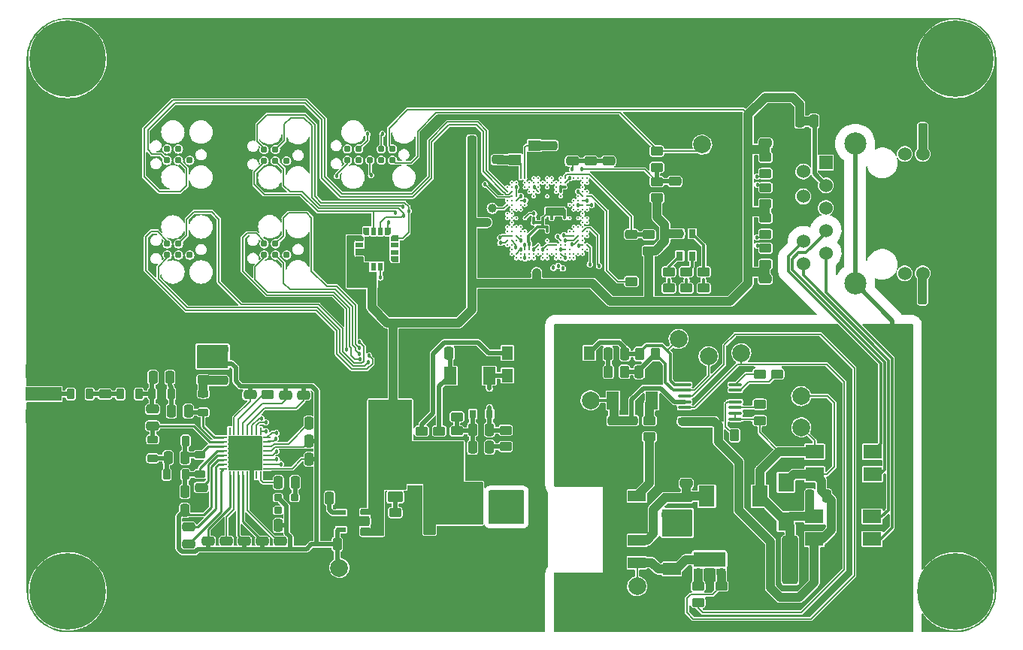
<source format=gbr>
%TF.GenerationSoftware,KiCad,Pcbnew,(5.99.0-13288-g9941a52e75)*%
%TF.CreationDate,2021-11-14T22:54:01-05:00*%
%TF.ProjectId,davis-receiver-kc6,64617669-732d-4726-9563-65697665722d,rev?*%
%TF.SameCoordinates,Original*%
%TF.FileFunction,Copper,L1,Top*%
%TF.FilePolarity,Positive*%
%FSLAX46Y46*%
G04 Gerber Fmt 4.6, Leading zero omitted, Abs format (unit mm)*
G04 Created by KiCad (PCBNEW (5.99.0-13288-g9941a52e75)) date 2021-11-14 22:54:01*
%MOMM*%
%LPD*%
G01*
G04 APERTURE LIST*
G04 Aperture macros list*
%AMRoundRect*
0 Rectangle with rounded corners*
0 $1 Rounding radius*
0 $2 $3 $4 $5 $6 $7 $8 $9 X,Y pos of 4 corners*
0 Add a 4 corners polygon primitive as box body*
4,1,4,$2,$3,$4,$5,$6,$7,$8,$9,$2,$3,0*
0 Add four circle primitives for the rounded corners*
1,1,$1+$1,$2,$3*
1,1,$1+$1,$4,$5*
1,1,$1+$1,$6,$7*
1,1,$1+$1,$8,$9*
0 Add four rect primitives between the rounded corners*
20,1,$1+$1,$2,$3,$4,$5,0*
20,1,$1+$1,$4,$5,$6,$7,0*
20,1,$1+$1,$6,$7,$8,$9,0*
20,1,$1+$1,$8,$9,$2,$3,0*%
%AMFreePoly0*
4,1,18,0.257504,0.300004,0.457503,0.100004,0.457504,0.100004,0.457504,0.100003,0.457506,0.100000,0.457505,0.099998,0.457505,-0.300000,0.457504,-0.300004,0.457500,-0.300005,-0.462500,-0.300005,-0.462504,-0.300004,-0.462505,-0.300000,-0.462505,0.300000,-0.462504,0.300004,-0.462500,0.300005,0.257498,0.300005,0.257500,0.300006,0.257504,0.300004,0.257504,0.300004,$1*%
%AMFreePoly1*
4,1,18,-0.257498,0.300005,0.462500,0.300005,0.462504,0.300004,0.462505,0.300000,0.462505,-0.300000,0.462504,-0.300004,0.462500,-0.300005,-0.457500,-0.300005,-0.457504,-0.300004,-0.457505,-0.300000,-0.457505,0.099998,-0.457506,0.100000,-0.457504,0.100004,-0.257504,0.300003,-0.257504,0.300004,-0.257502,0.300004,-0.257500,0.300006,-0.257498,0.300005,-0.257498,0.300005,$1*%
G04 Aperture macros list end*
%TA.AperFunction,SMDPad,CuDef*%
%ADD10R,0.849884X0.279908*%
%TD*%
%TA.AperFunction,SMDPad,CuDef*%
%ADD11R,0.279908X0.849884*%
%TD*%
%TA.AperFunction,ComponentPad*%
%ADD12C,0.508000*%
%TD*%
%TA.AperFunction,SMDPad,CuDef*%
%ADD13R,3.450001X3.450001*%
%TD*%
%TA.AperFunction,ComponentPad*%
%ADD14C,8.600000*%
%TD*%
%TA.AperFunction,ComponentPad*%
%ADD15C,0.900000*%
%TD*%
%TA.AperFunction,SMDPad,CuDef*%
%ADD16RoundRect,0.250000X0.250000X0.475000X-0.250000X0.475000X-0.250000X-0.475000X0.250000X-0.475000X0*%
%TD*%
%TA.AperFunction,SMDPad,CuDef*%
%ADD17RoundRect,0.250000X0.475000X-0.250000X0.475000X0.250000X-0.475000X0.250000X-0.475000X-0.250000X0*%
%TD*%
%TA.AperFunction,SMDPad,CuDef*%
%ADD18R,1.800000X2.100000*%
%TD*%
%TA.AperFunction,SMDPad,CuDef*%
%ADD19R,4.960000X3.800000*%
%TD*%
%TA.AperFunction,SMDPad,CuDef*%
%ADD20R,1.440000X1.800000*%
%TD*%
%TA.AperFunction,SMDPad,CuDef*%
%ADD21R,1.400000X2.000000*%
%TD*%
%TA.AperFunction,SMDPad,CuDef*%
%ADD22C,0.787000*%
%TD*%
%TA.AperFunction,SMDPad,CuDef*%
%ADD23RoundRect,0.250000X-0.475000X0.250000X-0.475000X-0.250000X0.475000X-0.250000X0.475000X0.250000X0*%
%TD*%
%TA.AperFunction,SMDPad,CuDef*%
%ADD24R,2.000000X1.400000*%
%TD*%
%TA.AperFunction,SMDPad,CuDef*%
%ADD25RoundRect,0.249999X-0.450001X0.262501X-0.450001X-0.262501X0.450001X-0.262501X0.450001X0.262501X0*%
%TD*%
%TA.AperFunction,SMDPad,CuDef*%
%ADD26RoundRect,0.218750X0.381250X-0.218750X0.381250X0.218750X-0.381250X0.218750X-0.381250X-0.218750X0*%
%TD*%
%TA.AperFunction,SMDPad,CuDef*%
%ADD27RoundRect,0.218750X0.218750X0.381250X-0.218750X0.381250X-0.218750X-0.381250X0.218750X-0.381250X0*%
%TD*%
%TA.AperFunction,SMDPad,CuDef*%
%ADD28RoundRect,0.249999X0.450001X-0.262501X0.450001X0.262501X-0.450001X0.262501X-0.450001X-0.262501X0*%
%TD*%
%TA.AperFunction,SMDPad,CuDef*%
%ADD29R,1.800000X2.400000*%
%TD*%
%TA.AperFunction,SMDPad,CuDef*%
%ADD30R,1.000000X0.700000*%
%TD*%
%TA.AperFunction,SMDPad,CuDef*%
%ADD31RoundRect,0.249999X0.262501X0.450001X-0.262501X0.450001X-0.262501X-0.450001X0.262501X-0.450001X0*%
%TD*%
%TA.AperFunction,SMDPad,CuDef*%
%ADD32C,2.000000*%
%TD*%
%TA.AperFunction,SMDPad,CuDef*%
%ADD33R,1.100000X0.600000*%
%TD*%
%TA.AperFunction,SMDPad,CuDef*%
%ADD34RoundRect,0.200000X0.250000X-0.200000X0.250000X0.200000X-0.250000X0.200000X-0.250000X-0.200000X0*%
%TD*%
%TA.AperFunction,SMDPad,CuDef*%
%ADD35R,0.800000X0.900000*%
%TD*%
%TA.AperFunction,SMDPad,CuDef*%
%ADD36R,2.100000X1.550000*%
%TD*%
%TA.AperFunction,SMDPad,CuDef*%
%ADD37R,4.060000X1.520000*%
%TD*%
%TA.AperFunction,SMDPad,CuDef*%
%ADD38R,1.300000X1.500000*%
%TD*%
%TA.AperFunction,SMDPad,CuDef*%
%ADD39RoundRect,0.100000X-0.637500X-0.100000X0.637500X-0.100000X0.637500X0.100000X-0.637500X0.100000X0*%
%TD*%
%TA.AperFunction,ComponentPad*%
%ADD40R,2.000000X2.000000*%
%TD*%
%TA.AperFunction,ComponentPad*%
%ADD41C,2.000000*%
%TD*%
%TA.AperFunction,SMDPad,CuDef*%
%ADD42RoundRect,0.250000X-0.250000X-0.475000X0.250000X-0.475000X0.250000X0.475000X-0.250000X0.475000X0*%
%TD*%
%TA.AperFunction,SMDPad,CuDef*%
%ADD43RoundRect,0.250000X0.650000X2.450000X-0.650000X2.450000X-0.650000X-2.450000X0.650000X-2.450000X0*%
%TD*%
%TA.AperFunction,SMDPad,CuDef*%
%ADD44RoundRect,0.249999X-0.325001X-0.650001X0.325001X-0.650001X0.325001X0.650001X-0.325001X0.650001X0*%
%TD*%
%TA.AperFunction,SMDPad,CuDef*%
%ADD45R,1.400000X1.200000*%
%TD*%
%TA.AperFunction,ComponentPad*%
%ADD46R,1.524000X1.524000*%
%TD*%
%TA.AperFunction,ComponentPad*%
%ADD47C,1.524000*%
%TD*%
%TA.AperFunction,ComponentPad*%
%ADD48C,2.500000*%
%TD*%
%TA.AperFunction,SMDPad,CuDef*%
%ADD49FreePoly0,90.000000*%
%TD*%
%TA.AperFunction,SMDPad,CuDef*%
%ADD50R,0.600000X0.925000*%
%TD*%
%TA.AperFunction,SMDPad,CuDef*%
%ADD51FreePoly1,270.000000*%
%TD*%
%TA.AperFunction,SMDPad,CuDef*%
%ADD52FreePoly0,180.000000*%
%TD*%
%TA.AperFunction,SMDPad,CuDef*%
%ADD53R,0.925000X0.600000*%
%TD*%
%TA.AperFunction,SMDPad,CuDef*%
%ADD54FreePoly1,0.000000*%
%TD*%
%TA.AperFunction,SMDPad,CuDef*%
%ADD55FreePoly0,270.000000*%
%TD*%
%TA.AperFunction,SMDPad,CuDef*%
%ADD56FreePoly1,90.000000*%
%TD*%
%TA.AperFunction,SMDPad,CuDef*%
%ADD57FreePoly0,0.000000*%
%TD*%
%TA.AperFunction,SMDPad,CuDef*%
%ADD58FreePoly1,180.000000*%
%TD*%
%TA.AperFunction,SMDPad,CuDef*%
%ADD59R,2.600000X2.600000*%
%TD*%
%TA.AperFunction,SMDPad,CuDef*%
%ADD60R,0.800000X1.000000*%
%TD*%
%TA.AperFunction,SMDPad,CuDef*%
%ADD61RoundRect,0.250000X-0.625000X0.375000X-0.625000X-0.375000X0.625000X-0.375000X0.625000X0.375000X0*%
%TD*%
%TA.AperFunction,SMDPad,CuDef*%
%ADD62RoundRect,0.250000X-0.450000X0.262500X-0.450000X-0.262500X0.450000X-0.262500X0.450000X0.262500X0*%
%TD*%
%TA.AperFunction,SMDPad,CuDef*%
%ADD63C,1.000000*%
%TD*%
%TA.AperFunction,SMDPad,CuDef*%
%ADD64R,2.030000X1.270000*%
%TD*%
%TA.AperFunction,SMDPad,CuDef*%
%ADD65C,0.249999*%
%TD*%
%TA.AperFunction,ViaPad*%
%ADD66C,0.800000*%
%TD*%
%TA.AperFunction,ViaPad*%
%ADD67C,0.500000*%
%TD*%
%TA.AperFunction,ViaPad*%
%ADD68C,0.600000*%
%TD*%
%TA.AperFunction,ViaPad*%
%ADD69C,0.457200*%
%TD*%
%TA.AperFunction,ViaPad*%
%ADD70C,1.000000*%
%TD*%
%TA.AperFunction,Conductor*%
%ADD71C,0.500000*%
%TD*%
%TA.AperFunction,Conductor*%
%ADD72C,0.200000*%
%TD*%
%TA.AperFunction,Conductor*%
%ADD73C,0.250000*%
%TD*%
%TA.AperFunction,Conductor*%
%ADD74C,1.000000*%
%TD*%
%TA.AperFunction,Conductor*%
%ADD75C,0.300000*%
%TD*%
%TA.AperFunction,Conductor*%
%ADD76C,0.127000*%
%TD*%
%TA.AperFunction,Conductor*%
%ADD77C,0.180000*%
%TD*%
G04 APERTURE END LIST*
D10*
%TO.P,U2,1,VDD_GUARD*%
%TO.N,+3V0*%
X44483499Y-68180299D03*
%TO.P,U2,2,RESET_N*%
%TO.N,RF_RESET*%
X44483499Y-67680300D03*
%TO.P,U2,3,GPIO3*%
%TO.N,RF_GPIO3*%
X44483499Y-67180301D03*
%TO.P,U2,4,GPIO2*%
%TO.N,RF_GPIO2*%
X44483499Y-66680300D03*
%TO.P,U2,5,DVDD*%
%TO.N,+3V0*%
X44483499Y-66180300D03*
%TO.P,U2,6,DCPL*%
%TO.N,Net-(C4-Pad1)*%
X44483499Y-65680299D03*
%TO.P,U2,7,SI*%
%TO.N,RF_MOSI*%
X44483499Y-65180300D03*
%TO.P,U2,8,SCLK*%
%TO.N,RF_SCLK*%
X44483499Y-64680301D03*
D11*
%TO.P,U2,9,SOGPIO1*%
%TO.N,RF_MISO*%
X43758941Y-63955301D03*
%TO.P,U2,10,GPIO0*%
%TO.N,RF_GPIO0*%
X43258815Y-63955301D03*
%TO.P,U2,11,CSN*%
%TO.N,RF_CS*%
X42758689Y-63955301D03*
%TO.P,U2,12,DVDD*%
%TO.N,+3V0*%
X42258563Y-63955301D03*
%TO.P,U2,13,AVDD_IF*%
X41758437Y-63955301D03*
%TO.P,U2,14,RBIAS*%
%TO.N,Net-(R4-Pad1)*%
X41258311Y-63955301D03*
%TO.P,U2,15,AVDD_RF*%
%TO.N,+3V0*%
X40758185Y-63955301D03*
%TO.P,U2,16,NC*%
%TO.N,unconnected-(U2-Pad16)*%
X40258059Y-63955301D03*
D10*
%TO.P,U2,17,PA*%
%TO.N,Net-(C20-Pad1)*%
X39533501Y-64680301D03*
%TO.P,U2,18,TRX_SW*%
%TO.N,Net-(C30-Pad1)*%
X39533501Y-65180300D03*
%TO.P,U2,19,LNA_P*%
%TO.N,Net-(C26-Pad1)*%
X39533501Y-65680299D03*
%TO.P,U2,20,LNA_N*%
%TO.N,Net-(C23-Pad1)*%
X39533501Y-66180300D03*
%TO.P,U2,21,DCPL_VCO*%
%TO.N,Net-(C21-Pad1)*%
X39533501Y-66680300D03*
%TO.P,U2,22,AVDD_SYNTH1*%
%TO.N,+3V0*%
X39533501Y-67180301D03*
%TO.P,U2,23,LPF0*%
%TO.N,Net-(C29-Pad2)*%
X39533501Y-67680300D03*
%TO.P,U2,24,LPF1*%
%TO.N,Net-(C29-Pad1)*%
X39533501Y-68180299D03*
D11*
%TO.P,U2,25,AVDD_PFD_CHP*%
%TO.N,+3V0*%
X40258059Y-68905299D03*
%TO.P,U2,26,DCPL_PFD_CHP*%
%TO.N,Net-(C31-Pad2)*%
X40758185Y-68905299D03*
%TO.P,U2,27,AVDD_SYNTH2*%
%TO.N,+3V0*%
X41258311Y-68905299D03*
%TO.P,U2,28,AVDD_XOSC*%
X41758437Y-68905299D03*
%TO.P,U2,29,DCPL_XOSC*%
%TO.N,Net-(C22-Pad2)*%
X42258563Y-68905299D03*
%TO.P,U2,30,XOSC_Q1*%
%TO.N,GND*%
X42758689Y-68905299D03*
%TO.P,U2,31,XOSC_Q2*%
%TO.N,unconnected-(U2-Pad31)*%
X43258815Y-68905299D03*
%TO.P,U2,32,EXT_XOSC*%
%TO.N,Net-(C6-Pad2)*%
X43758941Y-68905299D03*
D12*
%TO.P,U2,33,EPAD*%
%TO.N,GND*%
X41614800Y-67611400D03*
X43189600Y-66824000D03*
X43189600Y-66036600D03*
X41614800Y-66036600D03*
X40827400Y-66824000D03*
X40827400Y-65249200D03*
X42402200Y-67611400D03*
X40827400Y-66036600D03*
X43189600Y-65249200D03*
X41614800Y-66824000D03*
X42402200Y-65249200D03*
X43189600Y-67611400D03*
X42402200Y-66824000D03*
D13*
X42008500Y-66430300D03*
D12*
X40827400Y-67611400D03*
X41614800Y-65249200D03*
X42402200Y-66036600D03*
%TD*%
D14*
%TO.P,H3,1*%
%TO.N,N/C*%
X122000000Y-22000000D03*
D15*
X122000000Y-25225000D03*
X125225000Y-22000000D03*
X124280419Y-24280419D03*
X124280419Y-19719581D03*
X119719581Y-24280419D03*
X119719581Y-19719581D03*
X118775000Y-22000000D03*
X122000000Y-18775000D03*
%TD*%
%TO.P,H2,1*%
%TO.N,N/C*%
X22000000Y-78775000D03*
D14*
X22000000Y-82000000D03*
D15*
X25225000Y-82000000D03*
X18775000Y-82000000D03*
X24280419Y-84280419D03*
X22000000Y-85225000D03*
X24280419Y-79719581D03*
X19719581Y-79719581D03*
X19719581Y-84280419D03*
%TD*%
D16*
%TO.P,C64,1*%
%TO.N,+3V3*%
X67523600Y-43470000D03*
%TO.P,C64,2*%
%TO.N,GND*%
X65623600Y-43470000D03*
%TD*%
D17*
%TO.P,C65,1*%
%TO.N,Net-(C61-Pad1)*%
X80895900Y-33508900D03*
%TO.P,C65,2*%
%TO.N,GND*%
X80895900Y-31608900D03*
%TD*%
D18*
%TO.P,D2,1*%
%TO.N,/VDD_POE*%
X102911320Y-74120100D03*
%TO.P,D2,2*%
%TO.N,/VSS_POE*%
X102911320Y-69720100D03*
%TD*%
D19*
%TO.P,D6,1,K*%
%TO.N,+3V3*%
X66351320Y-72493540D03*
D20*
%TO.P,D6,2,A*%
%TO.N,Net-(D6-Pad2)*%
X70151320Y-73458540D03*
X70151320Y-71528540D03*
%TD*%
D16*
%TO.P,C67,1*%
%TO.N,+3V3*%
X67523600Y-33382800D03*
%TO.P,C67,2*%
%TO.N,GND*%
X65623600Y-33382800D03*
%TD*%
D17*
%TO.P,C69,1*%
%TO.N,Net-(C61-Pad1)*%
X82927900Y-33508900D03*
%TO.P,C69,2*%
%TO.N,GND*%
X82927900Y-31608900D03*
%TD*%
D21*
%TO.P,D3,1,K*%
%TO.N,/BIAS_D*%
X83431320Y-60500100D03*
%TO.P,D3,2,A*%
%TO.N,/BIAS*%
X87831320Y-60500100D03*
%TD*%
D16*
%TO.P,C60,1*%
%TO.N,+3V3*%
X67523600Y-45502000D03*
%TO.P,C60,2*%
%TO.N,GND*%
X65623600Y-45502000D03*
%TD*%
D22*
%TO.P,J3,1,VCC*%
%TO.N,+3V3*%
X58607400Y-32155800D03*
%TO.P,J3,2,TMS*%
%TO.N,JTAG_TMS*%
X57337400Y-32155800D03*
%TO.P,J3,3,GND*%
%TO.N,GND*%
X56067400Y-32155800D03*
%TO.P,J3,4,TCK*%
%TO.N,JTAG_TCK*%
X54797400Y-32155800D03*
%TO.P,J3,5,NC*%
%TO.N,unconnected-(J3-Pad5)*%
X53527400Y-32155800D03*
%TO.P,J3,6,TDO*%
%TO.N,JTAG_TDO*%
X53527400Y-33425800D03*
%TO.P,J3,7,KEY*%
%TO.N,unconnected-(J3-Pad7)*%
X54797400Y-33425800D03*
%TO.P,J3,8,TDI*%
%TO.N,JTAG_TDI*%
X56067400Y-33425800D03*
%TO.P,J3,9,NC*%
%TO.N,unconnected-(J3-Pad9)*%
X57337400Y-33425800D03*
%TO.P,J3,10,RST*%
%TO.N,~{JTAG_RESET}*%
X58607400Y-33425800D03*
%TD*%
D16*
%TO.P,C68,1*%
%TO.N,+3V3*%
X67523600Y-41450700D03*
%TO.P,C68,2*%
%TO.N,GND*%
X65623600Y-41450700D03*
%TD*%
D23*
%TO.P,C70,1*%
%TO.N,Net-(C70-Pad1)*%
X85498100Y-41781600D03*
%TO.P,C70,2*%
%TO.N,GND*%
X85498100Y-43681600D03*
%TD*%
D24*
%TO.P,D4,1,K*%
%TO.N,/SNUB*%
X90090360Y-75090960D03*
%TO.P,D4,2,A*%
%TO.N,/SWITCH_NODE*%
X90090360Y-79490960D03*
%TD*%
D16*
%TO.P,C59,1*%
%TO.N,+3V3*%
X67523600Y-37421400D03*
%TO.P,C59,2*%
%TO.N,GND*%
X65623600Y-37421400D03*
%TD*%
D17*
%TO.P,C61,1*%
%TO.N,Net-(C61-Pad1)*%
X78863900Y-33508900D03*
%TO.P,C61,2*%
%TO.N,GND*%
X78863900Y-31608900D03*
%TD*%
D23*
%TO.P,C62,1*%
%TO.N,+3V3*%
X72806000Y-47293900D03*
%TO.P,C62,2*%
%TO.N,GND*%
X72806000Y-49193900D03*
%TD*%
%TO.P,C66,1*%
%TO.N,+3V3*%
X70774000Y-47293900D03*
%TO.P,C66,2*%
%TO.N,GND*%
X70774000Y-49193900D03*
%TD*%
D21*
%TO.P,D5,1,K*%
%TO.N,Net-(C46-Pad2)*%
X65087320Y-57703700D03*
%TO.P,D5,2,A*%
%TO.N,Net-(C47-Pad1)*%
X69487320Y-57703700D03*
%TD*%
D16*
%TO.P,C63,1*%
%TO.N,+3V3*%
X67523600Y-35402100D03*
%TO.P,C63,2*%
%TO.N,GND*%
X65623600Y-35402100D03*
%TD*%
D22*
%TO.P,J6,1*%
%TO.N,GND*%
X46686900Y-42836500D03*
%TO.P,J6,2*%
%TO.N,RF_SCLK*%
X45416900Y-42836500D03*
%TO.P,J6,3*%
%TO.N,RF_CS*%
X44146900Y-42836500D03*
%TO.P,J6,4*%
%TO.N,RF_MISO*%
X44146900Y-44106500D03*
%TO.P,J6,5*%
%TO.N,RF_MOSI*%
X45416900Y-44106500D03*
%TO.P,J6,6*%
%TO.N,unconnected-(J6-Pad6)*%
X46686900Y-44106500D03*
%TD*%
D25*
%TO.P,R5,1*%
%TO.N,~{JTAG_RESET}*%
X88388900Y-32399000D03*
%TO.P,R5,2*%
%TO.N,Net-(C17-Pad1)*%
X88388900Y-34224000D03*
%TD*%
D22*
%TO.P,J4,1,GND*%
%TO.N,GND*%
X35760100Y-32168500D03*
%TO.P,J4,2,CTS*%
%TO.N,unconnected-(J4-Pad2)*%
X34490100Y-32168500D03*
%TO.P,J4,3,VCC*%
%TO.N,unconnected-(J4-Pad3)*%
X33220100Y-32168500D03*
%TO.P,J4,4,TX*%
%TO.N,UART_RX*%
X33220100Y-33438500D03*
%TO.P,J4,5,RX*%
%TO.N,UART_TX*%
X34490100Y-33438500D03*
%TO.P,J4,6,DTR*%
%TO.N,unconnected-(J4-Pad6)*%
X35760100Y-33438500D03*
%TD*%
D25*
%TO.P,R1,1*%
%TO.N,Net-(D1-Pad1)*%
X93659700Y-46006300D03*
%TO.P,R1,2*%
%TO.N,IND_R*%
X93659700Y-47831300D03*
%TD*%
D22*
%TO.P,J5,1*%
%TO.N,GND*%
X46682100Y-32232000D03*
%TO.P,J5,2*%
%TO.N,BAR_SCLK*%
X45412100Y-32232000D03*
%TO.P,J5,3*%
%TO.N,BAR_CS*%
X44142100Y-32232000D03*
%TO.P,J5,4*%
%TO.N,BAR_MISO*%
X44142100Y-33502000D03*
%TO.P,J5,5*%
%TO.N,BAR_MOSI*%
X45412100Y-33502000D03*
%TO.P,J5,6*%
%TO.N,unconnected-(J5-Pad6)*%
X46682100Y-33502000D03*
%TD*%
D26*
%TO.P,L1,1,1*%
%TO.N,Net-(C20-Pad1)*%
X37281560Y-61836220D03*
%TO.P,L1,2,2*%
%TO.N,Net-(C18-Pad1)*%
X37281560Y-59711220D03*
%TD*%
D27*
%TO.P,L3,1,1*%
%TO.N,Net-(C26-Pad1)*%
X35308760Y-65040920D03*
%TO.P,L3,2,2*%
%TO.N,GND*%
X33183760Y-65040920D03*
%TD*%
%TO.P,L4,1,1*%
%TO.N,Net-(C23-Pad1)*%
X35285900Y-68843300D03*
%TO.P,L4,2,2*%
%TO.N,Net-(C26-Pad2)*%
X33160900Y-68843300D03*
%TD*%
D28*
%TO.P,R6,1*%
%TO.N,Net-(C18-Pad1)*%
X37291720Y-58168320D03*
%TO.P,R6,2*%
%TO.N,+3V0*%
X37291720Y-56343320D03*
%TD*%
D25*
%TO.P,R9,1*%
%TO.N,/BLANKING*%
X101911320Y-57507600D03*
%TO.P,R9,2*%
%TO.N,GND1*%
X101911320Y-59332600D03*
%TD*%
D26*
%TO.P,L2,1,1*%
%TO.N,Net-(C23-Pad1)*%
X36895480Y-68765340D03*
%TO.P,L2,2,2*%
%TO.N,Net-(C26-Pad1)*%
X36895480Y-66640340D03*
%TD*%
D27*
%TO.P,L5,1,1*%
%TO.N,Net-(C20-Pad2)*%
X33655220Y-59772960D03*
%TO.P,L5,2,2*%
%TO.N,Net-(C27-Pad2)*%
X31530220Y-59772960D03*
%TD*%
D25*
%TO.P,R3,1*%
%TO.N,Net-(D1-Pad3)*%
X89722700Y-46006300D03*
%TO.P,R3,2*%
%TO.N,IND_B*%
X89722700Y-47831300D03*
%TD*%
D26*
%TO.P,L6,1,1*%
%TO.N,Net-(C26-Pad2)*%
X31579260Y-67010200D03*
%TO.P,L6,2,2*%
%TO.N,Net-(C30-Pad1)*%
X31579260Y-64885200D03*
%TD*%
D27*
%TO.P,L7,1,1*%
%TO.N,Net-(C27-Pad2)*%
X30050960Y-59775500D03*
%TO.P,L7,2,2*%
%TO.N,Net-(C33-Pad1)*%
X27925960Y-59775500D03*
%TD*%
%TO.P,L8,1,1*%
%TO.N,Net-(C33-Pad1)*%
X24478200Y-59772960D03*
%TO.P,L8,2,2*%
%TO.N,Net-(J1-Pad1)*%
X22353200Y-59772960D03*
%TD*%
D29*
%TO.P,L9,1,1*%
%TO.N,/VDD_POE*%
X100011320Y-71290100D03*
%TO.P,L9,2,2*%
%TO.N,/VDD_POE_C*%
X94011320Y-71290100D03*
%TD*%
D30*
%TO.P,Q1,1,D*%
%TO.N,/SWITCH_NODE*%
X93011840Y-77920840D03*
%TO.P,Q1,2,D*%
X93011840Y-78870840D03*
%TO.P,Q1,3,G*%
%TO.N,/GATE*%
X93011840Y-79820840D03*
%TO.P,Q1,4,S*%
%TO.N,/CURRENT_SENS*%
X95611840Y-79820840D03*
%TO.P,Q1,5,D*%
%TO.N,/SWITCH_NODE*%
X95611840Y-78870840D03*
%TO.P,Q1,6,D*%
X95611840Y-77920840D03*
%TD*%
D25*
%TO.P,R2,1*%
%TO.N,Net-(D1-Pad4)*%
X91691200Y-46006300D03*
%TO.P,R2,2*%
%TO.N,IND_G*%
X91691200Y-47831300D03*
%TD*%
D28*
%TO.P,R4,1*%
%TO.N,Net-(R4-Pad1)*%
X44548500Y-59829480D03*
%TO.P,R4,2*%
%TO.N,GND*%
X44548500Y-58004480D03*
%TD*%
%TO.P,R7,1*%
%TO.N,+3V3*%
X88388900Y-37653000D03*
%TO.P,R7,2*%
%TO.N,Net-(C17-Pad1)*%
X88388900Y-35828000D03*
%TD*%
D25*
%TO.P,R8,1*%
%TO.N,/FRS*%
X99951320Y-57507600D03*
%TO.P,R8,2*%
%TO.N,GND1*%
X99951320Y-59332600D03*
%TD*%
D28*
%TO.P,R11,1*%
%TO.N,/VDD_POE*%
X99951320Y-62752600D03*
%TO.P,R11,2*%
%TO.N,/DEN*%
X99951320Y-60927600D03*
%TD*%
D25*
%TO.P,R12,1*%
%TO.N,+3V3*%
X100619000Y-33107400D03*
%TO.P,R12,2*%
%TO.N,/ETH_TX_P*%
X100619000Y-34932400D03*
%TD*%
D31*
%TO.P,R14,1*%
%TO.N,/5V_BIAS*%
X84738500Y-57257500D03*
%TO.P,R14,2*%
%TO.N,/FILT*%
X82913500Y-57257500D03*
%TD*%
D28*
%TO.P,R17,1*%
%TO.N,Net-(R17-Pad1)*%
X85498100Y-47085800D03*
%TO.P,R17,2*%
%TO.N,GND*%
X85498100Y-45260800D03*
%TD*%
D25*
%TO.P,R23,1*%
%TO.N,/BIAS*%
X87531320Y-62767600D03*
%TO.P,R23,2*%
%TO.N,/BIAS_W*%
X87531320Y-64592600D03*
%TD*%
%TO.P,R29,1*%
%TO.N,GND*%
X65857320Y-60513700D03*
%TO.P,R29,2*%
%TO.N,Net-(C47-Pad2)*%
X65857320Y-62338700D03*
%TD*%
D28*
%TO.P,R22,1*%
%TO.N,/GATE_R*%
X93026600Y-83258060D03*
%TO.P,R22,2*%
%TO.N,/GATE*%
X93026600Y-81433060D03*
%TD*%
D25*
%TO.P,R18,1*%
%TO.N,/VDD_POE_C*%
X91675320Y-71461020D03*
%TO.P,R18,2*%
%TO.N,/SNUB*%
X91675320Y-73286020D03*
%TD*%
%TO.P,R28,1*%
%TO.N,Net-(C47-Pad2)*%
X65857320Y-63921200D03*
%TO.P,R28,2*%
%TO.N,+3V3*%
X65857320Y-65746200D03*
%TD*%
D32*
%TO.P,TP5,1,1*%
%TO.N,/FB_H*%
X90826000Y-53557500D03*
%TD*%
D31*
%TO.P,R20,1*%
%TO.N,/ETH_LED2*%
X118333600Y-29955900D03*
%TO.P,R20,2*%
%TO.N,GND*%
X116508600Y-29955900D03*
%TD*%
D33*
%TO.P,U4,1,IN*%
%TO.N,+3V3*%
X55494840Y-75035980D03*
%TO.P,U4,2,GND*%
%TO.N,GND*%
X55494840Y-74085980D03*
%TO.P,U4,3,EN*%
%TO.N,+3V3*%
X55494840Y-73135980D03*
%TO.P,U4,4,NR*%
%TO.N,Net-(C9-Pad1)*%
X52794840Y-73135980D03*
%TO.P,U4,5,OUT*%
%TO.N,+3V0*%
X52794840Y-75035980D03*
%TD*%
D34*
%TO.P,X1,1,Tri-State*%
%TO.N,unconnected-(X1-Pad1)*%
X45706580Y-72885220D03*
%TO.P,X1,2,GND*%
%TO.N,GND*%
X47556580Y-72885220D03*
%TO.P,X1,3,OUT*%
%TO.N,Net-(C6-Pad1)*%
X47556580Y-71435220D03*
%TO.P,X1,4,VDD*%
%TO.N,+3V0*%
X45706580Y-71435220D03*
%TD*%
D25*
%TO.P,R25,1*%
%TO.N,Net-(R25-Pad1)*%
X61887320Y-63941200D03*
%TO.P,R25,2*%
%TO.N,+3V3*%
X61887320Y-65766200D03*
%TD*%
D28*
%TO.P,R27,1*%
%TO.N,Net-(C52-Pad1)*%
X71327320Y-65683800D03*
%TO.P,R27,2*%
%TO.N,Net-(C47-Pad1)*%
X71327320Y-63858800D03*
%TD*%
D32*
%TO.P,TP11,1,1*%
%TO.N,GND*%
X67426000Y-80357500D03*
%TD*%
D35*
%TO.P,U9,1*%
%TO.N,Net-(C47-Pad2)*%
X67637320Y-62023700D03*
%TO.P,U9,2*%
%TO.N,Net-(C47-Pad1)*%
X69537320Y-62023700D03*
%TO.P,U9,3*%
%TO.N,GND*%
X68587320Y-60023700D03*
%TD*%
D36*
%TO.P,U5,1,POS*%
%TO.N,/VDD_POE*%
X106151320Y-66270100D03*
%TO.P,U5,2,NEG*%
%TO.N,/VSS_POE*%
X106151320Y-68810100D03*
%TO.P,U5,3,AC1*%
%TO.N,PairOnePos*%
X112651320Y-68810100D03*
%TO.P,U5,4,AC2*%
%TO.N,PairOneNeg*%
X112651320Y-66270100D03*
%TD*%
D28*
%TO.P,R24,1*%
%TO.N,GND1*%
X95627560Y-83232660D03*
%TO.P,R24,2*%
%TO.N,/CURRENT_SENS*%
X95627560Y-81407660D03*
%TD*%
D32*
%TO.P,TP3,1,1*%
%TO.N,/VDD_POE*%
X104641320Y-63520100D03*
%TD*%
D36*
%TO.P,U6,1,POS*%
%TO.N,/VDD_POE*%
X106121320Y-73560100D03*
%TO.P,U6,2,NEG*%
%TO.N,/VSS_POE*%
X106121320Y-76100100D03*
%TO.P,U6,3,AC1*%
%TO.N,PairTwoPos*%
X112621320Y-76100100D03*
%TO.P,U6,4,AC2*%
%TO.N,PairTwoNeg*%
X112621320Y-73560100D03*
%TD*%
D28*
%TO.P,R30,1*%
%TO.N,+3V3*%
X87479300Y-43644100D03*
%TO.P,R30,2*%
%TO.N,Net-(C70-Pad1)*%
X87479300Y-41819100D03*
%TD*%
D32*
%TO.P,TP9,1,1*%
%TO.N,/SWITCH_NODE*%
X86158440Y-81426080D03*
%TD*%
%TO.P,TP10,1,1*%
%TO.N,+3V3*%
X58661000Y-63556500D03*
%TD*%
D37*
%TO.P,J1,1,In*%
%TO.N,Net-(J1-Pad1)*%
X19280580Y-59778040D03*
%TO.P,J1,2,Ext*%
%TO.N,GND*%
X19280580Y-62318040D03*
X19280580Y-57238040D03*
%TD*%
D31*
%TO.P,R21,1*%
%TO.N,/ETH_LED4*%
X118282800Y-48967800D03*
%TO.P,R21,2*%
%TO.N,GND*%
X116457800Y-48967800D03*
%TD*%
D32*
%TO.P,TP7,1,1*%
%TO.N,/BIAS_D*%
X80901320Y-60470100D03*
%TD*%
D38*
%TO.P,U8,1*%
%TO.N,Net-(R25-Pad1)*%
X71551320Y-55140100D03*
%TO.P,U8,2*%
%TO.N,Net-(C47-Pad1)*%
X71551320Y-57680100D03*
%TO.P,U8,3*%
%TO.N,GND1*%
X80751320Y-57680100D03*
%TO.P,U8,4*%
%TO.N,/FB_H*%
X80751320Y-55140100D03*
%TD*%
D28*
%TO.P,R16,1*%
%TO.N,+3V3*%
X100619000Y-45155900D03*
%TO.P,R16,2*%
%TO.N,/ETH_RX_N*%
X100619000Y-43330900D03*
%TD*%
D32*
%TO.P,TP1,1,1*%
%TO.N,+3V0*%
X52605380Y-79343660D03*
%TD*%
D25*
%TO.P,R26,1*%
%TO.N,Net-(C46-Pad2)*%
X63867320Y-63941200D03*
%TO.P,R26,2*%
%TO.N,+3V3*%
X63867320Y-65766200D03*
%TD*%
D39*
%TO.P,U7,1,CTL*%
%TO.N,/FB_H*%
X91498820Y-58690100D03*
%TO.P,U7,2,Vb*%
%TO.N,/5V_BIAS*%
X91498820Y-59340100D03*
%TO.P,U7,3,CS*%
%TO.N,/CURRENT_SENS*%
X91498820Y-59990100D03*
%TO.P,U7,4,Vc*%
%TO.N,/BIAS_D*%
X91498820Y-60640100D03*
%TO.P,U7,5,GATE*%
%TO.N,/GATE_R*%
X91498820Y-61290100D03*
%TO.P,U7,6,RTN*%
%TO.N,GND1*%
X91498820Y-61940100D03*
%TO.P,U7,7,VSS*%
%TO.N,/VSS_POE*%
X91498820Y-62590100D03*
%TO.P,U7,8,VDD1*%
%TO.N,/VDD_POE*%
X97223820Y-62590100D03*
%TO.P,U7,9,VDD*%
X97223820Y-61940100D03*
%TO.P,U7,10,DEN*%
%TO.N,/DEN*%
X97223820Y-61290100D03*
%TO.P,U7,11,CLS*%
%TO.N,/CLS*%
X97223820Y-60640100D03*
%TO.P,U7,12,APD*%
%TO.N,GND1*%
X97223820Y-59990100D03*
%TO.P,U7,13,BLNK*%
%TO.N,/BLANKING*%
X97223820Y-59340100D03*
%TO.P,U7,14,FRS*%
%TO.N,/FRS*%
X97223820Y-58690100D03*
%TD*%
D32*
%TO.P,TP8,1,1*%
%TO.N,/5V_BIAS*%
X94201320Y-55500100D03*
%TD*%
D31*
%TO.P,R10,1*%
%TO.N,/CLS*%
X97124260Y-64423320D03*
%TO.P,R10,2*%
%TO.N,/VSS_POE*%
X95299260Y-64423320D03*
%TD*%
D40*
%TO.P,SW1,1,1*%
%TO.N,GND*%
X93481600Y-38073600D03*
D41*
%TO.P,SW1,2,2*%
%TO.N,~{JTAG_RESET}*%
X93481600Y-31673600D03*
%TD*%
D28*
%TO.P,R13,1*%
%TO.N,+3V3*%
X100619000Y-38336000D03*
%TO.P,R13,2*%
%TO.N,/ETH_TX_N*%
X100619000Y-36511000D03*
%TD*%
D25*
%TO.P,R15,1*%
%TO.N,+3V3*%
X100619000Y-39927300D03*
%TO.P,R15,2*%
%TO.N,/ETH_RX_P*%
X100619000Y-41752300D03*
%TD*%
D31*
%TO.P,R19,1*%
%TO.N,/5V_BIAS*%
X88238500Y-55257500D03*
%TO.P,R19,2*%
%TO.N,/FB_H*%
X86413500Y-55257500D03*
%TD*%
D32*
%TO.P,TP6,1,1*%
%TO.N,/GATE_R*%
X97881320Y-55160100D03*
%TD*%
%TO.P,TP4,1,1*%
%TO.N,/VSS_POE*%
X104621320Y-60010100D03*
%TD*%
D42*
%TO.P,C7,1*%
%TO.N,+3V3*%
X56276000Y-47057500D03*
%TO.P,C7,2*%
%TO.N,GND*%
X58176000Y-47057500D03*
%TD*%
%TO.P,C4,1*%
%TO.N,Net-(C4-Pad1)*%
X49194120Y-63072420D03*
%TO.P,C4,2*%
%TO.N,GND*%
X51094120Y-63072420D03*
%TD*%
%TO.P,C9,1*%
%TO.N,Net-(C9-Pad1)*%
X51500440Y-71489980D03*
%TO.P,C9,2*%
%TO.N,GND*%
X53400440Y-71489980D03*
%TD*%
%TO.P,C10,1*%
%TO.N,+3V0*%
X52364840Y-76695980D03*
%TO.P,C10,2*%
%TO.N,GND*%
X54264840Y-76695980D03*
%TD*%
D16*
%TO.P,C2,1*%
%TO.N,+3V3*%
X56852300Y-71492520D03*
%TO.P,C2,2*%
%TO.N,GND*%
X54952300Y-71492520D03*
%TD*%
D17*
%TO.P,C11,1*%
%TO.N,+3V0*%
X46557640Y-59884760D03*
%TO.P,C11,2*%
%TO.N,GND*%
X46557640Y-57984760D03*
%TD*%
D42*
%TO.P,C1,1*%
%TO.N,+3V0*%
X45731580Y-74580220D03*
%TO.P,C1,2*%
%TO.N,GND*%
X47631580Y-74580220D03*
%TD*%
%TO.P,C3,1*%
%TO.N,+3V0*%
X49204280Y-67108480D03*
%TO.P,C3,2*%
%TO.N,GND*%
X51104280Y-67108480D03*
%TD*%
%TO.P,C5,1*%
%TO.N,+3V0*%
X49199200Y-65089180D03*
%TO.P,C5,2*%
%TO.N,GND*%
X51099200Y-65089180D03*
%TD*%
D16*
%TO.P,C6,1*%
%TO.N,Net-(C6-Pad1)*%
X47631580Y-69730220D03*
%TO.P,C6,2*%
%TO.N,Net-(C6-Pad2)*%
X45731580Y-69730220D03*
%TD*%
D17*
%TO.P,C8,1*%
%TO.N,+3V0*%
X48587100Y-59879680D03*
%TO.P,C8,2*%
%TO.N,GND*%
X48587100Y-57979680D03*
%TD*%
%TO.P,C12,1*%
%TO.N,+3V0*%
X42541900Y-59861900D03*
%TO.P,C12,2*%
%TO.N,GND*%
X42541900Y-57961900D03*
%TD*%
D42*
%TO.P,C14,1*%
%TO.N,/VDD_POE*%
X105591320Y-71240100D03*
%TO.P,C14,2*%
%TO.N,/VSS_POE*%
X107491320Y-71240100D03*
%TD*%
D17*
%TO.P,C16,1*%
%TO.N,Net-(C16-Pad1)*%
X70498220Y-33368080D03*
%TO.P,C16,2*%
%TO.N,GND*%
X70498220Y-31468080D03*
%TD*%
%TO.P,C15,1*%
%TO.N,+3V0*%
X37301880Y-54756500D03*
%TO.P,C15,2*%
%TO.N,GND*%
X37301880Y-52856500D03*
%TD*%
D23*
%TO.P,C17,1*%
%TO.N,Net-(C17-Pad1)*%
X90382800Y-35815900D03*
%TO.P,C17,2*%
%TO.N,GND*%
X90382800Y-37715900D03*
%TD*%
D17*
%TO.P,C18,1*%
%TO.N,Net-(C18-Pad1)*%
X39336420Y-58236300D03*
%TO.P,C18,2*%
%TO.N,+3V0*%
X39336420Y-56336300D03*
%TD*%
%TO.P,C36,1*%
%TO.N,/VDD_POE_C*%
X91690560Y-69838680D03*
%TO.P,C36,2*%
%TO.N,GND1*%
X91690560Y-67938680D03*
%TD*%
D16*
%TO.P,C41,1*%
%TO.N,GND*%
X107975000Y-29034900D03*
%TO.P,C41,2*%
%TO.N,+3V3*%
X106075000Y-29034900D03*
%TD*%
%TO.P,C20,1*%
%TO.N,Net-(C20-Pad1)*%
X35597580Y-61685580D03*
%TO.P,C20,2*%
%TO.N,Net-(C20-Pad2)*%
X33697580Y-61685580D03*
%TD*%
D23*
%TO.P,C21,1*%
%TO.N,Net-(C21-Pad1)*%
X37052960Y-70298680D03*
%TO.P,C21,2*%
%TO.N,GND*%
X37052960Y-72198680D03*
%TD*%
D42*
%TO.P,C39,1*%
%TO.N,/5V_BIAS*%
X86376000Y-57257500D03*
%TO.P,C39,2*%
%TO.N,GND1*%
X88276000Y-57257500D03*
%TD*%
D16*
%TO.P,C27,1*%
%TO.N,Net-(C20-Pad2)*%
X33524940Y-57878120D03*
%TO.P,C27,2*%
%TO.N,Net-(C27-Pad2)*%
X31624940Y-57878120D03*
%TD*%
%TO.P,C50,1*%
%TO.N,+3V3*%
X67523600Y-49540600D03*
%TO.P,C50,2*%
%TO.N,GND*%
X65623600Y-49540600D03*
%TD*%
%TO.P,C23,1*%
%TO.N,Net-(C23-Pad1)*%
X35221660Y-70738140D03*
%TO.P,C23,2*%
%TO.N,GND*%
X33321660Y-70738140D03*
%TD*%
%TO.P,C24,1*%
%TO.N,+3V0*%
X35201340Y-72859040D03*
%TO.P,C24,2*%
%TO.N,GND*%
X33301340Y-72859040D03*
%TD*%
%TO.P,C26,1*%
%TO.N,Net-(C26-Pad1)*%
X35226740Y-66938300D03*
%TO.P,C26,2*%
%TO.N,Net-(C26-Pad2)*%
X33326740Y-66938300D03*
%TD*%
D17*
%TO.P,C31,1*%
%TO.N,GND*%
X39897760Y-78269280D03*
%TO.P,C31,2*%
%TO.N,Net-(C31-Pad2)*%
X39897760Y-76369280D03*
%TD*%
%TO.P,C35,1*%
%TO.N,+3V3*%
X100619000Y-31502800D03*
%TO.P,C35,2*%
%TO.N,GND*%
X100619000Y-29602800D03*
%TD*%
D23*
%TO.P,C42,1*%
%TO.N,/VDD_POE_C*%
X89663640Y-71438760D03*
%TO.P,C42,2*%
%TO.N,/SNUB*%
X89663640Y-73338760D03*
%TD*%
D17*
%TO.P,C28,1*%
%TO.N,GND*%
X41922140Y-78269280D03*
%TO.P,C28,2*%
%TO.N,+3V0*%
X41922140Y-76369280D03*
%TD*%
%TO.P,C32,1*%
%TO.N,GND*%
X37873380Y-78276900D03*
%TO.P,C32,2*%
%TO.N,+3V0*%
X37873380Y-76376900D03*
%TD*%
%TO.P,C33,1*%
%TO.N,Net-(C33-Pad1)*%
X26202080Y-59773000D03*
%TO.P,C33,2*%
%TO.N,GND*%
X26202080Y-57873000D03*
%TD*%
D23*
%TO.P,C48,1*%
%TO.N,+3V3*%
X78902000Y-47293900D03*
%TO.P,C48,2*%
%TO.N,GND*%
X78902000Y-49193900D03*
%TD*%
D16*
%TO.P,C51,1*%
%TO.N,+3V3*%
X62951320Y-74920100D03*
%TO.P,C51,2*%
%TO.N,GND*%
X61051320Y-74920100D03*
%TD*%
D23*
%TO.P,C37,1*%
%TO.N,+3V3*%
X100580900Y-46811300D03*
%TO.P,C37,2*%
%TO.N,GND*%
X100580900Y-48711300D03*
%TD*%
D43*
%TO.P,C34,1*%
%TO.N,/VDD_POE*%
X103401320Y-78480100D03*
%TO.P,C34,2*%
%TO.N,GND1*%
X98301320Y-78480100D03*
%TD*%
D23*
%TO.P,C40,1*%
%TO.N,/BIAS_D*%
X85541320Y-62750100D03*
%TO.P,C40,2*%
%TO.N,GND1*%
X85541320Y-64650100D03*
%TD*%
D16*
%TO.P,C55,1*%
%TO.N,+3V3*%
X67523600Y-39431400D03*
%TO.P,C55,2*%
%TO.N,GND*%
X65623600Y-39431400D03*
%TD*%
%TO.P,C57,1*%
%TO.N,+3V3*%
X62951320Y-72910100D03*
%TO.P,C57,2*%
%TO.N,GND*%
X61051320Y-72910100D03*
%TD*%
%TO.P,C38,1*%
%TO.N,/FB_H*%
X84776000Y-55257500D03*
%TO.P,C38,2*%
%TO.N,/FILT*%
X82876000Y-55257500D03*
%TD*%
D17*
%TO.P,C25,1*%
%TO.N,GND*%
X43951600Y-78266740D03*
%TO.P,C25,2*%
%TO.N,+3V0*%
X43951600Y-76366740D03*
%TD*%
D23*
%TO.P,C58,1*%
%TO.N,+3V3*%
X74838000Y-47293900D03*
%TO.P,C58,2*%
%TO.N,GND*%
X74838000Y-49193900D03*
%TD*%
D17*
%TO.P,C22,1*%
%TO.N,GND*%
X45973440Y-78266740D03*
%TO.P,C22,2*%
%TO.N,Net-(C22-Pad2)*%
X45973440Y-76366740D03*
%TD*%
%TO.P,C30,1*%
%TO.N,Net-(C30-Pad1)*%
X31576720Y-63372180D03*
%TO.P,C30,2*%
%TO.N,Net-(C27-Pad2)*%
X31576720Y-61472180D03*
%TD*%
D44*
%TO.P,C45,1*%
%TO.N,GND*%
X74626320Y-64100100D03*
%TO.P,C45,2*%
%TO.N,GND1*%
X77576320Y-64100100D03*
%TD*%
D23*
%TO.P,C54,1*%
%TO.N,+3V3*%
X76870000Y-47293900D03*
%TO.P,C54,2*%
%TO.N,GND*%
X76870000Y-49193900D03*
%TD*%
%TO.P,C13,1*%
%TO.N,Net-(C13-Pad1)*%
X76467220Y-31772880D03*
%TO.P,C13,2*%
%TO.N,GND*%
X76467220Y-33672880D03*
%TD*%
D17*
%TO.P,C29,1*%
%TO.N,Net-(C29-Pad1)*%
X35628020Y-76664000D03*
%TO.P,C29,2*%
%TO.N,Net-(C29-Pad2)*%
X35628020Y-74764000D03*
%TD*%
D16*
%TO.P,C52,1*%
%TO.N,Net-(C52-Pad1)*%
X69527320Y-65783700D03*
%TO.P,C52,2*%
%TO.N,Net-(C47-Pad2)*%
X67627320Y-65783700D03*
%TD*%
%TO.P,C56,1*%
%TO.N,+3V3*%
X67523600Y-47521300D03*
%TO.P,C56,2*%
%TO.N,GND*%
X65623600Y-47521300D03*
%TD*%
D42*
%TO.P,C44,1*%
%TO.N,GND*%
X102575700Y-29026100D03*
%TO.P,C44,2*%
%TO.N,+3V3*%
X104475700Y-29026100D03*
%TD*%
D17*
%TO.P,C19,1*%
%TO.N,+3V0*%
X39338960Y-54751420D03*
%TO.P,C19,2*%
%TO.N,GND*%
X39338960Y-52851420D03*
%TD*%
D16*
%TO.P,C46,1*%
%TO.N,GND*%
X66867320Y-55183700D03*
%TO.P,C46,2*%
%TO.N,Net-(C46-Pad2)*%
X64967320Y-55183700D03*
%TD*%
%TO.P,C49,1*%
%TO.N,+3V3*%
X67523600Y-31354200D03*
%TO.P,C49,2*%
%TO.N,GND*%
X65623600Y-31354200D03*
%TD*%
%TO.P,C53,1*%
%TO.N,+3V3*%
X62951320Y-70900100D03*
%TO.P,C53,2*%
%TO.N,GND*%
X61051320Y-70900100D03*
%TD*%
D23*
%TO.P,C43,1*%
%TO.N,/BIAS_D*%
X83531320Y-62750100D03*
%TO.P,C43,2*%
%TO.N,GND1*%
X83531320Y-64650100D03*
%TD*%
D16*
%TO.P,C47,1*%
%TO.N,Net-(C47-Pad1)*%
X69527320Y-63773700D03*
%TO.P,C47,2*%
%TO.N,Net-(C47-Pad2)*%
X67627320Y-63773700D03*
%TD*%
D45*
%TO.P,Y1,1,1*%
%TO.N,Net-(C13-Pad1)*%
X74585200Y-31769800D03*
%TO.P,Y1,2,2*%
%TO.N,GND*%
X72385200Y-31769800D03*
%TO.P,Y1,3,3*%
%TO.N,Net-(C16-Pad1)*%
X72385200Y-33369800D03*
%TO.P,Y1,4,4*%
%TO.N,GND*%
X74585200Y-33369800D03*
%TD*%
D46*
%TO.P,J2,1,TD+*%
%TO.N,/ETH_TX_P*%
X107413500Y-33702800D03*
D47*
%TO.P,J2,2,TD-*%
%TO.N,/ETH_TX_N*%
X104873500Y-34702800D03*
%TO.P,J2,3,CT*%
%TO.N,+3V3*%
X107413500Y-36252800D03*
%TO.P,J2,4,RD+*%
%TO.N,/ETH_RX_P*%
X104873500Y-37512800D03*
%TO.P,J2,5,RD-*%
%TO.N,/ETH_RX_N*%
X107413500Y-38802800D03*
%TO.P,J2,7,V1+*%
%TO.N,PairOnePos*%
X107413500Y-41342800D03*
%TO.P,J2,8,V1-*%
%TO.N,PairOneNeg*%
X104873500Y-42592800D03*
%TO.P,J2,9,V2+*%
%TO.N,PairTwoPos*%
X107413500Y-43882800D03*
%TO.P,J2,10,V2-*%
%TO.N,PairTwoNeg*%
X104873500Y-45132800D03*
%TO.P,J2,11,LED1*%
%TO.N,ETH_LED1*%
X116303500Y-32717800D03*
%TO.P,J2,12,LED2*%
%TO.N,/ETH_LED2*%
X118333500Y-32717800D03*
%TO.P,J2,13,LED3*%
%TO.N,ETH_LED3*%
X116303500Y-46167800D03*
%TO.P,J2,14,LED4*%
%TO.N,/ETH_LED4*%
X118333500Y-46167800D03*
D48*
%TO.P,J2,SHD,Sheild*%
%TO.N,GND1*%
X110713500Y-47317800D03*
X110713500Y-31567800D03*
%TD*%
D49*
%TO.P,U3,1,VCC*%
%TO.N,+3V3*%
X55654800Y-45396000D03*
D50*
%TO.P,U3,2,TEST*%
%TO.N,unconnected-(U3-Pad2)*%
X56454800Y-45396000D03*
%TO.P,U3,3,INT*%
%TO.N,BAR_INT*%
X57254800Y-45396000D03*
D51*
%TO.P,U3,4,VSS*%
%TO.N,GND*%
X58054800Y-45396000D03*
D52*
%TO.P,U3,5,TEST1*%
%TO.N,unconnected-(U3-Pad5)*%
X58842800Y-44608000D03*
D53*
%TO.P,U3,6,NC*%
%TO.N,unconnected-(U3-Pad6)*%
X58842800Y-43808000D03*
%TO.P,U3,7,NC*%
%TO.N,unconnected-(U3-Pad7)*%
X58842800Y-43008000D03*
D54*
%TO.P,U3,8,SS_B*%
%TO.N,BAR_CS*%
X58842800Y-42208000D03*
D55*
%TO.P,U3,9,SCLK/SCL*%
%TO.N,BAR_SCLK*%
X58054800Y-41420000D03*
D50*
%TO.P,U3,10,MOSI*%
%TO.N,BAR_MOSI*%
X57254800Y-41420000D03*
%TO.P,U3,11,MISO/SDA*%
%TO.N,BAR_MISO*%
X56454800Y-41420000D03*
D56*
%TO.P,U3,12,TEST6*%
%TO.N,unconnected-(U3-Pad12)*%
X55654800Y-41420000D03*
D57*
%TO.P,U3,13,VCCIO*%
%TO.N,+3V3*%
X54866800Y-42208000D03*
D53*
%TO.P,U3,14,NC*%
%TO.N,unconnected-(U3-Pad14)*%
X54866800Y-43008000D03*
%TO.P,U3,15,VSS*%
%TO.N,GND*%
X54866800Y-43808000D03*
D58*
%TO.P,U3,16,VCC*%
%TO.N,+3V3*%
X54866800Y-44608000D03*
D59*
%TO.P,U3,17,VSS*%
%TO.N,GND*%
X56854800Y-43408000D03*
%TD*%
D60*
%TO.P,D1,1,RK*%
%TO.N,Net-(D1-Pad1)*%
X92353100Y-41711200D03*
%TO.P,D1,2,A*%
%TO.N,+3V3*%
X90953100Y-41711200D03*
%TO.P,D1,3,BK*%
%TO.N,Net-(D1-Pad3)*%
X90953100Y-44211200D03*
%TO.P,D1,4,GK*%
%TO.N,Net-(D1-Pad4)*%
X92353100Y-44211200D03*
%TD*%
D61*
%TO.P,D7,1,K*%
%TO.N,+3V3*%
X58909320Y-68578300D03*
%TO.P,D7,2,A*%
%TO.N,Net-(D7-Pad2)*%
X58909320Y-71378300D03*
%TD*%
D62*
%TO.P,R31,1*%
%TO.N,Net-(D7-Pad2)*%
X58909320Y-73129800D03*
%TO.P,R31,2*%
%TO.N,GND*%
X58909320Y-74954800D03*
%TD*%
D22*
%TO.P,J7,1*%
%TO.N,GND*%
X35764900Y-42849200D03*
%TO.P,J7,2*%
%TO.N,RF_GPIO0*%
X34494900Y-42849200D03*
%TO.P,J7,3*%
%TO.N,RF_GPIO2*%
X33224900Y-42849200D03*
%TO.P,J7,4*%
%TO.N,RF_GPIO3*%
X33224900Y-44119200D03*
%TO.P,J7,5*%
%TO.N,unconnected-(J7-Pad5)*%
X34494900Y-44119200D03*
%TO.P,J7,6*%
%TO.N,unconnected-(J7-Pad6)*%
X35764900Y-44119200D03*
%TD*%
D63*
%TO.P,TP12,1,1*%
%TO.N,/DIVSCLK*%
X69826000Y-38857500D03*
%TD*%
D64*
%TO.P,T1,1*%
%TO.N,/BIAS_W*%
X86109720Y-71265120D03*
%TO.P,T1,2*%
%TO.N,GND1*%
X86109720Y-73765120D03*
%TO.P,T1,3*%
%TO.N,/VDD_POE_C*%
X86109720Y-76265120D03*
%TO.P,T1,4*%
%TO.N,/SWITCH_NODE*%
X86109720Y-78765120D03*
%TO.P,T1,5*%
%TO.N,GND*%
X72399720Y-78765120D03*
%TO.P,T1,6*%
X72399720Y-76265120D03*
%TO.P,T1,7*%
%TO.N,Net-(D6-Pad2)*%
X72399720Y-73765120D03*
%TO.P,T1,8*%
X72399720Y-71265120D03*
%TD*%
D15*
%TO.P,H4,1*%
%TO.N,N/C*%
X22000000Y-25225000D03*
X22000000Y-18775000D03*
X19719581Y-24280419D03*
X24280419Y-19719581D03*
D14*
X22000000Y-22000000D03*
D15*
X18775000Y-22000000D03*
X24280419Y-24280419D03*
X19719581Y-19719581D03*
X25225000Y-22000000D03*
%TD*%
%TO.P,H1,1*%
%TO.N,N/C*%
X119719581Y-84280419D03*
X119719581Y-79719581D03*
X122000000Y-85225000D03*
X118775000Y-82000000D03*
X124280419Y-79719581D03*
X124280419Y-84280419D03*
X122000000Y-78775000D03*
X125225000Y-82000000D03*
D14*
X122000000Y-82000000D03*
%TD*%
D65*
%TO.P,U1,A1,GND*%
%TO.N,GND*%
X71525999Y-44457501D03*
%TO.P,U1,A2,GND*%
X71525999Y-43957502D03*
%TO.P,U1,A4,PD4*%
%TO.N,unconnected-(U1-PadA4)*%
X71525999Y-42957502D03*
%TO.P,U1,A5,PE4*%
%TO.N,RF_MOSI*%
X71525999Y-42457500D03*
%TO.P,U1,A7,PE6*%
%TO.N,unconnected-(U1-PadA7)*%
X71525999Y-41457502D03*
%TO.P,U1,A8,PP7*%
%TO.N,unconnected-(U1-PadA8)*%
X71525999Y-40957501D03*
%TO.P,U1,A10,PN4*%
%TO.N,unconnected-(U1-PadA10)*%
X71525999Y-39957500D03*
%TO.P,U1,A11,PN2*%
%TO.N,unconnected-(U1-PadA11)*%
X71525999Y-39457501D03*
%TO.P,U1,A13,PQ4*%
%TO.N,/DIVSCLK*%
X71525999Y-38457500D03*
%TO.P,U1,A14,PS3*%
%TO.N,unconnected-(U1-PadA14)*%
X71525999Y-37957501D03*
%TO.P,U1,A16,PB0*%
%TO.N,UART_TX*%
X71525999Y-36957501D03*
%TO.P,U1,A17,PB2*%
%TO.N,unconnected-(U1-PadA17)*%
X71525999Y-36457502D03*
%TO.P,U1,A18,GND*%
%TO.N,GND*%
X71525999Y-35957500D03*
%TO.P,U1,A19,GND*%
X71525999Y-35457501D03*
%TO.P,U1,B1,GND*%
X72025998Y-44457501D03*
%TO.P,U1,B2,PD7*%
%TO.N,unconnected-(U1-PadB2)*%
X72025998Y-43957502D03*
%TO.P,U1,B3,PD6*%
%TO.N,unconnected-(U1-PadB3)*%
X72025998Y-43457501D03*
%TO.P,U1,B4,PD5*%
%TO.N,unconnected-(U1-PadB4)*%
X72025998Y-42957502D03*
%TO.P,U1,B5,PE5*%
%TO.N,RF_MISO*%
X72025998Y-42457500D03*
%TO.P,U1,B6,PB5*%
%TO.N,RF_SCLK*%
X72025998Y-41957501D03*
%TO.P,U1,B7,PE7*%
%TO.N,unconnected-(U1-PadB7)*%
X72025998Y-41457502D03*
%TO.P,U1,B8,PP6*%
%TO.N,unconnected-(U1-PadB8)*%
X72025998Y-40957501D03*
%TO.P,U1,B9,PN5*%
%TO.N,unconnected-(U1-PadB9)*%
X72025998Y-40457502D03*
%TO.P,U1,B10,PN3*%
%TO.N,unconnected-(U1-PadB10)*%
X72025998Y-39957500D03*
%TO.P,U1,B11,PN1*%
%TO.N,unconnected-(U1-PadB11)*%
X72025998Y-39457501D03*
%TO.P,U1,B12,PP5*%
%TO.N,unconnected-(U1-PadB12)*%
X72025998Y-38957502D03*
%TO.P,U1,B13,PP2*%
%TO.N,unconnected-(U1-PadB13)*%
X72025998Y-38457500D03*
%TO.P,U1,B14,PS2*%
%TO.N,unconnected-(U1-PadB14)*%
X72025998Y-37957501D03*
%TO.P,U1,B15,PC0_TCK_SWCLK*%
%TO.N,JTAG_TCK*%
X72025998Y-37457500D03*
%TO.P,U1,B16,PB1*%
%TO.N,UART_RX*%
X72025998Y-36957501D03*
%TO.P,U1,B17,PB3*%
%TO.N,unconnected-(U1-PadB17)*%
X72025998Y-36457502D03*
%TO.P,U1,B18,PL7*%
%TO.N,unconnected-(U1-PadB18)*%
X72025998Y-35957500D03*
%TO.P,U1,B19,GND*%
%TO.N,GND*%
X72025998Y-35457501D03*
%TO.P,U1,C1,PD1*%
%TO.N,unconnected-(U1-PadC1)*%
X72525999Y-44457501D03*
%TO.P,U1,C2,PD0*%
%TO.N,BAR_INT*%
X72525999Y-43957502D03*
%TO.P,U1,C5,NC*%
%TO.N,unconnected-(U1-PadC5)*%
X72525999Y-42457500D03*
%TO.P,U1,C6,PB4*%
%TO.N,RF_CS*%
X72525999Y-41957501D03*
%TO.P,U1,C8,PJ0*%
%TO.N,unconnected-(U1-PadC8)*%
X72525999Y-40957501D03*
%TO.P,U1,C10,PN0*%
%TO.N,unconnected-(U1-PadC10)*%
X72525999Y-39957500D03*
%TO.P,U1,C12,PP3*%
%TO.N,unconnected-(U1-PadC12)*%
X72525999Y-38957502D03*
%TO.P,U1,C14,PC3_TDO_SWO*%
%TO.N,JTAG_TDO*%
X72525999Y-37957501D03*
%TO.P,U1,C15,PC1_TMS_SWDIO*%
%TO.N,JTAG_TMS*%
X72525999Y-37457500D03*
%TO.P,U1,C18,PL6*%
%TO.N,unconnected-(U1-PadC18)*%
X72525999Y-35957500D03*
%TO.P,U1,D1,PD3*%
%TO.N,unconnected-(U1-PadD1)*%
X73025998Y-44457501D03*
%TO.P,U1,D2,PD2*%
%TO.N,unconnected-(U1-PadD2)*%
X73025998Y-43957502D03*
%TO.P,U1,D6,PP0*%
%TO.N,unconnected-(U1-PadD6)*%
X73025998Y-41957501D03*
%TO.P,U1,D7,PP1*%
%TO.N,unconnected-(U1-PadD7)*%
X73025998Y-41457502D03*
%TO.P,U1,D8,PP4*%
%TO.N,unconnected-(U1-PadD8)*%
X73025998Y-40957501D03*
%TO.P,U1,D12,PS0*%
%TO.N,unconnected-(U1-PadD12)*%
X73025998Y-38957502D03*
%TO.P,U1,D13,PS1*%
%TO.N,unconnected-(U1-PadD13)*%
X73025998Y-38457500D03*
%TO.P,U1,D14,PC2_TDI*%
%TO.N,JTAG_TDI*%
X73025998Y-37957501D03*
%TO.P,U1,D18,GNDX2*%
%TO.N,GND*%
X73025998Y-35957500D03*
%TO.P,U1,D19,OSC1*%
%TO.N,Net-(C16-Pad1)*%
X73025998Y-35457501D03*
%TO.P,U1,E2,PQ1*%
%TO.N,RF_GPIO2*%
X73526000Y-43957502D03*
%TO.P,U1,E3,PQ0*%
%TO.N,RF_GPIO0*%
X73526000Y-43457501D03*
%TO.P,U1,E7,PJ1*%
%TO.N,unconnected-(U1-PadE7)*%
X73526000Y-41457502D03*
%TO.P,U1,E10,VDDC*%
%TO.N,Net-(C61-Pad1)*%
X73526000Y-39957500D03*
%TO.P,U1,E13,NC*%
%TO.N,unconnected-(U1-PadE13)*%
X73526000Y-38457500D03*
%TO.P,U1,E17,PJ5*%
%TO.N,unconnected-(U1-PadE17)*%
X73526000Y-36457502D03*
%TO.P,U1,E18,PT2*%
%TO.N,unconnected-(U1-PadE18)*%
X73526000Y-35957500D03*
%TO.P,U1,E19,OSC0*%
%TO.N,Net-(C13-Pad1)*%
X73526000Y-35457501D03*
%TO.P,U1,F1,PB7*%
%TO.N,unconnected-(U1-PadF1)*%
X74025999Y-44457501D03*
%TO.P,U1,F2,PB6*%
%TO.N,unconnected-(U1-PadF2)*%
X74025999Y-43957502D03*
%TO.P,U1,F3,VDDA*%
%TO.N,+3V3*%
X74025999Y-43457501D03*
%TO.P,U1,F4,VREFA+*%
X74025999Y-42957502D03*
%TO.P,U1,F10,GND*%
%TO.N,GND*%
X74025999Y-39957500D03*
%TO.P,U1,F16,PJ3*%
%TO.N,unconnected-(U1-PadF16)*%
X74025999Y-36957501D03*
%TO.P,U1,F17,PT3*%
%TO.N,unconnected-(U1-PadF17)*%
X74025999Y-36457502D03*
%TO.P,U1,F18,PJ4*%
%TO.N,unconnected-(U1-PadF18)*%
X74025999Y-35957500D03*
%TO.P,U1,G1,PE2*%
%TO.N,unconnected-(U1-PadG1)*%
X74525998Y-44457501D03*
%TO.P,U1,G2,PE3*%
%TO.N,unconnected-(U1-PadG2)*%
X74525998Y-43957502D03*
%TO.P,U1,G4,GNDA*%
%TO.N,GND*%
X74525998Y-42957502D03*
%TO.P,U1,G5,VREFA-*%
X74525998Y-42457500D03*
%TO.P,U1,G10,VDD*%
%TO.N,+3V3*%
X74525998Y-39957500D03*
%TO.P,U1,G15,PM5*%
%TO.N,unconnected-(U1-PadG15)*%
X74525998Y-37457500D03*
%TO.P,U1,G16,PL0*%
%TO.N,unconnected-(U1-PadG16)*%
X74525998Y-36957501D03*
%TO.P,U1,G18,PL2*%
%TO.N,unconnected-(U1-PadG18)*%
X74525998Y-35957500D03*
%TO.P,U1,G19,PL5*%
%TO.N,unconnected-(U1-PadG19)*%
X74525998Y-35457501D03*
%TO.P,U1,H2,PE1*%
%TO.N,unconnected-(U1-PadH2)*%
X75025999Y-43957502D03*
%TO.P,U1,H3,PE0*%
%TO.N,unconnected-(U1-PadH3)*%
X75025999Y-43457501D03*
%TO.P,U1,H4,PQ2*%
%TO.N,RF_GPIO3*%
X75025999Y-42957502D03*
%TO.P,U1,H9,VDD*%
%TO.N,+3V3*%
X75025999Y-40457502D03*
%TO.P,U1,H10,GND*%
%TO.N,GND*%
X75025999Y-39957500D03*
%TO.P,U1,H11,GND*%
X75025999Y-39457501D03*
%TO.P,U1,H12,GND*%
X75025999Y-38957502D03*
%TO.P,U1,H16,VDDC*%
%TO.N,Net-(C61-Pad1)*%
X75025999Y-36957501D03*
%TO.P,U1,H17,PJ2*%
%TO.N,unconnected-(U1-PadH17)*%
X75025999Y-36457502D03*
%TO.P,U1,H18,PL4*%
%TO.N,unconnected-(U1-PadH18)*%
X75025999Y-35957500D03*
%TO.P,U1,H19,PL1*%
%TO.N,unconnected-(U1-PadH19)*%
X75025999Y-35457501D03*
%TO.P,U1,J1,PK0*%
%TO.N,unconnected-(U1-PadJ1)*%
X75525998Y-44457501D03*
%TO.P,U1,J2,PK1*%
%TO.N,unconnected-(U1-PadJ2)*%
X75525998Y-43957502D03*
%TO.P,U1,J8,VDD*%
%TO.N,+3V3*%
X75525998Y-40957501D03*
%TO.P,U1,J9,VDD*%
X75525998Y-40457502D03*
%TO.P,U1,J10,VDD*%
X75525998Y-39957500D03*
%TO.P,U1,J11,GND*%
%TO.N,GND*%
X75525998Y-39457501D03*
%TO.P,U1,J12,GND*%
X75525998Y-38957502D03*
%TO.P,U1,J18,PL3*%
%TO.N,unconnected-(U1-PadJ18)*%
X75525998Y-35957500D03*
%TO.P,U1,K1,PK2*%
%TO.N,unconnected-(U1-PadK1)*%
X76026000Y-44457501D03*
%TO.P,U1,K2,PK3*%
%TO.N,unconnected-(U1-PadK2)*%
X76026000Y-43957502D03*
%TO.P,U1,K3,PC7*%
%TO.N,unconnected-(U1-PadK3)*%
X76026000Y-43457501D03*
%TO.P,U1,K5,PJ7*%
%TO.N,unconnected-(U1-PadK5)*%
X76026000Y-42457500D03*
%TO.P,U1,K6,GND*%
%TO.N,GND*%
X76026000Y-41957501D03*
%TO.P,U1,K7,VDD*%
%TO.N,+3V3*%
X76026000Y-41457502D03*
%TO.P,U1,K8,VDD*%
X76026000Y-40957501D03*
%TO.P,U1,K9,GND*%
%TO.N,GND*%
X76026000Y-40457502D03*
%TO.P,U1,K10,GND*%
X76026000Y-39957500D03*
%TO.P,U1,K11,VDD*%
%TO.N,+3V3*%
X76026000Y-39457501D03*
%TO.P,U1,K12,VDD*%
X76026000Y-38957502D03*
%TO.P,U1,K13,GND*%
%TO.N,GND*%
X76026000Y-38457500D03*
%TO.P,U1,K14,GND*%
X76026000Y-37957501D03*
%TO.P,U1,K15,PG5*%
%TO.N,unconnected-(U1-PadK15)*%
X76026000Y-37457500D03*
%TO.P,U1,K17,PG4*%
%TO.N,unconnected-(U1-PadK17)*%
X76026000Y-36457502D03*
%TO.P,U1,K18,PM0*%
%TO.N,unconnected-(U1-PadK18)*%
X76026000Y-35957500D03*
%TO.P,U1,K19,PM1*%
%TO.N,unconnected-(U1-PadK19)*%
X76026000Y-35457501D03*
%TO.P,U1,L2,PC6*%
%TO.N,unconnected-(U1-PadL2)*%
X76525999Y-43957502D03*
%TO.P,U1,L8,GND*%
%TO.N,GND*%
X76525999Y-40957501D03*
%TO.P,U1,L9,GND*%
X76525999Y-40457502D03*
%TO.P,U1,L10,VDD*%
%TO.N,+3V3*%
X76525999Y-39957500D03*
%TO.P,U1,L11,VDD*%
X76525999Y-39457501D03*
%TO.P,U1,L12,VDD*%
X76525999Y-38957502D03*
%TO.P,U1,L18,PM2*%
%TO.N,unconnected-(U1-PadL18)*%
X76525999Y-35957500D03*
%TO.P,U1,L19,PM3*%
%TO.N,unconnected-(U1-PadL19)*%
X76525999Y-35457501D03*
%TO.P,U1,M1,PC5*%
%TO.N,unconnected-(U1-PadM1)*%
X77025998Y-44457501D03*
%TO.P,U1,M2,PC4*%
%TO.N,unconnected-(U1-PadM2)*%
X77025998Y-43957502D03*
%TO.P,U1,M3,PQ7*%
%TO.N,unconnected-(U1-PadM3)*%
X77025998Y-43457501D03*
%TO.P,U1,M4,PQ3*%
%TO.N,RF_RESET*%
X77025998Y-42957502D03*
%TO.P,U1,M8,GND*%
%TO.N,GND*%
X77025998Y-40957501D03*
%TO.P,U1,M9,GND*%
X77025998Y-40457502D03*
%TO.P,U1,M10,GND*%
X77025998Y-39957500D03*
%TO.P,U1,M11,VDD*%
%TO.N,+3V3*%
X77025998Y-39457501D03*
%TO.P,U1,M12,VDD*%
X77025998Y-38957502D03*
%TO.P,U1,M16,PG3*%
%TO.N,unconnected-(U1-PadM16)*%
X77025998Y-36957501D03*
%TO.P,U1,M17,HIB_N*%
%TO.N,unconnected-(U1-PadM17)*%
X77025998Y-36457502D03*
%TO.P,U1,M18,PM4*%
%TO.N,unconnected-(U1-PadM18)*%
X77025998Y-35957500D03*
%TO.P,U1,N1,PJ6*%
%TO.N,unconnected-(U1-PadN1)*%
X77526000Y-44457501D03*
%TO.P,U1,N2,PR2*%
%TO.N,IND_G*%
X77526000Y-43957502D03*
%TO.P,U1,N4,PR1*%
%TO.N,unconnected-(U1-PadN4)*%
X77526000Y-42957502D03*
%TO.P,U1,N5,PR0*%
%TO.N,IND_R*%
X77526000Y-42457500D03*
%TO.P,U1,N10,GND*%
%TO.N,GND*%
X77526000Y-39957500D03*
%TO.P,U1,N15,PG0*%
%TO.N,unconnected-(U1-PadN15)*%
X77526000Y-37457500D03*
%TO.P,U1,N16,VDD*%
%TO.N,+3V3*%
X77526000Y-36957501D03*
%TO.P,U1,N18,PM7*%
%TO.N,unconnected-(U1-PadN18)*%
X77526000Y-35957500D03*
%TO.P,U1,N19,PM6*%
%TO.N,unconnected-(U1-PadN19)*%
X77526000Y-35457501D03*
%TO.P,U1,P2,PR5*%
%TO.N,unconnected-(U1-PadP2)*%
X78025999Y-43957502D03*
%TO.P,U1,P3,PR4*%
%TO.N,IND_B*%
X78025999Y-43457501D03*
%TO.P,U1,P4,PH0*%
%TO.N,unconnected-(U1-PadP4)*%
X78025999Y-42957502D03*
%TO.P,U1,P10,VDD*%
%TO.N,+3V3*%
X78025999Y-39957500D03*
%TO.P,U1,P16,GND*%
%TO.N,GND*%
X78025999Y-36957501D03*
%TO.P,U1,P17,VDD*%
%TO.N,+3V3*%
X78025999Y-36457502D03*
%TO.P,U1,P18,RST_N*%
%TO.N,Net-(C17-Pad1)*%
X78025999Y-35957500D03*
%TO.P,U1,P19,VBAT*%
%TO.N,Net-(C70-Pad1)*%
X78025999Y-35457501D03*
%TO.P,U1,R1,PH2*%
%TO.N,unconnected-(U1-PadR1)*%
X78526000Y-44457501D03*
%TO.P,U1,R2,PH1*%
%TO.N,unconnected-(U1-PadR2)*%
X78526000Y-43957502D03*
%TO.P,U1,R3,PH4*%
%TO.N,unconnected-(U1-PadR3)*%
X78526000Y-43457501D03*
%TO.P,U1,R7,PA7*%
%TO.N,unconnected-(U1-PadR7)*%
X78526000Y-41457502D03*
%TO.P,U1,R10,PR7*%
%TO.N,unconnected-(U1-PadR10)*%
X78526000Y-39957500D03*
%TO.P,U1,R13,PS7*%
%TO.N,unconnected-(U1-PadR13)*%
X78526000Y-38457500D03*
%TO.P,U1,R17,GND*%
%TO.N,GND*%
X78526000Y-36457502D03*
%TO.P,U1,R18,GNDX*%
X78526000Y-35957500D03*
%TO.P,U1,T1,PH3*%
%TO.N,unconnected-(U1-PadT1)*%
X79025999Y-44457501D03*
%TO.P,U1,T2,PH5*%
%TO.N,unconnected-(U1-PadT2)*%
X79025999Y-43957502D03*
%TO.P,U1,T6,PA2*%
%TO.N,BAR_SCLK*%
X79025999Y-41957501D03*
%TO.P,U1,T7,PF3*%
%TO.N,unconnected-(U1-PadT7)*%
X79025999Y-41457502D03*
%TO.P,U1,T8,PF6*%
%TO.N,unconnected-(U1-PadT8)*%
X79025999Y-40957501D03*
%TO.P,U1,T12,PN6*%
%TO.N,unconnected-(U1-PadT12)*%
X79025999Y-38957502D03*
%TO.P,U1,T13,PS5*%
%TO.N,unconnected-(U1-PadT13)*%
X79025999Y-38457500D03*
%TO.P,U1,T14,PG1*%
%TO.N,unconnected-(U1-PadT14)*%
X79025999Y-37957501D03*
%TO.P,U1,T18,XOSC0*%
%TO.N,GND*%
X79025999Y-35957500D03*
%TO.P,U1,T19,XOSC1*%
%TO.N,unconnected-(U1-PadT19)*%
X79025999Y-35457501D03*
%TO.P,U1,U2,PH6*%
%TO.N,unconnected-(U1-PadU2)*%
X79525998Y-43957502D03*
%TO.P,U1,U5,PA3*%
%TO.N,BAR_CS*%
X79525998Y-42457500D03*
%TO.P,U1,U6,PF0*%
%TO.N,ETH_LED1*%
X79525998Y-41957501D03*
%TO.P,U1,U8,PF7*%
%TO.N,unconnected-(U1-PadU8)*%
X79525998Y-40957501D03*
%TO.P,U1,U10,PS6*%
%TO.N,unconnected-(U1-PadU10)*%
X79525998Y-39957500D03*
%TO.P,U1,U12,PN7*%
%TO.N,unconnected-(U1-PadU12)*%
X79525998Y-38957502D03*
%TO.P,U1,U14,PG7*%
%TO.N,unconnected-(U1-PadU14)*%
X79525998Y-37957501D03*
%TO.P,U1,U15,PQ6*%
%TO.N,unconnected-(U1-PadU15)*%
X79525998Y-37457500D03*
%TO.P,U1,U18,WAKE_N*%
%TO.N,GND*%
X79525998Y-35957500D03*
%TO.P,U1,U19,PK4*%
%TO.N,unconnected-(U1-PadU19)*%
X79525998Y-35457501D03*
%TO.P,U1,V1,GND*%
%TO.N,GND*%
X80026000Y-44457501D03*
%TO.P,U1,V2,PH7*%
%TO.N,unconnected-(U1-PadV2)*%
X80026000Y-43957502D03*
%TO.P,U1,V3,PA0*%
%TO.N,unconnected-(U1-PadV3)*%
X80026000Y-43457501D03*
%TO.P,U1,V4,PA4*%
%TO.N,BAR_MOSI*%
X80026000Y-42957502D03*
%TO.P,U1,V5,PA6*%
%TO.N,unconnected-(U1-PadV5)*%
X80026000Y-42457500D03*
%TO.P,U1,V6,PF1*%
%TO.N,unconnected-(U1-PadV6)*%
X80026000Y-41957501D03*
%TO.P,U1,V7,PF4*%
%TO.N,ETH_LED3*%
X80026000Y-41457502D03*
%TO.P,U1,V8,PR3*%
%TO.N,unconnected-(U1-PadV8)*%
X80026000Y-40957501D03*
%TO.P,U1,V9,PS4*%
%TO.N,unconnected-(U1-PadV9)*%
X80026000Y-40457502D03*
%TO.P,U1,V10,PT1*%
%TO.N,unconnected-(U1-PadV10)*%
X80026000Y-39957500D03*
%TO.P,U1,V11,PG2*%
%TO.N,unconnected-(U1-PadV11)*%
X80026000Y-39457501D03*
%TO.P,U1,V12,PG6*%
%TO.N,unconnected-(U1-PadV12)*%
X80026000Y-38957502D03*
%TO.P,U1,V13,EN0RXIN*%
%TO.N,/ETH_RX_N*%
X80026000Y-38457500D03*
%TO.P,U1,V14,EN0TXON*%
%TO.N,/ETH_TX_N*%
X80026000Y-37957501D03*
%TO.P,U1,V15,EN0TXOP*%
%TO.N,/ETH_TX_P*%
X80026000Y-37457500D03*
%TO.P,U1,V16,PK6*%
%TO.N,unconnected-(U1-PadV16)*%
X80026000Y-36957501D03*
%TO.P,U1,V17,PK5*%
%TO.N,unconnected-(U1-PadV17)*%
X80026000Y-36457502D03*
%TO.P,U1,V18,NC*%
%TO.N,unconnected-(U1-PadV18)*%
X80026000Y-35957500D03*
%TO.P,U1,V19,NC*%
%TO.N,unconnected-(U1-PadV19)*%
X80026000Y-35457501D03*
%TO.P,U1,W1,GND*%
%TO.N,GND*%
X80525999Y-44457501D03*
%TO.P,U1,W2,GND*%
X80525999Y-43957502D03*
%TO.P,U1,W3,PA1*%
%TO.N,unconnected-(U1-PadW3)*%
X80525999Y-43457501D03*
%TO.P,U1,W4,PA5*%
%TO.N,BAR_MISO*%
X80525999Y-42957502D03*
%TO.P,U1,W6,PF2*%
%TO.N,unconnected-(U1-PadW6)*%
X80525999Y-41957501D03*
%TO.P,U1,W7,PF5*%
%TO.N,unconnected-(U1-PadW7)*%
X80525999Y-41457502D03*
%TO.P,U1,W9,PR6*%
%TO.N,unconnected-(U1-PadW9)*%
X80525999Y-40457502D03*
%TO.P,U1,W10,PT0*%
%TO.N,unconnected-(U1-PadW10)*%
X80525999Y-39957500D03*
%TO.P,U1,W12,PQ5*%
%TO.N,unconnected-(U1-PadW12)*%
X80525999Y-38957502D03*
%TO.P,U1,W13,EN0RXIP*%
%TO.N,/ETH_RX_P*%
X80525999Y-38457500D03*
%TO.P,U1,W15,RBIAS*%
%TO.N,Net-(R17-Pad1)*%
X80525999Y-37457500D03*
%TO.P,U1,W16,PK7*%
%TO.N,unconnected-(U1-PadW16)*%
X80525999Y-36957501D03*
%TO.P,U1,W18,NC*%
%TO.N,unconnected-(U1-PadW18)*%
X80525999Y-35957500D03*
%TO.P,U1,W19,NC*%
%TO.N,unconnected-(U1-PadW19)*%
X80525999Y-35457501D03*
%TD*%
D66*
%TO.N,GND*%
X68068560Y-58416220D03*
X68025380Y-57164000D03*
X70085320Y-68886100D03*
D67*
X40336900Y-79308100D03*
X33224900Y-63941100D03*
X41479900Y-79308100D03*
X38304900Y-79308100D03*
X54560900Y-78038100D03*
X43511900Y-79308100D03*
X36653900Y-71307100D03*
X45543900Y-79308100D03*
X32208900Y-71180100D03*
X53798900Y-72958100D03*
X42368900Y-79308100D03*
X53925900Y-78038100D03*
X34240900Y-65084100D03*
X54560900Y-72958100D03*
X32208900Y-70291100D03*
X37415900Y-71307100D03*
X37415900Y-79308100D03*
D66*
X67304020Y-77750700D03*
D67*
X39447900Y-79308100D03*
X44400900Y-79308100D03*
X54560900Y-74101100D03*
D66*
X68205720Y-55182800D03*
X72326000Y-80457500D03*
X67596120Y-68886100D03*
D67*
X26747900Y-56829100D03*
D66*
X64814820Y-77725300D03*
X69526520Y-77738000D03*
D67*
X109526000Y-29057500D03*
X25731900Y-56829100D03*
X32208900Y-72450100D03*
X54560900Y-75244100D03*
X46432900Y-79308100D03*
X53925900Y-75244100D03*
X32208900Y-73339100D03*
X37441300Y-51672900D03*
X48922100Y-70773700D03*
X39003400Y-75091700D03*
X36641200Y-73948700D03*
X43257900Y-74659900D03*
X44477100Y-73821700D03*
X43270600Y-70570500D03*
X48617300Y-74088400D03*
X48960200Y-72856500D03*
X36349100Y-67687600D03*
X42026000Y-75307600D03*
X100626000Y-28457500D03*
X44362800Y-71789700D03*
X38584300Y-51672900D03*
X40603600Y-74583700D03*
X100636500Y-49818700D03*
X39473300Y-51672900D03*
X43346800Y-72691400D03*
X48896700Y-68856000D03*
X52147900Y-64703100D03*
X53417900Y-70164100D03*
X52147900Y-62671100D03*
X52147900Y-63433100D03*
X54941900Y-70164100D03*
X57202500Y-44436700D03*
X55932500Y-44462100D03*
X56592900Y-43789000D03*
X55970600Y-42480900D03*
X55932500Y-43814400D03*
X57786700Y-43763600D03*
X56605600Y-43128600D03*
X57202500Y-43789000D03*
X57786700Y-44411300D03*
X57799400Y-43103200D03*
X56592900Y-44436700D03*
X57215200Y-43128600D03*
X55945200Y-43154000D03*
X57824800Y-42430100D03*
X56631000Y-42455500D03*
X57240600Y-42455500D03*
X48591900Y-56956100D03*
X36552300Y-51672900D03*
X52147900Y-65465100D03*
X52147900Y-66735100D03*
X52147900Y-67497100D03*
X42526000Y-56857500D03*
D68*
X69726000Y-50357500D03*
D69*
X34226000Y-50957500D03*
D68*
X50226000Y-42557500D03*
D69*
X55226000Y-61957500D03*
X18226000Y-67957500D03*
X70826000Y-75957500D03*
X46226000Y-52957500D03*
X75426000Y-30557500D03*
X18226000Y-72957500D03*
X21226000Y-50957500D03*
X46626000Y-56957500D03*
D66*
X60826000Y-54057500D03*
D69*
X48226000Y-85957500D03*
X22226000Y-75957500D03*
D67*
X101950000Y-30350000D03*
D69*
X38826000Y-48357500D03*
X22226000Y-50957500D03*
X27226000Y-50957500D03*
D68*
X75826000Y-50357500D03*
D69*
X26226000Y-75957500D03*
X28226000Y-76957500D03*
X29226000Y-50957500D03*
D68*
X84026000Y-40957500D03*
X81926000Y-46357500D03*
D69*
X44826000Y-61957500D03*
D68*
X81926000Y-30457500D03*
D69*
X45226000Y-85957500D03*
X35226000Y-85957500D03*
X55226000Y-65957500D03*
X21226000Y-75957500D03*
D66*
X64326000Y-34357500D03*
D69*
X55226000Y-63957500D03*
X55226000Y-67957500D03*
X30226000Y-85957500D03*
D68*
X71826000Y-50357500D03*
D69*
X28226000Y-81957500D03*
X44626000Y-56957500D03*
X73826000Y-79157500D03*
D68*
X83926000Y-30457500D03*
D69*
X36426000Y-49257500D03*
X55226000Y-78957500D03*
X71326000Y-30457500D03*
X44226000Y-85957500D03*
D66*
X77926000Y-40757500D03*
D69*
X28226000Y-82957500D03*
X28226000Y-75957500D03*
D66*
X64326000Y-32357500D03*
D69*
X29226000Y-85957500D03*
X45026000Y-49157500D03*
X34226000Y-85957500D03*
X18226000Y-71957500D03*
D68*
X84026000Y-44457500D03*
D69*
X37996000Y-31637500D03*
X51226000Y-54957500D03*
X53226000Y-85957500D03*
X41226000Y-50957500D03*
X50226000Y-85957500D03*
X50926000Y-49257500D03*
D68*
X43426000Y-27757500D03*
D69*
X77126000Y-30657500D03*
X74226000Y-30557500D03*
X47226000Y-52957500D03*
X41226000Y-85957500D03*
X36226000Y-85957500D03*
X70826000Y-79257500D03*
X55226000Y-59957500D03*
X28226000Y-83957500D03*
X51226000Y-85957500D03*
X39226000Y-50957500D03*
D68*
X50526000Y-40057500D03*
D69*
X47426000Y-66857500D03*
X18226000Y-69957500D03*
X55226000Y-62957500D03*
D68*
X54626000Y-48657500D03*
X82626000Y-37857500D03*
D69*
X64526000Y-37757500D03*
X38226000Y-85957500D03*
X44226000Y-52957500D03*
X45226000Y-52957500D03*
X70826000Y-76657500D03*
X49026000Y-42357500D03*
D66*
X60426000Y-57657500D03*
X64326000Y-40457500D03*
D69*
X88386000Y-46287500D03*
X43226000Y-52957500D03*
X40226000Y-85957500D03*
X55226000Y-80957500D03*
X52226000Y-55957500D03*
D66*
X69026000Y-52757500D03*
D69*
X18226000Y-73957500D03*
X28226000Y-50957500D03*
D68*
X52726000Y-40057500D03*
D67*
X102550000Y-30350000D03*
D68*
X55126000Y-39957500D03*
D69*
X39926000Y-40457500D03*
X55226000Y-66957500D03*
X25226000Y-75957500D03*
X37926000Y-42337500D03*
X18226000Y-54957500D03*
D68*
X73826000Y-50357500D03*
D69*
X43126000Y-48957500D03*
X38226000Y-50957500D03*
X70726000Y-34457500D03*
X25226000Y-50957500D03*
X72026000Y-34457500D03*
X37926000Y-44557500D03*
X33226000Y-85957500D03*
X18226000Y-74957500D03*
X70826000Y-78557500D03*
X52526000Y-50457500D03*
D68*
X57626000Y-56357500D03*
D69*
X48956000Y-31917500D03*
X31226000Y-85957500D03*
D68*
X50926000Y-37057500D03*
D66*
X65126000Y-52957500D03*
D69*
X54226000Y-85957500D03*
X48226000Y-52957500D03*
X55226000Y-58957500D03*
X49026000Y-44657500D03*
D66*
X75226000Y-37957500D03*
D68*
X56026000Y-52257500D03*
D69*
X47926000Y-49157500D03*
X20226000Y-50957500D03*
X24226000Y-75957500D03*
X70726000Y-44282500D03*
X43226000Y-85957500D03*
X18226000Y-68957500D03*
X73826000Y-75957500D03*
D68*
X77926000Y-50357500D03*
D69*
X18226000Y-51957500D03*
X31926000Y-35257500D03*
X90726000Y-38757500D03*
X18226000Y-75957500D03*
X73826000Y-78457500D03*
X20226000Y-75957500D03*
X26226000Y-50957500D03*
X24226000Y-50957500D03*
X37226000Y-50957500D03*
X42226000Y-85957500D03*
X18226000Y-66957500D03*
X28226000Y-79957500D03*
X72526000Y-30557500D03*
X46526000Y-61957500D03*
X28226000Y-85957500D03*
D66*
X64326000Y-50357500D03*
D69*
X18226000Y-70957500D03*
X31226000Y-50957500D03*
X52226000Y-85957500D03*
X18226000Y-53957500D03*
X90026000Y-38757500D03*
X47226000Y-85957500D03*
X74126000Y-34457500D03*
X19226000Y-50957500D03*
D68*
X47126000Y-27657500D03*
D69*
X36226000Y-50957500D03*
X42226000Y-51957500D03*
X55226000Y-83957500D03*
X18226000Y-50957500D03*
X40326000Y-49357500D03*
X55226000Y-84957500D03*
X28226000Y-77957500D03*
X59226000Y-47457500D03*
X35326000Y-47357500D03*
X50226000Y-53957500D03*
X55226000Y-60957500D03*
D68*
X50426000Y-45057500D03*
D69*
X55226000Y-79957500D03*
X32426000Y-36157500D03*
X30226000Y-50957500D03*
X39226000Y-85957500D03*
X48916000Y-33667500D03*
X23226000Y-75957500D03*
D68*
X79926000Y-50357500D03*
D69*
X55226000Y-68957500D03*
X55226000Y-64957500D03*
X35426000Y-29417500D03*
X23226000Y-50957500D03*
X49226000Y-52957500D03*
X55226000Y-85957500D03*
X32226000Y-85957500D03*
X49226000Y-85957500D03*
D68*
X79926000Y-30457500D03*
D69*
X28226000Y-80957500D03*
D66*
X89226000Y-44357500D03*
D68*
X82026000Y-40057500D03*
D69*
X35226000Y-50957500D03*
X33226000Y-50957500D03*
X59226000Y-46657500D03*
X68726000Y-37757500D03*
X55226000Y-77957500D03*
X18226000Y-64957500D03*
X40226000Y-50957500D03*
X69626000Y-30457500D03*
X75026000Y-34457500D03*
D68*
X57626000Y-59357500D03*
D69*
X56616000Y-30487500D03*
X55226000Y-82957500D03*
X28226000Y-78957500D03*
X18226000Y-65957500D03*
X19226000Y-75957500D03*
D66*
X64326000Y-42457500D03*
D69*
X55226000Y-81957500D03*
X39826000Y-44557500D03*
X40926000Y-46957500D03*
D66*
X61826000Y-61357500D03*
D68*
X77826000Y-30457500D03*
D69*
X37226000Y-85957500D03*
X46226000Y-85957500D03*
D68*
X52026000Y-46657500D03*
D69*
X18226000Y-52957500D03*
X70726000Y-43732500D03*
X58226000Y-48357500D03*
X28226000Y-84957500D03*
X73826000Y-76657500D03*
X27226000Y-75957500D03*
D67*
X101325000Y-28450000D03*
D69*
X32226000Y-50957500D03*
%TO.N,+3V3*%
X74526000Y-40457500D03*
D70*
X69226000Y-40430500D03*
D69*
X77526000Y-36457500D03*
D70*
X74826000Y-46084500D03*
D66*
X77726000Y-39157500D03*
D69*
%TO.N,Net-(C17-Pad1)*%
X78526000Y-35457510D03*
X79926000Y-34457500D03*
D67*
%TO.N,GND1*%
X85122120Y-65596800D03*
X82455120Y-58611800D03*
X83979120Y-65596800D03*
X86011120Y-65596800D03*
X78772120Y-64834800D03*
X112808120Y-71184800D03*
X83217120Y-58611800D03*
X83090120Y-65596800D03*
X98584120Y-59500800D03*
X96298120Y-73978800D03*
X85626000Y-69557500D03*
X107220120Y-58230800D03*
X102135040Y-83834000D03*
X99955720Y-73216800D03*
X95790120Y-71184800D03*
X97060120Y-82106800D03*
X86341320Y-61177200D03*
X89948120Y-65596800D03*
X79280120Y-56960800D03*
X102140120Y-64326800D03*
X97822120Y-83630800D03*
X110059840Y-62965360D03*
X104934120Y-78296800D03*
X88932120Y-67374800D03*
X94332160Y-81329560D03*
X94520120Y-60770800D03*
X107220120Y-64072800D03*
X97822120Y-82106800D03*
X97060120Y-82868800D03*
X97822120Y-82868800D03*
X83344120Y-73724800D03*
X83344120Y-72962800D03*
X94322000Y-79841120D03*
X78772120Y-64072800D03*
X107474120Y-80582800D03*
X84106120Y-74486800D03*
X78772120Y-63310800D03*
X79280120Y-58484800D03*
X79280120Y-57722800D03*
X98838120Y-68390800D03*
X107220120Y-61024800D03*
X104172120Y-57976800D03*
X102394120Y-60516800D03*
X101378120Y-60516800D03*
X102140120Y-62040800D03*
X97060120Y-83630800D03*
X89694120Y-62548800D03*
X92996120Y-64834800D03*
X94520120Y-74232800D03*
X83344120Y-74486800D03*
X84106120Y-73724800D03*
X94774120Y-68644800D03*
X108490120Y-83122800D03*
X84106120Y-72962800D03*
X108744120Y-76264800D03*
X99641320Y-79540100D03*
X99641320Y-80080100D03*
X99631320Y-80620100D03*
X99092120Y-65596800D03*
X98695880Y-63991520D03*
X100331640Y-54776400D03*
X102759880Y-54862760D03*
X105045880Y-54908480D03*
X107296320Y-55203120D03*
X107626520Y-82340480D03*
X99621320Y-77960100D03*
X99631320Y-79010100D03*
X109470560Y-57108120D03*
X110059840Y-70483760D03*
X99621320Y-76390100D03*
X110059840Y-75756800D03*
X99621320Y-76910100D03*
X99621320Y-77430100D03*
X99631320Y-78480100D03*
D66*
X77311620Y-65850800D03*
X77311620Y-82614800D03*
X81629620Y-86024800D03*
X82899620Y-75756800D03*
X77311620Y-69660800D03*
X77311620Y-86024800D03*
X82899620Y-80328800D03*
X82899620Y-69660800D03*
X77311620Y-80328800D03*
X86709620Y-86024800D03*
X77311620Y-59500800D03*
X77311620Y-55944800D03*
X98901620Y-86024800D03*
X103219620Y-86024800D03*
X90011620Y-86024800D03*
X102203620Y-52388800D03*
X111601620Y-86024800D03*
X93567620Y-52388800D03*
X114903620Y-52388800D03*
X106521620Y-52388800D03*
X77311620Y-52388800D03*
X81121620Y-52388800D03*
X107537620Y-86024800D03*
X97631620Y-52388800D03*
X94329620Y-86024800D03*
X89249620Y-52388800D03*
X116700000Y-71684500D03*
X114223500Y-86016500D03*
X116700000Y-74923000D03*
D68*
X92650000Y-84400000D03*
D66*
X116700000Y-55746000D03*
D69*
X108826000Y-68957500D03*
D66*
X116700000Y-62350000D03*
X116700000Y-68700000D03*
D69*
X97326000Y-57457500D03*
X96626000Y-56257500D03*
X102326000Y-71757500D03*
D66*
X116700000Y-78161500D03*
X85526000Y-52357500D03*
X116700000Y-86016500D03*
X116475000Y-82035000D03*
X116700000Y-58984500D03*
X116700000Y-52380500D03*
D69*
X103826000Y-71757500D03*
D66*
X116700000Y-65588500D03*
D69*
X104426000Y-67557500D03*
%TO.N,Net-(C47-Pad1)*%
X69531600Y-59168100D03*
X69531600Y-61273720D03*
%TO.N,Net-(C61-Pad1)*%
X74545807Y-36477309D03*
X74526000Y-39457500D03*
X78834523Y-34433189D03*
%TO.N,/ETH_TX_P*%
X99676544Y-35269744D03*
X79526000Y-36957500D03*
%TO.N,/ETH_TX_N*%
X99691456Y-36173656D03*
X80526000Y-37957500D03*
%TO.N,/ETH_RX_P*%
X99676544Y-42127744D03*
X81026000Y-38457500D03*
%TO.N,/ETH_RX_N*%
X99691456Y-43031656D03*
X79526000Y-38457500D03*
%TO.N,ETH_LED3*%
X81856541Y-45326959D03*
%TO.N,ETH_LED1*%
X78076595Y-42479562D03*
%TO.N,JTAG_TDI*%
X56176000Y-35107500D03*
X73526000Y-37957500D03*
%TO.N,JTAG_TDO*%
X52326000Y-35207500D03*
X73026574Y-37458457D03*
%TO.N,JTAG_TCK*%
X55776000Y-30477500D03*
X69026000Y-36148869D03*
%TO.N,JTAG_TMS*%
X72526000Y-36457498D03*
X57448168Y-30479662D03*
%TO.N,BAR_MOSI*%
X79548162Y-43079668D03*
X59826000Y-39657500D03*
%TO.N,BAR_MISO*%
X58948165Y-39321154D03*
X80826000Y-45157500D03*
%TO.N,BAR_CS*%
X78776847Y-42935168D03*
X60426000Y-39157500D03*
%TO.N,BAR_SCLK*%
X77926000Y-41857500D03*
X58126000Y-40457508D03*
X59781601Y-38701899D03*
%TO.N,RF_MOSI*%
X70743870Y-42741439D03*
X54888781Y-55220281D03*
X45453839Y-64785330D03*
%TO.N,RF_MISO*%
X54910587Y-55842085D03*
X44328201Y-63955299D03*
X72507708Y-43249756D03*
%TO.N,RF_CS*%
X53423453Y-54754781D03*
X73070743Y-42496425D03*
X43830765Y-62501890D03*
%TO.N,RF_SCLK*%
X70726000Y-42157500D03*
X54881285Y-54584168D03*
X45526000Y-64157500D03*
%TO.N,RF_GPIO3*%
X74526000Y-43457500D03*
X45570119Y-67144570D03*
X55896047Y-56143844D03*
%TO.N,RF_GPIO2*%
X55960617Y-55435664D03*
X45517458Y-66250137D03*
X73526000Y-44457500D03*
%TO.N,RF_GPIO0*%
X54888215Y-53933629D03*
X73526000Y-42957500D03*
X44326000Y-62957500D03*
%TO.N,IND_R*%
X76726000Y-45557500D03*
X77221351Y-42045038D03*
X93626000Y-46957500D03*
%TO.N,IND_G*%
X78045372Y-44457500D03*
X91726000Y-46957500D03*
X77280409Y-45332859D03*
%TO.N,IND_B*%
X89726000Y-46957500D03*
X77793907Y-45610399D03*
X77526000Y-43457500D03*
%TO.N,RF_RESET*%
X75510140Y-43473360D03*
X46025729Y-67658964D03*
%TO.N,BAR_INT*%
X57226000Y-46657490D03*
X73045781Y-43477310D03*
%TD*%
D71*
%TO.N,+3V0*%
X49549630Y-58893990D02*
X48574530Y-58893990D01*
D72*
X46117940Y-60847380D02*
X43961760Y-60847380D01*
X41758437Y-63050703D02*
X41758437Y-63955301D01*
D71*
X48587100Y-59879680D02*
X48587100Y-58906560D01*
X48587100Y-58906560D02*
X48574530Y-58893990D01*
X50004420Y-67108480D02*
X50071130Y-67175190D01*
X49199200Y-65089180D02*
X50052680Y-65089180D01*
D72*
X44152260Y-61390940D02*
X42258563Y-63284637D01*
X48587100Y-59879680D02*
X48587100Y-60512100D01*
X46557640Y-60407680D02*
X46117940Y-60847380D01*
D71*
X46488930Y-58893990D02*
X42468110Y-58893990D01*
D72*
X48587100Y-60512100D02*
X47708260Y-61390940D01*
D71*
X50071130Y-65107630D02*
X50071130Y-67175190D01*
X50052680Y-65089180D02*
X50071130Y-65107630D01*
X46557640Y-59884760D02*
X46557640Y-58962700D01*
D72*
X43961760Y-60847380D02*
X41758437Y-63050703D01*
D71*
X48574530Y-58893990D02*
X46488930Y-58893990D01*
X50071130Y-64217250D02*
X50071130Y-65107630D01*
D72*
X46557640Y-59884760D02*
X46557640Y-60407680D01*
X47708260Y-61390940D02*
X44152260Y-61390940D01*
X42258563Y-63284637D02*
X42258563Y-63955301D01*
D71*
X49204280Y-67108480D02*
X50004420Y-67108480D01*
D73*
X40258059Y-72567133D02*
X40258059Y-68905299D01*
D72*
X48366120Y-67108480D02*
X47294301Y-68180299D01*
X42541900Y-60601000D02*
X40758185Y-62384715D01*
X42541900Y-59861900D02*
X42541900Y-60601000D01*
D71*
X36657458Y-77246290D02*
X36362738Y-77541010D01*
X37873380Y-76376900D02*
X37873380Y-77227840D01*
X37854930Y-77246290D02*
X36657458Y-77246290D01*
X50071130Y-59415490D02*
X49549630Y-58893990D01*
X40936620Y-56811320D02*
X40461600Y-56336300D01*
X40936620Y-58332780D02*
X40936620Y-56811320D01*
X37873380Y-77227840D02*
X37854930Y-77246290D01*
X34893302Y-77541010D02*
X34526010Y-77173718D01*
X46557640Y-58962700D02*
X46488930Y-58893990D01*
X42468110Y-58893990D02*
X41497830Y-58893990D01*
X42541900Y-59861900D02*
X42541900Y-58967780D01*
X42541900Y-58967780D02*
X42468110Y-58893990D01*
X36362738Y-77541010D02*
X34893302Y-77541010D01*
D73*
X37328723Y-73357869D02*
X35700169Y-73357869D01*
D71*
X50071130Y-64217250D02*
X50071130Y-59415490D01*
X34526010Y-73534370D02*
X35201340Y-72859040D01*
D73*
X35700169Y-73357869D02*
X35201340Y-72859040D01*
X41758437Y-74173577D02*
X41758437Y-68905299D01*
X38181810Y-72504782D02*
X37328723Y-73357869D01*
D71*
X41497830Y-58893990D02*
X40936620Y-58332780D01*
X40461600Y-56336300D02*
X39336420Y-56336300D01*
D73*
X39533501Y-67180301D02*
X38981829Y-67180301D01*
X38981829Y-67180301D02*
X38181810Y-67980320D01*
D72*
X49204280Y-67108480D02*
X48366120Y-67108480D01*
D73*
X38181810Y-67980320D02*
X38181810Y-72504782D01*
X43951600Y-76366740D02*
X41758437Y-74173577D01*
X41922140Y-76369280D02*
X41258311Y-75705451D01*
D72*
X40758185Y-62384715D02*
X40758185Y-63955301D01*
D73*
X41258311Y-75705451D02*
X41258311Y-68905299D01*
X37873380Y-76376900D02*
X37873380Y-74951812D01*
D71*
X34526010Y-77173718D02*
X34526010Y-73534370D01*
D73*
X37873380Y-74951812D02*
X40258059Y-72567133D01*
D72*
X47294301Y-68180299D02*
X44483499Y-68180299D01*
D71*
X38742770Y-77246290D02*
X37854930Y-77246290D01*
X46669400Y-72398040D02*
X45706580Y-71435220D01*
X41913850Y-77246290D02*
X38742770Y-77246290D01*
X41922140Y-76369280D02*
X41922140Y-77238000D01*
X52480760Y-75035980D02*
X52364840Y-75151900D01*
X52794840Y-75035980D02*
X52480760Y-75035980D01*
X43954810Y-77246290D02*
X41913850Y-77246290D01*
X43951600Y-76366740D02*
X43951600Y-77243080D01*
X43951600Y-77243080D02*
X43954810Y-77246290D01*
X41922140Y-77238000D02*
X41913850Y-77246290D01*
X52364840Y-75151900D02*
X52364840Y-76695980D01*
X47075450Y-75857022D02*
X47075450Y-77174050D01*
X46669400Y-74551900D02*
X46669400Y-72398040D01*
D72*
X49199200Y-65089180D02*
X48573601Y-65714779D01*
D71*
X52364840Y-79103120D02*
X52605380Y-79343660D01*
X46669400Y-75450972D02*
X47075450Y-75857022D01*
X47075450Y-77174050D02*
X47003210Y-77246290D01*
X48898170Y-77246290D02*
X49448480Y-76695980D01*
X46641080Y-74580220D02*
X46669400Y-74551900D01*
X46669400Y-75450972D02*
X46669400Y-74551900D01*
X49448480Y-76695980D02*
X50093520Y-76695980D01*
D72*
X45387636Y-65714779D02*
X44922115Y-66180300D01*
D71*
X50093520Y-76695980D02*
X52364840Y-76695980D01*
X50071130Y-67175190D02*
X50071130Y-76673590D01*
D72*
X48573601Y-65714779D02*
X45387636Y-65714779D01*
D71*
X45731580Y-74580220D02*
X46641080Y-74580220D01*
X47003210Y-77246290D02*
X48898170Y-77246290D01*
X52364840Y-76695980D02*
X52364840Y-79103120D01*
X43954810Y-77246290D02*
X47003210Y-77246290D01*
X50071130Y-76673590D02*
X50093520Y-76695980D01*
D72*
X44922115Y-66180300D02*
X44483499Y-66180300D01*
D74*
%TO.N,+3V3*%
X89268000Y-42555400D02*
X89268000Y-41839500D01*
X88388900Y-39817400D02*
X88388900Y-37653000D01*
X81133400Y-47293900D02*
X83172000Y-49332500D01*
X58661000Y-63556500D02*
X58661000Y-51745500D01*
D75*
X74526000Y-40457500D02*
X74526000Y-39963103D01*
D74*
X58661000Y-51745500D02*
X66043700Y-51745500D01*
X98761100Y-46042400D02*
X98666000Y-46137500D01*
D75*
X73926000Y-42609210D02*
X74031601Y-42714811D01*
D74*
X58661000Y-51745500D02*
X58014000Y-51745500D01*
X100580900Y-46811300D02*
X100580900Y-46042400D01*
X89268000Y-41839500D02*
X89268000Y-40696500D01*
X66043700Y-51745500D02*
X67523600Y-50265600D01*
X100580900Y-45194000D02*
X100619000Y-45155900D01*
D72*
X75525998Y-39957500D02*
X75526001Y-39957500D01*
D74*
X100619000Y-39210500D02*
X100619000Y-38336000D01*
X67523600Y-40455100D02*
X67523600Y-33382800D01*
X87617000Y-49332500D02*
X96634000Y-49332500D01*
X100619000Y-32214500D02*
X100619000Y-31502800D01*
X87479300Y-49194800D02*
X87617000Y-49332500D01*
X58014000Y-51745500D02*
X56276000Y-50007500D01*
X87479300Y-43644100D02*
X87479300Y-49194800D01*
D75*
X74526002Y-40457502D02*
X74526000Y-40457500D01*
D72*
X58213901Y-31762301D02*
X58213901Y-29820911D01*
D74*
X105236200Y-29026100D02*
X106066200Y-29026100D01*
X67523600Y-50265600D02*
X67523600Y-49540600D01*
X98666000Y-28250500D02*
X100571000Y-26345500D01*
X106066200Y-29026100D02*
X106075000Y-29034900D01*
D75*
X75025999Y-40457502D02*
X75525998Y-40457502D01*
X78025997Y-36457500D02*
X78025999Y-36457502D01*
X74526000Y-39963103D02*
X74525998Y-39963101D01*
D74*
X67523600Y-40455100D02*
X69201400Y-40455100D01*
D75*
X74925999Y-40957501D02*
X73926000Y-41957500D01*
D74*
X100580900Y-46042400D02*
X98761100Y-46042400D01*
X98666000Y-46137500D02*
X98666000Y-39007500D01*
X100619000Y-33107400D02*
X100619000Y-32214500D01*
X96634000Y-49332500D02*
X98666000Y-47300500D01*
X100580900Y-46042400D02*
X100580900Y-45194000D01*
X89268000Y-40696500D02*
X88388900Y-39817400D01*
X98793000Y-32214500D02*
X98666000Y-32087500D01*
D75*
X75525998Y-40457502D02*
X75525998Y-39957500D01*
D72*
X60304322Y-27730490D02*
X98145990Y-27730490D01*
D75*
X77526000Y-36457500D02*
X78025997Y-36457500D01*
D74*
X103683300Y-26345500D02*
X104475700Y-27137900D01*
D72*
X75526001Y-39957500D02*
X76026000Y-39457501D01*
D75*
X75025999Y-40457502D02*
X74526002Y-40457502D01*
D74*
X56276000Y-50007500D02*
X56276000Y-47057500D01*
X98666000Y-32087500D02*
X98666000Y-28250500D01*
D75*
X74031601Y-42714811D02*
X74031601Y-42957502D01*
D74*
X104475700Y-27137900D02*
X104475700Y-29026100D01*
D75*
X76026000Y-40957501D02*
X75525998Y-40957501D01*
X73926000Y-41957500D02*
X73926000Y-42609210D01*
D74*
X88179300Y-43644100D02*
X89268000Y-42555400D01*
X87479300Y-43644100D02*
X88179300Y-43644100D01*
X100571000Y-26345500D02*
X103683300Y-26345500D01*
D75*
X75525998Y-40457502D02*
X75525998Y-40957501D01*
D72*
X58213901Y-29820911D02*
X60304322Y-27730490D01*
D71*
X107413500Y-36252800D02*
X106126000Y-34965300D01*
D75*
X75525998Y-40957501D02*
X74925999Y-40957501D01*
D74*
X98869000Y-39210500D02*
X98666000Y-39007500D01*
X78902000Y-47293900D02*
X81133400Y-47293900D01*
X78902000Y-47293900D02*
X67751000Y-47293900D01*
X67523600Y-33382800D02*
X67523600Y-31354200D01*
D75*
X76026000Y-41457502D02*
X76026000Y-40957501D01*
D72*
X98145990Y-27730490D02*
X98666000Y-28250500D01*
D74*
X98666000Y-47300500D02*
X98666000Y-46137500D01*
X98666000Y-39007500D02*
X98666000Y-32087500D01*
X100619000Y-39927300D02*
X100619000Y-39210500D01*
D72*
X58607400Y-32155800D02*
X58213901Y-31762301D01*
D75*
X77526000Y-36957501D02*
X77526000Y-36457500D01*
D74*
X89396300Y-41711200D02*
X89268000Y-41839500D01*
D72*
X74025999Y-43457501D02*
X74025999Y-42957502D01*
D74*
X100619000Y-39210500D02*
X98869000Y-39210500D01*
X90953100Y-41711200D02*
X89396300Y-41711200D01*
X67523600Y-49540600D02*
X67523600Y-40455100D01*
X69201400Y-40455100D02*
X69226000Y-40430500D01*
X74838000Y-47293900D02*
X74838000Y-46096500D01*
X100619000Y-32214500D02*
X98793000Y-32214500D01*
X67751000Y-47293900D02*
X67523600Y-47521300D01*
D71*
X106126000Y-29085900D02*
X106075000Y-29034900D01*
D74*
X104475700Y-29026100D02*
X105236200Y-29026100D01*
X74838000Y-46096500D02*
X74826000Y-46084500D01*
D71*
X106126000Y-34965300D02*
X106126000Y-29085900D01*
D74*
X83172000Y-49332500D02*
X87617000Y-49332500D01*
D72*
%TO.N,Net-(C4-Pad1)*%
X44959653Y-65680299D02*
X44483499Y-65680299D01*
X46878772Y-65387768D02*
X45252184Y-65387768D01*
X49194120Y-63072420D02*
X46878772Y-65387768D01*
X45252184Y-65387768D02*
X44959653Y-65680299D01*
%TO.N,Net-(C6-Pad2)*%
X43758941Y-69483761D02*
X44005400Y-69730220D01*
X43758941Y-68905299D02*
X43758941Y-69483761D01*
X44005400Y-69730220D02*
X45731580Y-69730220D01*
D71*
%TO.N,Net-(C6-Pad1)*%
X47631580Y-71360220D02*
X47556580Y-71435220D01*
X47631580Y-69730220D02*
X47631580Y-71360220D01*
%TO.N,Net-(C9-Pad1)*%
X51820600Y-73135980D02*
X51500440Y-72815820D01*
X52794840Y-73135980D02*
X51820600Y-73135980D01*
X51500440Y-72815820D02*
X51500440Y-71489980D01*
D74*
%TO.N,Net-(C13-Pad1)*%
X74588280Y-31772880D02*
X74585200Y-31769800D01*
X76467220Y-31772880D02*
X74588280Y-31772880D01*
D72*
X73685200Y-31769800D02*
X74585200Y-31769800D01*
X73526000Y-31929000D02*
X73685200Y-31769800D01*
X73526000Y-35457501D02*
X73526000Y-31929000D01*
D74*
%TO.N,/VDD_POE*%
X102131320Y-66270100D02*
X100011320Y-68390100D01*
D72*
X99788820Y-62590100D02*
X99951320Y-62752600D01*
D74*
X102841320Y-74120100D02*
X100011320Y-71290100D01*
X102911320Y-74120100D02*
X102841320Y-74120100D01*
D72*
X97223820Y-61940100D02*
X97223820Y-62590100D01*
X102131320Y-66270100D02*
X99951320Y-64090100D01*
D74*
X103401320Y-74610100D02*
X102911320Y-74120100D01*
X106121320Y-73560100D02*
X103471320Y-73560100D01*
X106121320Y-73560100D02*
X105581320Y-73020100D01*
X100011320Y-68390100D02*
X100011320Y-71290100D01*
D72*
X106151320Y-66270100D02*
X106151320Y-65030100D01*
X106151320Y-65030100D02*
X104641320Y-63520100D01*
X99951320Y-64090100D02*
X99951320Y-62752600D01*
D74*
X105581320Y-73020100D02*
X105581320Y-71250100D01*
D72*
X97223820Y-62590100D02*
X99788820Y-62590100D01*
D74*
X103401320Y-78480100D02*
X103401320Y-74610100D01*
X103471320Y-73560100D02*
X102911320Y-74120100D01*
X105581320Y-71250100D02*
X105591320Y-71240100D01*
X106151320Y-66270100D02*
X102131320Y-66270100D01*
%TO.N,Net-(C16-Pad1)*%
X70499940Y-33369800D02*
X70498220Y-33368080D01*
X72385200Y-33369800D02*
X70499940Y-33369800D01*
D72*
X72615306Y-33369800D02*
X72385200Y-33369800D01*
X73025998Y-35457501D02*
X73025998Y-33780492D01*
X73025998Y-33780492D02*
X72615306Y-33369800D01*
%TO.N,Net-(C17-Pad1)*%
X87018400Y-34457500D02*
X88388900Y-35828000D01*
X78025999Y-35957500D02*
X78525989Y-35457510D01*
X78525989Y-35457510D02*
X78526000Y-35457510D01*
D71*
X88388900Y-34224000D02*
X88388900Y-35828000D01*
X88401000Y-35815900D02*
X88388900Y-35828000D01*
X90382800Y-35815900D02*
X88401000Y-35815900D01*
D72*
X79926000Y-34457500D02*
X87018400Y-34457500D01*
D74*
%TO.N,Net-(C18-Pad1)*%
X37359700Y-58236300D02*
X37291720Y-58168320D01*
X37281560Y-59711220D02*
X37281560Y-58178480D01*
X39336420Y-58236300D02*
X37359700Y-58236300D01*
X37281560Y-58178480D02*
X37291720Y-58168320D01*
D71*
%TO.N,Net-(C20-Pad2)*%
X33655220Y-58977160D02*
X33655220Y-59772960D01*
X33697580Y-61685580D02*
X33697580Y-59815320D01*
X33524940Y-58846880D02*
X33655220Y-58977160D01*
X33524940Y-57878120D02*
X33524940Y-58846880D01*
X33697580Y-59815320D02*
X33655220Y-59772960D01*
%TO.N,Net-(C20-Pad1)*%
X37281560Y-61836220D02*
X35748220Y-61836220D01*
D73*
X38536381Y-64680301D02*
X37281560Y-63425480D01*
X37281560Y-63425480D02*
X37281560Y-61836220D01*
X39533501Y-64680301D02*
X38536381Y-64680301D01*
D71*
X35748220Y-61836220D02*
X35597580Y-61685580D01*
D73*
%TO.N,Net-(C21-Pad1)*%
X39533501Y-66680300D02*
X38858559Y-66680300D01*
X38858559Y-66680300D02*
X37804800Y-67734059D01*
X37804800Y-67734059D02*
X37804800Y-69546840D01*
X37804800Y-69546840D02*
X37052960Y-70298680D01*
D72*
%TO.N,Net-(C22-Pad2)*%
X45721940Y-76366740D02*
X45973440Y-76366740D01*
X42258563Y-72903363D02*
X45721940Y-76366740D01*
X42258563Y-68905299D02*
X42258563Y-72903363D01*
D73*
%TO.N,Net-(C23-Pad1)*%
X36890400Y-68760260D02*
X36895480Y-68765340D01*
X39533501Y-66180300D02*
X38825387Y-66180300D01*
X38825387Y-66180300D02*
X36890400Y-68115287D01*
X36890400Y-68115287D02*
X36890400Y-68760260D01*
D71*
X35221660Y-70738140D02*
X35221660Y-68907540D01*
X35221660Y-68907540D02*
X35285900Y-68843300D01*
X35285900Y-68843300D02*
X36817520Y-68843300D01*
X36817520Y-68843300D02*
X36895480Y-68765340D01*
%TO.N,Net-(C26-Pad2)*%
X33160900Y-67104140D02*
X33326740Y-66938300D01*
X31579260Y-67010200D02*
X33254840Y-67010200D01*
X33160900Y-68843300D02*
X33160900Y-67104140D01*
X33254840Y-67010200D02*
X33326740Y-66938300D01*
D73*
%TO.N,Net-(C26-Pad1)*%
X37855521Y-65680299D02*
X36895480Y-66640340D01*
D71*
X35226740Y-65122940D02*
X35308760Y-65040920D01*
D73*
X39533501Y-65680299D02*
X37855521Y-65680299D01*
D71*
X35226740Y-66938300D02*
X35226740Y-65122940D01*
X36895480Y-66640340D02*
X35524700Y-66640340D01*
X35524700Y-66640340D02*
X35226740Y-66938300D01*
%TO.N,Net-(C27-Pad2)*%
X31530220Y-59772960D02*
X31530220Y-57972840D01*
X31530220Y-59772960D02*
X30053500Y-59772960D01*
X31530220Y-61425680D02*
X31576720Y-61472180D01*
X31530220Y-59772960D02*
X31530220Y-61425680D01*
X30053500Y-59772960D02*
X30050960Y-59775500D01*
X31530220Y-57972840D02*
X31624940Y-57878120D01*
D73*
%TO.N,Net-(C29-Pad2)*%
X38707590Y-67987712D02*
X38707590Y-72685230D01*
X39015002Y-67680300D02*
X38707590Y-67987712D01*
X38707590Y-72685230D02*
X36628820Y-74764000D01*
X39533501Y-67680300D02*
X39015002Y-67680300D01*
X36628820Y-74764000D02*
X35628020Y-74764000D01*
%TO.N,Net-(C29-Pad1)*%
X39237360Y-68476440D02*
X39533501Y-68180299D01*
X39237360Y-73054660D02*
X39237360Y-68476440D01*
X35628020Y-76664000D02*
X39237360Y-73054660D01*
%TO.N,Net-(C30-Pad1)*%
X38030540Y-65180300D02*
X36224920Y-63374680D01*
X31579220Y-63374680D02*
X31576720Y-63372180D01*
D71*
X31579260Y-64885200D02*
X31579260Y-63374720D01*
D73*
X36224920Y-63374680D02*
X31579220Y-63374680D01*
D71*
X31579260Y-63374720D02*
X31576720Y-63372180D01*
D73*
X39533501Y-65180300D02*
X38030540Y-65180300D01*
D72*
%TO.N,Net-(C31-Pad2)*%
X39897760Y-73600720D02*
X39897760Y-76369280D01*
X40758185Y-68905299D02*
X40758185Y-72740295D01*
X40758185Y-72740295D02*
X39897760Y-73600720D01*
D71*
%TO.N,Net-(C33-Pad1)*%
X27923460Y-59773000D02*
X27925960Y-59775500D01*
X26202080Y-59773000D02*
X27923460Y-59773000D01*
X24478200Y-59772960D02*
X26202040Y-59772960D01*
X26202040Y-59772960D02*
X26202080Y-59773000D01*
%TO.N,GND1*%
X110713500Y-31567800D02*
X110713500Y-47317800D01*
X110713500Y-47317800D02*
X114903620Y-51507920D01*
X114903620Y-51507920D02*
X114903620Y-52388800D01*
D74*
%TO.N,/VDD_POE_C*%
X91690560Y-71445780D02*
X91675320Y-71461020D01*
X91846240Y-71290100D02*
X91675320Y-71461020D01*
X89663640Y-71438760D02*
X89308080Y-71438760D01*
X88002480Y-72744360D02*
X88002480Y-75528200D01*
X87265560Y-76265120D02*
X86109720Y-76265120D01*
X89308080Y-71438760D02*
X88002480Y-72744360D01*
X88002480Y-75528200D02*
X87265560Y-76265120D01*
X94011320Y-71290100D02*
X91846240Y-71290100D01*
X91690560Y-69838680D02*
X91690560Y-71445780D01*
X89663640Y-71438760D02*
X91653060Y-71438760D01*
X91653060Y-71438760D02*
X91675320Y-71461020D01*
D71*
%TO.N,/FB_H*%
X86413500Y-55257500D02*
X84776000Y-55257500D01*
D75*
X89926000Y-58257500D02*
X90358600Y-58690100D01*
D71*
X84138500Y-53945000D02*
X81946420Y-53945000D01*
D75*
X90358600Y-58690100D02*
X91498820Y-58690100D01*
D71*
X84776000Y-55257500D02*
X84776000Y-54582500D01*
D75*
X86413500Y-55257500D02*
X86413500Y-55070000D01*
X88949480Y-54280980D02*
X89476000Y-54807500D01*
X89926000Y-56457500D02*
X89926000Y-58257500D01*
D71*
X84776000Y-54582500D02*
X84138500Y-53945000D01*
D75*
X89476000Y-54807500D02*
X89926000Y-55257500D01*
D71*
X81946420Y-53945000D02*
X80751320Y-55140100D01*
D75*
X89926000Y-55257500D02*
X89926000Y-56457500D01*
X86413500Y-55070000D02*
X87202520Y-54280980D01*
D72*
X90826000Y-53557500D02*
X89576000Y-54807500D01*
X89576000Y-54807500D02*
X89476000Y-54807500D01*
D75*
X87202520Y-54280980D02*
X88949480Y-54280980D01*
D72*
%TO.N,/5V_BIAS*%
X91498820Y-59340100D02*
X92591320Y-59340100D01*
X92591320Y-59340100D02*
X94201320Y-57730100D01*
X94201320Y-57730100D02*
X94201320Y-55500100D01*
D75*
X88238500Y-55257500D02*
X89326000Y-56345000D01*
X89326000Y-56345000D02*
X89326000Y-58457500D01*
D71*
X86376000Y-57120000D02*
X88238500Y-55257500D01*
X86376000Y-57257500D02*
X86376000Y-57120000D01*
D75*
X89326000Y-58457500D02*
X90208600Y-59340100D01*
D71*
X84738500Y-57257500D02*
X86376000Y-57257500D01*
D75*
X90208600Y-59340100D02*
X91498820Y-59340100D01*
D74*
%TO.N,/BIAS_D*%
X85541320Y-62750100D02*
X83531320Y-62750100D01*
X83531320Y-60600100D02*
X83431320Y-60500100D01*
X83531320Y-62750100D02*
X83531320Y-60600100D01*
D75*
X83401320Y-60470100D02*
X83431320Y-60500100D01*
D71*
X86830111Y-59123589D02*
X85541320Y-60412380D01*
X91498820Y-60640100D02*
X90349040Y-60640100D01*
X85541320Y-60412380D02*
X85541320Y-62750100D01*
X90349040Y-60640100D02*
X88832529Y-59123589D01*
D75*
X80901320Y-60470100D02*
X83401320Y-60470100D01*
D71*
X88832529Y-59123589D02*
X86830111Y-59123589D01*
%TO.N,Net-(C46-Pad2)*%
X63867320Y-63941200D02*
X63867320Y-58923700D01*
X63867320Y-58923700D02*
X65087320Y-57703700D01*
X65087320Y-55303700D02*
X64967320Y-55183700D01*
X65087320Y-57703700D02*
X65087320Y-55303700D01*
%TO.N,Net-(C47-Pad2)*%
X67627320Y-62033700D02*
X67637320Y-62023700D01*
X65857320Y-63921200D02*
X67479820Y-63921200D01*
X67479820Y-63921200D02*
X67627320Y-63773700D01*
X67627320Y-65783700D02*
X67627320Y-62033700D01*
X65857320Y-63921200D02*
X65857320Y-62338700D01*
%TO.N,Net-(C47-Pad1)*%
X69537320Y-62023700D02*
X69537320Y-61279440D01*
X69537320Y-61279440D02*
X69531600Y-61273720D01*
X69487320Y-59123820D02*
X69510190Y-59146690D01*
X69510190Y-59146690D02*
X69531600Y-59146690D01*
X69487320Y-57703700D02*
X69487320Y-59123820D01*
X69537320Y-63763700D02*
X69527320Y-63773700D01*
X69612420Y-63858800D02*
X69527320Y-63773700D01*
X69487320Y-57703700D02*
X71527720Y-57703700D01*
X69537320Y-62023700D02*
X69537320Y-63763700D01*
X71527720Y-57703700D02*
X71551320Y-57680100D01*
X71327320Y-63858800D02*
X69612420Y-63858800D01*
%TO.N,Net-(C52-Pad1)*%
X69527320Y-65783700D02*
X69627220Y-65683800D01*
X69627220Y-65683800D02*
X71327320Y-65683800D01*
%TO.N,Net-(C61-Pad1)*%
X82927900Y-33508900D02*
X80895900Y-33508900D01*
D72*
X74026000Y-39457500D02*
X74526000Y-39457500D01*
X78863900Y-33508900D02*
X78863900Y-34403812D01*
X75025999Y-36957501D02*
X74545807Y-36477309D01*
X73526000Y-39957500D02*
X74026000Y-39457500D01*
X78863900Y-34403812D02*
X78834523Y-34433189D01*
D71*
X78863900Y-33508900D02*
X80895900Y-33508900D01*
%TO.N,Net-(C70-Pad1)*%
X87479300Y-41819100D02*
X85535600Y-41819100D01*
X85535600Y-41819100D02*
X85498100Y-41781600D01*
D72*
X85498100Y-41781600D02*
X85498100Y-39729600D01*
X85498100Y-39729600D02*
X80770398Y-35001898D01*
X78224483Y-35001898D02*
X78025999Y-35200382D01*
X78025999Y-35200382D02*
X78025999Y-35457501D01*
X80770398Y-35001898D02*
X78224483Y-35001898D01*
D75*
%TO.N,Net-(D1-Pad4)*%
X91691200Y-46006300D02*
X91747200Y-46006300D01*
X92326000Y-44238300D02*
X92353100Y-44211200D01*
X91747200Y-46006300D02*
X92326000Y-45427500D01*
X92326000Y-45427500D02*
X92326000Y-44238300D01*
%TO.N,Net-(D1-Pad3)*%
X89722700Y-46006300D02*
X89722700Y-45441600D01*
X89722700Y-45441600D02*
X90953100Y-44211200D01*
D74*
%TO.N,/BIAS*%
X87531320Y-60800100D02*
X87831320Y-60500100D01*
X87531320Y-62767600D02*
X87531320Y-60800100D01*
%TO.N,/SWITCH_NODE*%
X90582760Y-79490960D02*
X91639760Y-78433960D01*
X88541320Y-79490960D02*
X90090360Y-79490960D01*
X90090360Y-79490960D02*
X90582760Y-79490960D01*
X91639760Y-78433960D02*
X93046920Y-78433960D01*
X86109720Y-78765120D02*
X87815480Y-78765120D01*
X87815480Y-78765120D02*
X88541320Y-79490960D01*
D72*
X86158440Y-81426080D02*
X86158440Y-78813840D01*
X86158440Y-78813840D02*
X86109720Y-78765120D01*
D71*
%TO.N,Net-(J1-Pad1)*%
X19280580Y-59778040D02*
X22348120Y-59778040D01*
X22348120Y-59778040D02*
X22353200Y-59772960D01*
D74*
%TO.N,/ETH_LED4*%
X118282800Y-46218500D02*
X118333500Y-46167800D01*
X118282800Y-48967800D02*
X118282800Y-46218500D01*
%TO.N,/ETH_LED2*%
X118333600Y-29955900D02*
X118333600Y-32717700D01*
X118333600Y-32717700D02*
X118333500Y-32717800D01*
D72*
%TO.N,Net-(R4-Pad1)*%
X44548500Y-59829480D02*
X44019540Y-59829480D01*
X44019540Y-59829480D02*
X41258311Y-62590709D01*
X41258311Y-62590709D02*
X41258311Y-63955301D01*
%TO.N,Net-(R17-Pad1)*%
X82726000Y-45857500D02*
X83954300Y-47085800D01*
X82726000Y-39157500D02*
X82726000Y-45857500D01*
X81026000Y-37457500D02*
X82726000Y-39157500D01*
X83954300Y-47085800D02*
X85498100Y-47085800D01*
X80525999Y-37457500D02*
X81026000Y-37457500D01*
D71*
%TO.N,Net-(R25-Pad1)*%
X64426000Y-53957500D02*
X68237697Y-53957500D01*
X68237697Y-53957500D02*
X69420297Y-55140100D01*
X61887320Y-63941200D02*
X61887320Y-63196180D01*
X63167800Y-61915700D02*
X63167801Y-55215699D01*
X69420297Y-55140100D02*
X71551320Y-55140100D01*
X61887320Y-63196180D02*
X63167800Y-61915700D01*
X63167801Y-55215699D02*
X64426000Y-53957500D01*
D72*
%TO.N,/ETH_TX_P*%
X99676544Y-35269744D02*
X100281656Y-35269744D01*
X100281656Y-35269744D02*
X100619000Y-34932400D01*
X80026000Y-37457500D02*
X79526000Y-36957500D01*
%TO.N,/ETH_TX_N*%
X100281656Y-36173656D02*
X100619000Y-36511000D01*
X99691456Y-36173656D02*
X100281656Y-36173656D01*
X80525999Y-37957501D02*
X80526000Y-37957500D01*
X80026000Y-37957501D02*
X80525999Y-37957501D01*
%TO.N,/ETH_RX_P*%
X99676544Y-42127744D02*
X100243556Y-42127744D01*
X100243556Y-42127744D02*
X100619000Y-41752300D01*
X81026000Y-38457500D02*
X80525999Y-38457500D01*
%TO.N,/ETH_RX_N*%
X100319756Y-43031656D02*
X100619000Y-43330900D01*
X99691456Y-43031656D02*
X100319756Y-43031656D01*
X79526000Y-38457500D02*
X80026000Y-38457500D01*
D74*
%TO.N,/VSS_POE*%
X97618920Y-72861200D02*
X101174920Y-76417200D01*
X95299260Y-65141500D02*
X97618920Y-67461160D01*
X97618920Y-67461160D02*
X97618920Y-72861200D01*
X104426120Y-82665600D02*
X106121320Y-80970400D01*
X101174920Y-81598800D02*
X102241720Y-82665600D01*
X107029220Y-76100100D02*
X108032920Y-75096400D01*
X106121320Y-76100100D02*
X107029220Y-76100100D01*
X108032920Y-71781700D02*
X107491320Y-71240100D01*
X94850320Y-62889160D02*
X95299260Y-63338100D01*
X106151320Y-68810100D02*
X103821320Y-68810100D01*
X102241720Y-82665600D02*
X104426120Y-82665600D01*
D72*
X107611320Y-60010100D02*
X104621320Y-60010100D01*
D74*
X95299260Y-63338100D02*
X95299260Y-64423320D01*
X107491320Y-71240100D02*
X106901320Y-70650100D01*
X91223200Y-62889160D02*
X94850320Y-62889160D01*
D72*
X106151320Y-68810100D02*
X107551320Y-68810100D01*
X108381320Y-60780100D02*
X107611320Y-60010100D01*
D74*
X95299260Y-64423320D02*
X95299260Y-65141500D01*
X106901320Y-70650100D02*
X106901320Y-69560100D01*
X106901320Y-69560100D02*
X106151320Y-68810100D01*
D72*
X107551320Y-68810100D02*
X108381320Y-67980100D01*
D74*
X103821320Y-68810100D02*
X102911320Y-69720100D01*
D72*
X108381320Y-67980100D02*
X108381320Y-60780100D01*
D74*
X101174920Y-76417200D02*
X101174920Y-81598800D01*
X108032920Y-75096400D02*
X108032920Y-71781700D01*
X106121320Y-80970400D02*
X106121320Y-76100100D01*
D75*
%TO.N,Net-(D1-Pad1)*%
X93659700Y-43017800D02*
X92353100Y-41711200D01*
X93659700Y-43017800D02*
X93659700Y-46006300D01*
D71*
%TO.N,Net-(D7-Pad2)*%
X58909320Y-73129800D02*
X58909320Y-71378300D01*
D72*
%TO.N,ETH_LED3*%
X81726000Y-45196418D02*
X81726000Y-41897021D01*
X80426002Y-41057500D02*
X80026000Y-41457502D01*
X80886479Y-41057500D02*
X80426002Y-41057500D01*
X81856541Y-45326959D02*
X81726000Y-45196418D01*
X81726000Y-41897021D02*
X80886479Y-41057500D01*
D75*
%TO.N,PairOnePos*%
X103619000Y-45744116D02*
X114026000Y-56151116D01*
X107413500Y-41342800D02*
X107413500Y-41590522D01*
X107413500Y-41590522D02*
X105146522Y-43857500D01*
X114026000Y-56151116D02*
X114026000Y-68257500D01*
X104326000Y-43857500D02*
X103619000Y-44564500D01*
X113473400Y-68810100D02*
X112651320Y-68810100D01*
X114026000Y-68257500D02*
X113473400Y-68810100D01*
X105146522Y-43857500D02*
X104326000Y-43857500D01*
X103619000Y-44564500D02*
X103619000Y-45744116D01*
%TO.N,PairOneNeg*%
X103191990Y-45920990D02*
X113588500Y-56317500D01*
X112666640Y-66254780D02*
X112636000Y-66254780D01*
X113588500Y-65332920D02*
X112666640Y-66254780D01*
X112636000Y-66254780D02*
X112651320Y-66270100D01*
X113588500Y-56317500D02*
X113588500Y-65332920D01*
X103191990Y-44274310D02*
X103191990Y-45920990D01*
X104873500Y-42592800D02*
X103191990Y-44274310D01*
%TO.N,PairTwoPos*%
X114880020Y-74803480D02*
X113583400Y-76100100D01*
X113583400Y-76100100D02*
X112621320Y-76100100D01*
X107413500Y-43882800D02*
X107413500Y-48330848D01*
X114880020Y-55797368D02*
X114880020Y-74803480D01*
X107413500Y-48330848D02*
X114880020Y-55797368D01*
%TO.N,PairTwoNeg*%
X104873500Y-45132800D02*
X104873500Y-46394732D01*
X113723400Y-73560100D02*
X112621320Y-73560100D01*
X104873500Y-46394732D02*
X114453009Y-55974241D01*
X114453009Y-72830491D02*
X113723400Y-73560100D01*
X114453009Y-55974241D02*
X114453009Y-72830491D01*
D72*
%TO.N,ETH_LED1*%
X79525998Y-41957501D02*
X79003937Y-42479562D01*
X79003937Y-42479562D02*
X78076595Y-42479562D01*
%TO.N,~{JTAG_RESET}*%
X88388900Y-32399000D02*
X92756200Y-32399000D01*
X84236000Y-28057500D02*
X63526000Y-28057500D01*
X61426000Y-32978500D02*
X60693000Y-33711500D01*
X60693000Y-33711500D02*
X58893100Y-33711500D01*
X61426000Y-30157500D02*
X61426000Y-32978500D01*
X92756200Y-32399000D02*
X93481600Y-31673600D01*
X88388900Y-32399000D02*
X88388900Y-32210400D01*
X58893100Y-33711500D02*
X58607400Y-33425800D01*
X88388900Y-32210400D02*
X84236000Y-28057500D01*
X63526000Y-28057500D02*
X61426000Y-30157500D01*
%TO.N,JTAG_TDI*%
X56067400Y-34998900D02*
X56176000Y-35107500D01*
X56067400Y-33425800D02*
X56067400Y-34998900D01*
X73525999Y-37957501D02*
X73526000Y-37957500D01*
X73025998Y-37957501D02*
X73525999Y-37957501D01*
%TO.N,JTAG_TDO*%
X52326000Y-35207500D02*
X52326000Y-35034211D01*
X53527400Y-33832811D02*
X53527400Y-33425800D01*
X72525999Y-37957501D02*
X73025043Y-37458457D01*
X52326000Y-35034211D02*
X53527400Y-33832811D01*
X73025043Y-37458457D02*
X73026574Y-37458457D01*
D76*
%TO.N,JTAG_TCK*%
X71926000Y-37457500D02*
X72025998Y-37457500D01*
X71826000Y-37557500D02*
X71926000Y-37457500D01*
D72*
X55776000Y-31177200D02*
X55776000Y-30477500D01*
D76*
X70426000Y-37557500D02*
X71826000Y-37557500D01*
D72*
X54797400Y-32155800D02*
X55776000Y-31177200D01*
D76*
X69026000Y-36148869D02*
X69026000Y-36157500D01*
X69026000Y-36157500D02*
X70426000Y-37557500D01*
D72*
%TO.N,JTAG_TMS*%
X57337400Y-32155800D02*
X57337400Y-30590430D01*
X72526000Y-37280724D02*
X72526000Y-36457498D01*
X57337400Y-30590430D02*
X57448168Y-30479662D01*
X72525999Y-37457500D02*
X72526000Y-37280724D01*
%TO.N,UART_TX*%
X71525999Y-36957501D02*
X69152520Y-34584022D01*
X35426000Y-36257500D02*
X35426000Y-34374400D01*
X62698989Y-31222048D02*
X62698989Y-35284511D01*
X35426000Y-34374400D02*
X34490100Y-33438500D01*
X64790548Y-29130489D02*
X62698989Y-31222048D01*
X30626000Y-29857500D02*
X30626000Y-35257500D01*
X33826000Y-26657500D02*
X30626000Y-29857500D01*
X60753011Y-37230489D02*
X52898989Y-37230489D01*
X52898989Y-37230489D02*
X50953011Y-35284511D01*
X69152520Y-34584022D02*
X69152520Y-30084020D01*
X32326000Y-36957500D02*
X34726000Y-36957500D01*
X50953011Y-35284511D02*
X50953011Y-28722048D01*
X62698989Y-35284511D02*
X60753011Y-37230489D01*
X68198989Y-29130489D02*
X64790548Y-29130489D01*
X30626000Y-35257500D02*
X32326000Y-36957500D01*
X69152520Y-30084020D02*
X68198989Y-29130489D01*
X34726000Y-36957500D02*
X35426000Y-36257500D01*
X48888463Y-26657500D02*
X33826000Y-26657500D01*
X50953011Y-28722048D02*
X48888463Y-26657500D01*
%TO.N,UART_RX*%
X63026000Y-31357500D02*
X63026000Y-35419963D01*
X31026000Y-32257500D02*
X31526000Y-32757500D01*
X31026000Y-30057500D02*
X31026000Y-32257500D01*
X64926000Y-29457500D02*
X63026000Y-31357500D01*
D76*
X71374793Y-37272511D02*
X71159782Y-37057500D01*
D72*
X48753011Y-26984511D02*
X34098989Y-26984511D01*
D76*
X72025998Y-36957501D02*
X71710988Y-37272511D01*
D72*
X52763537Y-37557500D02*
X50626000Y-35419963D01*
X68826000Y-34719272D02*
X68826000Y-30219270D01*
X68064230Y-29457500D02*
X64926000Y-29457500D01*
X63026000Y-35419963D02*
X60888463Y-37557500D01*
X60888463Y-37557500D02*
X52763537Y-37557500D01*
X50626000Y-28857500D02*
X48753011Y-26984511D01*
X71126000Y-37019272D02*
X68826000Y-34719272D01*
X31526000Y-32757500D02*
X32539100Y-32757500D01*
X68826000Y-30219270D02*
X68064230Y-29457500D01*
X34098989Y-26984511D02*
X31026000Y-30057500D01*
X32539100Y-32757500D02*
X33220100Y-33438500D01*
D76*
X71159782Y-37057500D02*
X71126000Y-37057500D01*
D72*
X50626000Y-35419963D02*
X50626000Y-28857500D01*
D76*
X71710988Y-37272511D02*
X71374793Y-37272511D01*
D72*
%TO.N,BAR_MOSI*%
X57254800Y-41420000D02*
X57254800Y-40454408D01*
X46326000Y-36257500D02*
X47026000Y-36957500D01*
X59826000Y-39405435D02*
X59826000Y-39657500D01*
X79670328Y-42957502D02*
X79548162Y-43079668D01*
X59597401Y-39886099D02*
X59826000Y-39657500D01*
X57254800Y-40454408D02*
X57823109Y-39886099D01*
X45412100Y-33502000D02*
X46326000Y-34415900D01*
X48401767Y-36957500D02*
X50309811Y-38865544D01*
X57823109Y-39886099D02*
X59597401Y-39886099D01*
X59286109Y-38865544D02*
X59826000Y-39405435D01*
X50309811Y-38865544D02*
X59286109Y-38865544D01*
X47026000Y-36957500D02*
X48401767Y-36957500D01*
X80026000Y-42957502D02*
X79670328Y-42957502D01*
X46326000Y-34415900D02*
X46326000Y-36257500D01*
%TO.N,BAR_MISO*%
X43026000Y-36157500D02*
X43026000Y-34797402D01*
X80877509Y-45105991D02*
X80877509Y-43309012D01*
X80826000Y-45157500D02*
X80877509Y-45105991D01*
X44152520Y-37284020D02*
X43026000Y-36157500D01*
X50184387Y-39201890D02*
X48266517Y-37284020D01*
X48266517Y-37284020D02*
X44152520Y-37284020D01*
X56454800Y-39201890D02*
X50184387Y-39201890D01*
X44142100Y-33681302D02*
X44142100Y-33502000D01*
X56454800Y-39201890D02*
X58828901Y-39201890D01*
X56454800Y-41420000D02*
X56454800Y-39201890D01*
X58828901Y-39201890D02*
X58948165Y-39321154D01*
X80877509Y-43309012D02*
X80525999Y-42957502D01*
X43026000Y-34797402D02*
X44142100Y-33681302D01*
%TO.N,BAR_CS*%
X60426000Y-39157500D02*
X60426000Y-38672008D01*
X59749778Y-42208000D02*
X60426000Y-41531778D01*
X49853010Y-37484510D02*
X49853010Y-29422047D01*
X58842800Y-42208000D02*
X59749778Y-42208000D01*
X60426000Y-41531778D02*
X60426000Y-39157500D01*
X48761452Y-28330489D02*
X44453011Y-28330489D01*
X44453011Y-28330489D02*
X43362649Y-29420851D01*
X50580022Y-38211522D02*
X49853010Y-37484510D01*
X59965514Y-38211522D02*
X50580022Y-38211522D01*
X43362649Y-29420851D02*
X43362649Y-31273247D01*
X60426000Y-38672008D02*
X59965514Y-38211522D01*
X79048330Y-42935168D02*
X78776847Y-42935168D01*
X43362649Y-31273247D02*
X44142100Y-32052698D01*
X49853010Y-29422047D02*
X48761452Y-28330489D01*
X79525998Y-42457500D02*
X79048330Y-42935168D01*
X44142100Y-32052698D02*
X44142100Y-32232000D01*
%TO.N,BAR_SCLK*%
X45412100Y-32232000D02*
X46426000Y-31218100D01*
X58054800Y-40528708D02*
X58126000Y-40457508D01*
X46426000Y-31218100D02*
X46426000Y-29357500D01*
X59618235Y-38538533D02*
X59781601Y-38701899D01*
X48626000Y-28657500D02*
X49525999Y-29557499D01*
X49525999Y-29557499D02*
X49525999Y-37619962D01*
X78026001Y-41957501D02*
X77926000Y-41857500D01*
X47126000Y-28657500D02*
X48626000Y-28657500D01*
X49525999Y-37619962D02*
X50444570Y-38538533D01*
X58054800Y-41420000D02*
X58054800Y-40528708D01*
X46426000Y-29357500D02*
X47126000Y-28657500D01*
X50444570Y-38538533D02*
X59618235Y-38538533D01*
X79025999Y-41957501D02*
X78026001Y-41957501D01*
%TO.N,RF_MOSI*%
X54426174Y-54590827D02*
X54106584Y-54271236D01*
X52149540Y-47957500D02*
X47026000Y-47957500D01*
X47026000Y-47957500D02*
X46326000Y-47257500D01*
X54426174Y-54802622D02*
X54426174Y-54590827D01*
D77*
X71525999Y-42457500D02*
X71242060Y-42741439D01*
D72*
X46326000Y-45015600D02*
X45416900Y-44106500D01*
D77*
X71242060Y-42741439D02*
X70743870Y-42741439D01*
D72*
X54106584Y-54271236D02*
X54106584Y-49914544D01*
X44483499Y-65180300D02*
X44603042Y-65060757D01*
X54106584Y-49914544D02*
X52149540Y-47957500D01*
X54888781Y-55220281D02*
X54843833Y-55220281D01*
X44603042Y-65060757D02*
X45178412Y-65060757D01*
X54843833Y-55220281D02*
X54426174Y-54802622D01*
X45178412Y-65060757D02*
X45453839Y-64785330D01*
X46326000Y-47257500D02*
X46326000Y-45015600D01*
%TO.N,RF_MISO*%
X44146900Y-44436600D02*
X43126000Y-45457500D01*
X44552520Y-48284020D02*
X52014290Y-48284020D01*
D77*
X72025998Y-42457500D02*
X72507708Y-42939210D01*
D72*
X44146900Y-44106500D02*
X44146900Y-44436600D01*
X43126000Y-46857500D02*
X44552520Y-48284020D01*
X54310585Y-55842085D02*
X54910587Y-55842085D01*
X43758941Y-63955301D02*
X44328199Y-63955301D01*
D77*
X72507708Y-42939210D02*
X72507708Y-43249756D01*
D72*
X53926000Y-55457500D02*
X54310585Y-55842085D01*
X53780064Y-54406485D02*
X53926000Y-54552421D01*
X53780064Y-50049794D02*
X53780064Y-54406485D01*
X52014290Y-48284020D02*
X53780064Y-50049794D01*
X43126000Y-45457500D02*
X43126000Y-46857500D01*
X53926000Y-54552421D02*
X53926000Y-55457500D01*
X44328199Y-63955301D02*
X44328201Y-63955299D01*
%TO.N,RF_CS*%
X51879040Y-48610540D02*
X44417270Y-48610540D01*
X44146900Y-42578400D02*
X44146900Y-42836500D01*
X53423453Y-54754781D02*
X53423453Y-50154953D01*
X44417270Y-48610540D02*
X41726000Y-45919270D01*
X41726000Y-45919270D02*
X41726000Y-42157500D01*
X42758689Y-63330359D02*
X43587158Y-62501890D01*
X43226000Y-41657500D02*
X44146900Y-42578400D01*
X72525999Y-41957501D02*
X73064923Y-42496425D01*
X42226000Y-41657500D02*
X43226000Y-41657500D01*
X42758689Y-63955301D02*
X42758689Y-63330359D01*
X73064923Y-42496425D02*
X73070743Y-42496425D01*
X53423453Y-50154953D02*
X51879040Y-48610540D01*
X43587158Y-62501890D02*
X43830765Y-62501890D01*
X41726000Y-42157500D02*
X42226000Y-41657500D01*
%TO.N,RF_SCLK*%
X54433104Y-49764604D02*
X54433104Y-54135987D01*
X46326000Y-39957500D02*
X46926000Y-39357500D01*
X52299480Y-47630980D02*
X54433104Y-49764604D01*
X45006300Y-64157500D02*
X45526000Y-64157500D01*
D77*
X72025998Y-41957501D02*
X70925999Y-41957501D01*
D72*
X51199480Y-47630980D02*
X52299480Y-47630980D01*
X45416900Y-42836500D02*
X46326000Y-41927400D01*
X46326000Y-41927400D02*
X46326000Y-39957500D01*
X44483499Y-64680301D02*
X45006300Y-64157500D01*
X46926000Y-39357500D02*
X48926000Y-39357500D01*
X48926000Y-39357500D02*
X49481111Y-39912611D01*
X49481111Y-45912611D02*
X51199480Y-47630980D01*
X54433104Y-54135987D02*
X54881285Y-54584168D01*
X49481111Y-39912611D02*
X49481111Y-45912611D01*
D77*
X70925999Y-41957501D02*
X70726000Y-42157500D01*
D72*
%TO.N,RF_GPIO3*%
X33224900Y-44458600D02*
X32226000Y-45457500D01*
X52641822Y-52522250D02*
X52641822Y-55108485D01*
X54157053Y-56623716D02*
X55416175Y-56623716D01*
D77*
X75025998Y-42957502D02*
X74526000Y-43457500D01*
D72*
X45534388Y-67180301D02*
X45570119Y-67144570D01*
X35499480Y-50030980D02*
X50150552Y-50030980D01*
D77*
X75025999Y-42957502D02*
X75025998Y-42957502D01*
D72*
X32226000Y-45457500D02*
X32226000Y-46757500D01*
X44483499Y-67180301D02*
X45534388Y-67180301D01*
X32226000Y-46757500D02*
X35499480Y-50030980D01*
X55416175Y-56623716D02*
X55896047Y-56143844D01*
X52641822Y-55108485D02*
X54157053Y-56623716D01*
X50150552Y-50030980D02*
X52641822Y-52522250D01*
X33224900Y-44119200D02*
X33224900Y-44458600D01*
%TO.N,RF_GPIO2*%
X32126000Y-41457500D02*
X33224900Y-42556400D01*
X30826000Y-42057500D02*
X31426000Y-41457500D01*
X30826000Y-45857500D02*
X30826000Y-42057500D01*
X52315302Y-55243735D02*
X52315302Y-52657500D01*
D77*
X73526000Y-43957502D02*
X73526000Y-44457500D01*
D72*
X50015302Y-50357500D02*
X35326000Y-50357500D01*
X31426000Y-41457500D02*
X32126000Y-41457500D01*
X45087295Y-66680300D02*
X45517458Y-66250137D01*
X52315302Y-52657500D02*
X50015302Y-50357500D01*
X55733264Y-56950236D02*
X54021803Y-56950236D01*
X56351158Y-56332342D02*
X55733264Y-56950236D01*
X35326000Y-50357500D02*
X30826000Y-45857500D01*
X33224900Y-42556400D02*
X33224900Y-42849200D01*
X56351158Y-55826205D02*
X56351158Y-56332342D01*
X44483499Y-66680300D02*
X45087295Y-66680300D01*
X55960617Y-55435664D02*
X56351158Y-55826205D01*
X54021803Y-56950236D02*
X52315302Y-55243735D01*
%TO.N,RF_GPIO0*%
X43258815Y-63955301D02*
X43258815Y-63330359D01*
X41572960Y-49704460D02*
X50285801Y-49704460D01*
X38226000Y-39257500D02*
X39026000Y-40057500D01*
X43631674Y-62957500D02*
X44326000Y-62957500D01*
X50285801Y-49704460D02*
X52968342Y-52387001D01*
X39026000Y-40057500D02*
X39026000Y-47157500D01*
X54292303Y-56297196D02*
X55129041Y-56297196D01*
X34494900Y-42849200D02*
X35426000Y-41918100D01*
X35426000Y-41918100D02*
X35426000Y-40057500D01*
X52968342Y-52387001D02*
X52968342Y-54973235D01*
X55365698Y-54411112D02*
X54888215Y-53933629D01*
X39026000Y-47157500D02*
X41572960Y-49704460D01*
X35426000Y-40057500D02*
X36226000Y-39257500D01*
X36226000Y-39257500D02*
X38226000Y-39257500D01*
X55365698Y-56060539D02*
X55365698Y-54411112D01*
X43258815Y-63330359D02*
X43631674Y-62957500D01*
D77*
X73526000Y-43457501D02*
X73526000Y-42957500D01*
D72*
X55129041Y-56297196D02*
X55365698Y-56060539D01*
X52968342Y-54973235D02*
X54292303Y-56297196D01*
D77*
%TO.N,IND_R*%
X77221351Y-42152851D02*
X77221351Y-42045038D01*
X77526000Y-42457500D02*
X77221351Y-42152851D01*
D75*
X93659700Y-47831300D02*
X93659700Y-46991200D01*
X93659700Y-46991200D02*
X93626000Y-46957500D01*
D77*
%TO.N,IND_G*%
X77526000Y-43957502D02*
X78025998Y-44457500D01*
D75*
X91691200Y-47831300D02*
X91691200Y-46992300D01*
D77*
X78025998Y-44457500D02*
X78045372Y-44457500D01*
D75*
X91691200Y-46992300D02*
X91726000Y-46957500D01*
%TO.N,IND_B*%
X89722700Y-47831300D02*
X89722700Y-46960800D01*
D77*
X77526000Y-43457500D02*
X78025999Y-43457501D01*
D75*
X89722700Y-46960800D02*
X89726000Y-46957500D01*
D72*
%TO.N,/DIVSCLK*%
X69826000Y-38857500D02*
X71125999Y-38857500D01*
X71125999Y-38857500D02*
X71525999Y-38457500D01*
%TO.N,RF_RESET*%
X44483499Y-67680300D02*
X46004393Y-67680300D01*
D77*
X77025998Y-42957502D02*
X76025998Y-42957502D01*
D72*
X46004393Y-67680300D02*
X46025729Y-67658964D01*
D77*
X76025998Y-42957502D02*
X75510140Y-43473360D01*
D72*
%TO.N,BAR_INT*%
X57254800Y-45396000D02*
X57254800Y-46628690D01*
D77*
X73006191Y-43477310D02*
X73045781Y-43477310D01*
D72*
X57254800Y-46628690D02*
X57226000Y-46657490D01*
D77*
X72525999Y-43957502D02*
X73006191Y-43477310D01*
D74*
%TO.N,/GATE*%
X93026600Y-81433060D02*
X93026600Y-79862601D01*
%TO.N,/CURRENT_SENS*%
X95627560Y-81407660D02*
X95627560Y-79863561D01*
D72*
X91766760Y-84416760D02*
X92450000Y-85100000D01*
X95957760Y-56436120D02*
X92403780Y-59990100D01*
X95627560Y-81407660D02*
X94649020Y-82386200D01*
X94649020Y-82386200D02*
X92188400Y-82386200D01*
X110628800Y-56854120D02*
X106803560Y-53028880D01*
X92403780Y-59990100D02*
X91498820Y-59990100D01*
X106803560Y-53028880D02*
X97187120Y-53028880D01*
X95957760Y-54258240D02*
X95957760Y-56436120D01*
X92188400Y-82386200D02*
X91766760Y-82807840D01*
X97187120Y-53028880D02*
X95957760Y-54258240D01*
X92450000Y-85100000D02*
X105730600Y-85100000D01*
X110628800Y-80201800D02*
X110628800Y-56854120D01*
X91766760Y-82807840D02*
X91766760Y-84416760D01*
X105730600Y-85100000D02*
X110628800Y-80201800D01*
%TO.N,/FRS*%
X99951320Y-57507600D02*
X98406320Y-57507600D01*
X98406320Y-57507600D02*
X97223820Y-58690100D01*
%TO.N,/BLANKING*%
X100998820Y-58420100D02*
X98693784Y-58420100D01*
X98693784Y-58420100D02*
X97773784Y-59340100D01*
X97773784Y-59340100D02*
X97223820Y-59340100D01*
X101911320Y-57507600D02*
X100998820Y-58420100D01*
%TO.N,/CLS*%
X96347540Y-60640100D02*
X97223820Y-60640100D01*
X96130480Y-60857160D02*
X96347540Y-60640100D01*
X96130480Y-63429540D02*
X96130480Y-60857160D01*
X97124260Y-64423320D02*
X96130480Y-63429540D01*
%TO.N,/DEN*%
X99588820Y-61290100D02*
X97223820Y-61290100D01*
X99951320Y-60927600D02*
X99588820Y-61290100D01*
%TO.N,/GATE_R*%
X104650511Y-84391929D02*
X94337634Y-84391929D01*
X93534600Y-84392800D02*
X93026600Y-83884800D01*
X93026600Y-83884800D02*
X93026600Y-83258060D01*
X109490880Y-79551560D02*
X104650511Y-84391929D01*
X92593400Y-61290100D02*
X97471340Y-56412160D01*
X107484280Y-56412160D02*
X109490880Y-58418760D01*
X94337634Y-84391929D02*
X94336763Y-84392800D01*
X91498820Y-61290100D02*
X92593400Y-61290100D01*
X97471340Y-56412160D02*
X97880660Y-56412160D01*
X97880660Y-56412160D02*
X107484280Y-56412160D01*
X94336763Y-84392800D02*
X93534600Y-84392800D01*
X109490880Y-58418760D02*
X109490880Y-79551560D01*
X97880660Y-56412160D02*
X97880660Y-55160760D01*
D73*
X97880660Y-55160760D02*
X97881320Y-55160100D01*
D74*
%TO.N,/BIAS_W*%
X86109720Y-71265120D02*
X87531320Y-69843520D01*
X87531320Y-69843520D02*
X87531320Y-64592600D01*
D71*
%TO.N,/FILT*%
X82913500Y-57257500D02*
X82913500Y-55295000D01*
X82913500Y-55295000D02*
X82876000Y-55257500D01*
%TD*%
%TA.AperFunction,Conductor*%
%TO.N,/SNUB*%
G36*
X92318481Y-72789762D02*
G01*
X92364974Y-72843418D01*
X92376360Y-72895760D01*
X92376360Y-75671440D01*
X92356358Y-75739561D01*
X92302702Y-75786054D01*
X92250360Y-75797440D01*
X89063200Y-75797440D01*
X88995079Y-75777438D01*
X88948586Y-75723782D01*
X88937200Y-75671440D01*
X88937200Y-72895760D01*
X88957202Y-72827639D01*
X89010858Y-72781146D01*
X89063200Y-72769760D01*
X92250360Y-72769760D01*
X92318481Y-72789762D01*
G37*
%TD.AperFunction*%
%TD*%
%TA.AperFunction,Conductor*%
%TO.N,/SWITCH_NODE*%
G36*
X96057361Y-77590362D02*
G01*
X96103854Y-77644018D01*
X96115240Y-77696360D01*
X96115240Y-79095360D01*
X96095238Y-79163481D01*
X96041582Y-79209974D01*
X95989240Y-79221360D01*
X95943045Y-79221360D01*
X95894885Y-79209397D01*
X95894246Y-79211061D01*
X95887151Y-79208338D01*
X95880441Y-79204785D01*
X95716001Y-79163480D01*
X95708403Y-79163440D01*
X95708401Y-79163440D01*
X95631228Y-79163036D01*
X95546455Y-79162592D01*
X95539068Y-79164366D01*
X95539064Y-79164366D01*
X95395722Y-79198781D01*
X95381592Y-79202173D01*
X95374844Y-79205656D01*
X95374841Y-79205657D01*
X95371607Y-79207326D01*
X95367992Y-79208204D01*
X95367720Y-79208305D01*
X95367708Y-79208273D01*
X95313818Y-79221360D01*
X93343898Y-79221360D01*
X93293746Y-79208901D01*
X93293286Y-79210101D01*
X93286191Y-79207378D01*
X93279481Y-79203825D01*
X93115041Y-79162520D01*
X93107443Y-79162480D01*
X93107441Y-79162480D01*
X93030268Y-79162076D01*
X92945495Y-79161632D01*
X92938108Y-79163406D01*
X92938104Y-79163406D01*
X92794762Y-79197821D01*
X92780632Y-79201213D01*
X92773884Y-79204696D01*
X92773881Y-79204697D01*
X92768787Y-79207326D01*
X92710998Y-79221360D01*
X92634440Y-79221360D01*
X92566319Y-79201358D01*
X92519826Y-79147702D01*
X92508440Y-79095360D01*
X92508440Y-77696360D01*
X92528442Y-77628239D01*
X92582098Y-77581746D01*
X92634440Y-77570360D01*
X95989240Y-77570360D01*
X96057361Y-77590362D01*
G37*
%TD.AperFunction*%
%TD*%
%TA.AperFunction,Conductor*%
%TO.N,Net-(D6-Pad2)*%
G36*
X73302183Y-70620378D02*
G01*
X73370268Y-70640501D01*
X73416666Y-70694238D01*
X73427960Y-70746378D01*
X73427960Y-74264377D01*
X73407958Y-74332498D01*
X73354302Y-74378991D01*
X73301737Y-74390377D01*
X69557097Y-74383762D01*
X69489012Y-74363639D01*
X69442614Y-74309902D01*
X69431320Y-74257762D01*
X69431320Y-70739763D01*
X69451322Y-70671642D01*
X69504978Y-70625149D01*
X69557543Y-70613763D01*
X73302183Y-70620378D01*
G37*
%TD.AperFunction*%
%TD*%
%TA.AperFunction,Conductor*%
%TO.N,+3V0*%
G36*
X40012321Y-54258302D02*
G01*
X40058814Y-54311958D01*
X40070200Y-54364300D01*
X40070200Y-56741200D01*
X40050198Y-56809321D01*
X39996542Y-56855814D01*
X39944200Y-56867200D01*
X36691000Y-56867200D01*
X36622879Y-56847198D01*
X36576386Y-56793542D01*
X36565000Y-56741200D01*
X36565000Y-54364300D01*
X36585002Y-54296179D01*
X36638658Y-54249686D01*
X36691000Y-54238300D01*
X39944200Y-54238300D01*
X40012321Y-54258302D01*
G37*
%TD.AperFunction*%
%TD*%
%TA.AperFunction,Conductor*%
%TO.N,GND1*%
G36*
X108751987Y-51877502D02*
G01*
X108772961Y-51894405D01*
X113274095Y-56395539D01*
X113308121Y-56457851D01*
X113311000Y-56484634D01*
X113311000Y-65165785D01*
X113290998Y-65233906D01*
X113274095Y-65254880D01*
X113198280Y-65330695D01*
X113135968Y-65364721D01*
X113109185Y-65367600D01*
X111588762Y-65367600D01*
X111582702Y-65368806D01*
X111582697Y-65368806D01*
X111563742Y-65372577D01*
X111551572Y-65374998D01*
X111541255Y-65381891D01*
X111541254Y-65381892D01*
X111525093Y-65392691D01*
X111509398Y-65403178D01*
X111502505Y-65413494D01*
X111493058Y-65427633D01*
X111481218Y-65445352D01*
X111473820Y-65482542D01*
X111473820Y-67057658D01*
X111475026Y-67063718D01*
X111475026Y-67063723D01*
X111476972Y-67073505D01*
X111481218Y-67094848D01*
X111488111Y-67105165D01*
X111488112Y-67105166D01*
X111498739Y-67121070D01*
X111509398Y-67137022D01*
X111551572Y-67165202D01*
X111563742Y-67167623D01*
X111582697Y-67171394D01*
X111582702Y-67171394D01*
X111588762Y-67172600D01*
X113622500Y-67172600D01*
X113690621Y-67192602D01*
X113737114Y-67246258D01*
X113748500Y-67298600D01*
X113748500Y-67781600D01*
X113728498Y-67849721D01*
X113674842Y-67896214D01*
X113622500Y-67907600D01*
X111588762Y-67907600D01*
X111582702Y-67908806D01*
X111582697Y-67908806D01*
X111563742Y-67912577D01*
X111551572Y-67914998D01*
X111509398Y-67943178D01*
X111481218Y-67985352D01*
X111478797Y-67997522D01*
X111475278Y-68015213D01*
X111473820Y-68022542D01*
X111473820Y-69597658D01*
X111481218Y-69634848D01*
X111509398Y-69677022D01*
X111551572Y-69705202D01*
X111563742Y-69707623D01*
X111582697Y-69711394D01*
X111582702Y-69711394D01*
X111588762Y-69712600D01*
X113713878Y-69712600D01*
X113719938Y-69711394D01*
X113719943Y-69711394D01*
X113738898Y-69707623D01*
X113751068Y-69705202D01*
X113793242Y-69677022D01*
X113821422Y-69634848D01*
X113828820Y-69597658D01*
X113828820Y-68899316D01*
X113848822Y-68831195D01*
X113865725Y-68810221D01*
X113960414Y-68715532D01*
X114022726Y-68681506D01*
X114093541Y-68686571D01*
X114150377Y-68729118D01*
X114175188Y-68795638D01*
X114175509Y-68804627D01*
X114175509Y-72663356D01*
X114155507Y-72731477D01*
X114138604Y-72752451D01*
X114013915Y-72877140D01*
X113951603Y-72911166D01*
X113880788Y-72906101D01*
X113823952Y-72863554D01*
X113799141Y-72797034D01*
X113798820Y-72788045D01*
X113798820Y-72772542D01*
X113794824Y-72752451D01*
X113793843Y-72747522D01*
X113791422Y-72735352D01*
X113784167Y-72724493D01*
X113770135Y-72703494D01*
X113763242Y-72693178D01*
X113743707Y-72680125D01*
X113731386Y-72671892D01*
X113731385Y-72671891D01*
X113721068Y-72664998D01*
X113708898Y-72662577D01*
X113689943Y-72658806D01*
X113689938Y-72658806D01*
X113683878Y-72657600D01*
X111558762Y-72657600D01*
X111552702Y-72658806D01*
X111552697Y-72658806D01*
X111533742Y-72662577D01*
X111521572Y-72664998D01*
X111511255Y-72671891D01*
X111511254Y-72671892D01*
X111498933Y-72680125D01*
X111479398Y-72693178D01*
X111472505Y-72703494D01*
X111458474Y-72724493D01*
X111451218Y-72735352D01*
X111448797Y-72747522D01*
X111447817Y-72752451D01*
X111443820Y-72772542D01*
X111443820Y-74347658D01*
X111451218Y-74384848D01*
X111458111Y-74395165D01*
X111458112Y-74395166D01*
X111465766Y-74406620D01*
X111479398Y-74427022D01*
X111489714Y-74433915D01*
X111500011Y-74440795D01*
X111521572Y-74455202D01*
X111533742Y-74457623D01*
X111552697Y-74461394D01*
X111552702Y-74461394D01*
X111558762Y-74462600D01*
X113683878Y-74462600D01*
X113689938Y-74461394D01*
X113689943Y-74461394D01*
X113708898Y-74457623D01*
X113721068Y-74455202D01*
X113742630Y-74440795D01*
X113752926Y-74433915D01*
X113763242Y-74427022D01*
X113776874Y-74406620D01*
X113784528Y-74395166D01*
X113784529Y-74395165D01*
X113791422Y-74384848D01*
X113798820Y-74347658D01*
X113798820Y-73912765D01*
X113818822Y-73844644D01*
X113865882Y-73804790D01*
X113864685Y-73802823D01*
X113872282Y-73798201D01*
X113880446Y-73794693D01*
X113884953Y-73790992D01*
X113887135Y-73788810D01*
X113889413Y-73786744D01*
X113889665Y-73787022D01*
X113894530Y-73783175D01*
X113894510Y-73783153D01*
X113903128Y-73775338D01*
X113913031Y-73769234D01*
X113927933Y-73749638D01*
X113939128Y-73736817D01*
X114387425Y-73288520D01*
X114449737Y-73254494D01*
X114520552Y-73259559D01*
X114577388Y-73302106D01*
X114602199Y-73368626D01*
X114602520Y-73377615D01*
X114602520Y-74636345D01*
X114582518Y-74704466D01*
X114565615Y-74725441D01*
X113988600Y-75302455D01*
X113926288Y-75336480D01*
X113855472Y-75331415D01*
X113798637Y-75288868D01*
X113791681Y-75276654D01*
X113791422Y-75275352D01*
X113763242Y-75233178D01*
X113752926Y-75226285D01*
X113731386Y-75211892D01*
X113731385Y-75211891D01*
X113721068Y-75204998D01*
X113708898Y-75202577D01*
X113689943Y-75198806D01*
X113689938Y-75198806D01*
X113683878Y-75197600D01*
X111558762Y-75197600D01*
X111552702Y-75198806D01*
X111552697Y-75198806D01*
X111533742Y-75202577D01*
X111521572Y-75204998D01*
X111511255Y-75211891D01*
X111511254Y-75211892D01*
X111489714Y-75226285D01*
X111479398Y-75233178D01*
X111472505Y-75243494D01*
X111458116Y-75265029D01*
X111451218Y-75275352D01*
X111448797Y-75287522D01*
X111445827Y-75302455D01*
X111443820Y-75312542D01*
X111443820Y-76887658D01*
X111451218Y-76924848D01*
X111479398Y-76967022D01*
X111521572Y-76995202D01*
X111533742Y-76997623D01*
X111552697Y-77001394D01*
X111552702Y-77001394D01*
X111558762Y-77002600D01*
X113683878Y-77002600D01*
X113689938Y-77001394D01*
X113689943Y-77001394D01*
X113708898Y-76997623D01*
X113721068Y-76995202D01*
X113763242Y-76967022D01*
X113791422Y-76924848D01*
X113798820Y-76887658D01*
X113798820Y-76329315D01*
X113818822Y-76261194D01*
X113835725Y-76240220D01*
X115042331Y-75033613D01*
X115043815Y-75032332D01*
X115048338Y-75030121D01*
X115078972Y-74997097D01*
X115082252Y-74993692D01*
X115094493Y-74981451D01*
X115097071Y-74977693D01*
X115098831Y-74975689D01*
X115110731Y-74962861D01*
X115110732Y-74962859D01*
X115118643Y-74954331D01*
X115122954Y-74943526D01*
X115126868Y-74937334D01*
X115128572Y-74934144D01*
X115131539Y-74927448D01*
X115138121Y-74917854D01*
X115143213Y-74896397D01*
X115148779Y-74878797D01*
X115153656Y-74866574D01*
X115153657Y-74866571D01*
X115156951Y-74858314D01*
X115157520Y-74852510D01*
X115157520Y-74849432D01*
X115157670Y-74846358D01*
X115158044Y-74846376D01*
X115158766Y-74840210D01*
X115158736Y-74840209D01*
X115159304Y-74828589D01*
X115161990Y-74817270D01*
X115158671Y-74792881D01*
X115157520Y-74775891D01*
X115157520Y-55845319D01*
X115157663Y-55843370D01*
X115159298Y-55838609D01*
X115157609Y-55793616D01*
X115157520Y-55788889D01*
X115157520Y-55771558D01*
X115156685Y-55767074D01*
X115156512Y-55764410D01*
X115156486Y-55763708D01*
X115155420Y-55735304D01*
X115150828Y-55724616D01*
X115149216Y-55717462D01*
X115148171Y-55714022D01*
X115145529Y-55707176D01*
X115143399Y-55695738D01*
X115131827Y-55676965D01*
X115123320Y-55660589D01*
X115118120Y-55648486D01*
X115114613Y-55640322D01*
X115110912Y-55635815D01*
X115108730Y-55633633D01*
X115106664Y-55631355D01*
X115106942Y-55631103D01*
X115103095Y-55626238D01*
X115103073Y-55626258D01*
X115095258Y-55617640D01*
X115089154Y-55607737D01*
X115069558Y-55592835D01*
X115056737Y-55581640D01*
X111547692Y-52072595D01*
X111513666Y-52010283D01*
X111518731Y-51939468D01*
X111561278Y-51882632D01*
X111627798Y-51857821D01*
X111636787Y-51857500D01*
X117100000Y-51857500D01*
X117168121Y-51877502D01*
X117214614Y-51931158D01*
X117226000Y-51983500D01*
X117226000Y-86493000D01*
X117205998Y-86561121D01*
X117152342Y-86607614D01*
X117100000Y-86619000D01*
X76922000Y-86619000D01*
X76853879Y-86598998D01*
X76807386Y-86545342D01*
X76796000Y-86493000D01*
X76796000Y-79979650D01*
X76816002Y-79911529D01*
X76869658Y-79865036D01*
X76922000Y-79853650D01*
X82307800Y-79853650D01*
X82307800Y-76912678D01*
X84967220Y-76912678D01*
X84974618Y-76949868D01*
X85002798Y-76992042D01*
X85044972Y-77020222D01*
X85057142Y-77022643D01*
X85076097Y-77026414D01*
X85076102Y-77026414D01*
X85082162Y-77027620D01*
X87137278Y-77027620D01*
X87143338Y-77026414D01*
X87143343Y-77026414D01*
X87162298Y-77022643D01*
X87174468Y-77020222D01*
X87216642Y-76992042D01*
X87244822Y-76949868D01*
X87247756Y-76951828D01*
X87279211Y-76912800D01*
X87347110Y-76890367D01*
X87353875Y-76890155D01*
X87356580Y-76890070D01*
X87356581Y-76890070D01*
X87364503Y-76889821D01*
X87383692Y-76884246D01*
X87403048Y-76880238D01*
X87422853Y-76877736D01*
X87433591Y-76873485D01*
X87463512Y-76861639D01*
X87474739Y-76857795D01*
X87509135Y-76847801D01*
X87509137Y-76847800D01*
X87516751Y-76845588D01*
X87523571Y-76841555D01*
X87523575Y-76841553D01*
X87533942Y-76835422D01*
X87551693Y-76826726D01*
X87562890Y-76822293D01*
X87562895Y-76822290D01*
X87570263Y-76819373D01*
X87576673Y-76814716D01*
X87576680Y-76814712D01*
X87605649Y-76793664D01*
X87615571Y-76787146D01*
X87646395Y-76768917D01*
X87646396Y-76768916D01*
X87653216Y-76764883D01*
X87667337Y-76750762D01*
X87682371Y-76737921D01*
X87692113Y-76730843D01*
X87698527Y-76726183D01*
X87726406Y-76692483D01*
X87734395Y-76683704D01*
X88391050Y-76027049D01*
X88399215Y-76019619D01*
X88405642Y-76015540D01*
X88451816Y-75966370D01*
X88454571Y-75963528D01*
X88474103Y-75943996D01*
X88476531Y-75940866D01*
X88476568Y-75940824D01*
X88484228Y-75931855D01*
X88486149Y-75929810D01*
X88514173Y-75899967D01*
X88523800Y-75882456D01*
X88534646Y-75865944D01*
X88546888Y-75850162D01*
X88554218Y-75833223D01*
X88599628Y-75778649D01*
X88667335Y-75757288D01*
X88735842Y-75775924D01*
X88781053Y-75824009D01*
X88797436Y-75854754D01*
X88843929Y-75908410D01*
X88861051Y-75925885D01*
X88938733Y-75969337D01*
X88971854Y-75979062D01*
X89002531Y-75988070D01*
X89002535Y-75988071D01*
X89006854Y-75989339D01*
X89011302Y-75989979D01*
X89011309Y-75989980D01*
X89058752Y-75996801D01*
X89058759Y-75996801D01*
X89063200Y-75997440D01*
X92250360Y-75997440D01*
X92253706Y-75997080D01*
X92253712Y-75997080D01*
X92267796Y-75995566D01*
X92292872Y-75992870D01*
X92345214Y-75981484D01*
X92355122Y-75979062D01*
X92433674Y-75937204D01*
X92487330Y-75890711D01*
X92504805Y-75873589D01*
X92548257Y-75795907D01*
X92558497Y-75761034D01*
X92566990Y-75732109D01*
X92566991Y-75732105D01*
X92568259Y-75727786D01*
X92568900Y-75723331D01*
X92575721Y-75675888D01*
X92575721Y-75675881D01*
X92576360Y-75671440D01*
X92576360Y-72895760D01*
X92571790Y-72853248D01*
X92560404Y-72800906D01*
X92557982Y-72790998D01*
X92516124Y-72712446D01*
X92469631Y-72658790D01*
X92452509Y-72641315D01*
X92396886Y-72610202D01*
X92381004Y-72601318D01*
X92381003Y-72601318D01*
X92374827Y-72597863D01*
X92341362Y-72588037D01*
X92311029Y-72579130D01*
X92311025Y-72579129D01*
X92306706Y-72577861D01*
X92302258Y-72577221D01*
X92302251Y-72577220D01*
X92254808Y-72570399D01*
X92254801Y-72570399D01*
X92250360Y-72569760D01*
X89368689Y-72569760D01*
X89300568Y-72549758D01*
X89254075Y-72496102D01*
X89243971Y-72425828D01*
X89273465Y-72361248D01*
X89279594Y-72354665D01*
X89531094Y-72103165D01*
X89593406Y-72069139D01*
X89620189Y-72066260D01*
X91037676Y-72066260D01*
X91093009Y-72079060D01*
X91115981Y-72090289D01*
X91149063Y-72095115D01*
X91185012Y-72100360D01*
X91185016Y-72100360D01*
X91189538Y-72101020D01*
X92161102Y-72101020D01*
X92165650Y-72100351D01*
X92165657Y-72100350D01*
X92225614Y-72091524D01*
X92225616Y-72091523D01*
X92235299Y-72090098D01*
X92252060Y-72081869D01*
X92338762Y-72039300D01*
X92338761Y-72039300D01*
X92348111Y-72034710D01*
X92428098Y-71954582D01*
X92490379Y-71920503D01*
X92517271Y-71917600D01*
X92857820Y-71917600D01*
X92925941Y-71937602D01*
X92972434Y-71991258D01*
X92983820Y-72043600D01*
X92983820Y-72502658D01*
X92991218Y-72539848D01*
X93019398Y-72582022D01*
X93029714Y-72588915D01*
X93048221Y-72601281D01*
X93061572Y-72610202D01*
X93073742Y-72612623D01*
X93092697Y-72616394D01*
X93092702Y-72616394D01*
X93098762Y-72617600D01*
X94923878Y-72617600D01*
X94929938Y-72616394D01*
X94929943Y-72616394D01*
X94948898Y-72612623D01*
X94961068Y-72610202D01*
X94974420Y-72601281D01*
X94992926Y-72588915D01*
X95003242Y-72582022D01*
X95031422Y-72539848D01*
X95038820Y-72502658D01*
X95038820Y-70077542D01*
X95031422Y-70040352D01*
X95017809Y-70019978D01*
X95010135Y-70008494D01*
X95003242Y-69998178D01*
X94961068Y-69969998D01*
X94948898Y-69967577D01*
X94929943Y-69963806D01*
X94929938Y-69963806D01*
X94923878Y-69962600D01*
X93098762Y-69962600D01*
X93092702Y-69963806D01*
X93092697Y-69963806D01*
X93073742Y-69967577D01*
X93061572Y-69969998D01*
X93019398Y-69998178D01*
X93012505Y-70008494D01*
X93004832Y-70019978D01*
X92991218Y-70040352D01*
X92983820Y-70077542D01*
X92983820Y-70536600D01*
X92963818Y-70604721D01*
X92910162Y-70651214D01*
X92857820Y-70662600D01*
X92444060Y-70662600D01*
X92375939Y-70642598D01*
X92329446Y-70588942D01*
X92318060Y-70536600D01*
X92318060Y-70512845D01*
X92338062Y-70444724D01*
X92370713Y-70410394D01*
X92379002Y-70404460D01*
X92388350Y-70399870D01*
X92477138Y-70310927D01*
X92532329Y-70198019D01*
X92533741Y-70188342D01*
X92542400Y-70128987D01*
X92542400Y-70128983D01*
X92543060Y-70124461D01*
X92543059Y-69552900D01*
X92532138Y-69478701D01*
X92491257Y-69395436D01*
X92481340Y-69375238D01*
X92481339Y-69375237D01*
X92476750Y-69365890D01*
X92387807Y-69277102D01*
X92307402Y-69237799D01*
X92283684Y-69226205D01*
X92283683Y-69226205D01*
X92274899Y-69221911D01*
X92265224Y-69220500D01*
X92265222Y-69220499D01*
X92205867Y-69211840D01*
X92205863Y-69211840D01*
X92201341Y-69211180D01*
X91761787Y-69211180D01*
X91738181Y-69208949D01*
X91730274Y-69207441D01*
X91722359Y-69207939D01*
X91674793Y-69210932D01*
X91666880Y-69211181D01*
X91179780Y-69211181D01*
X91105581Y-69222102D01*
X91050837Y-69248980D01*
X91002118Y-69272900D01*
X91002117Y-69272901D01*
X90992770Y-69277490D01*
X90903982Y-69366433D01*
X90899410Y-69375787D01*
X90857680Y-69461157D01*
X90848791Y-69479341D01*
X90838060Y-69552899D01*
X90838061Y-70124460D01*
X90848982Y-70198659D01*
X90853299Y-70207451D01*
X90899511Y-70301573D01*
X90904370Y-70311470D01*
X90993313Y-70400258D01*
X91002670Y-70404832D01*
X91010228Y-70410223D01*
X91054071Y-70466065D01*
X91063060Y-70512802D01*
X91063060Y-70685260D01*
X91043058Y-70753381D01*
X90989402Y-70799874D01*
X90937060Y-70811260D01*
X89386053Y-70811260D01*
X89375031Y-70810740D01*
X89367603Y-70809080D01*
X89359680Y-70809329D01*
X89300207Y-70811198D01*
X89296249Y-70811260D01*
X89268604Y-70811260D01*
X89268599Y-70811261D01*
X89152860Y-70811261D01*
X89078661Y-70822182D01*
X89062400Y-70830166D01*
X88975198Y-70872980D01*
X88975197Y-70872981D01*
X88965850Y-70877570D01*
X88958492Y-70884940D01*
X88958493Y-70884940D01*
X88888752Y-70954803D01*
X88877062Y-70966513D01*
X88872489Y-70975869D01*
X88870487Y-70978675D01*
X88856974Y-70999623D01*
X88847233Y-71011398D01*
X88839243Y-71020178D01*
X87613910Y-72245511D01*
X87605745Y-72252941D01*
X87599318Y-72257020D01*
X87593893Y-72262797D01*
X87553144Y-72306190D01*
X87550389Y-72309032D01*
X87530857Y-72328564D01*
X87528429Y-72331694D01*
X87528392Y-72331736D01*
X87520733Y-72340703D01*
X87490787Y-72372593D01*
X87481160Y-72390104D01*
X87470314Y-72406616D01*
X87458072Y-72422398D01*
X87454924Y-72429672D01*
X87454923Y-72429674D01*
X87440702Y-72462536D01*
X87435481Y-72473194D01*
X87414408Y-72511526D01*
X87412438Y-72519200D01*
X87412435Y-72519207D01*
X87409440Y-72530872D01*
X87403036Y-72549577D01*
X87395106Y-72567902D01*
X87393865Y-72575736D01*
X87393865Y-72575737D01*
X87388264Y-72611103D01*
X87385856Y-72622728D01*
X87385651Y-72623528D01*
X87374980Y-72665088D01*
X87374980Y-72685058D01*
X87373429Y-72704768D01*
X87370305Y-72724493D01*
X87371051Y-72732384D01*
X87374421Y-72768034D01*
X87374980Y-72779892D01*
X87374980Y-75216091D01*
X87354978Y-75284212D01*
X87338075Y-75305186D01*
X87177546Y-75465715D01*
X87115234Y-75499741D01*
X87088451Y-75502620D01*
X85082162Y-75502620D01*
X85076102Y-75503826D01*
X85076097Y-75503826D01*
X85057142Y-75507597D01*
X85044972Y-75510018D01*
X85002798Y-75538198D01*
X84974618Y-75580372D01*
X84972197Y-75592542D01*
X84970051Y-75603332D01*
X84967220Y-75617562D01*
X84967220Y-76912678D01*
X82307800Y-76912678D01*
X82307800Y-71912678D01*
X84967220Y-71912678D01*
X84968426Y-71918738D01*
X84968426Y-71918743D01*
X84972178Y-71937602D01*
X84974618Y-71949868D01*
X85002798Y-71992042D01*
X85044972Y-72020222D01*
X85057142Y-72022643D01*
X85076097Y-72026414D01*
X85076102Y-72026414D01*
X85082162Y-72027620D01*
X87137278Y-72027620D01*
X87143338Y-72026414D01*
X87143343Y-72026414D01*
X87162298Y-72022643D01*
X87174468Y-72020222D01*
X87216642Y-71992042D01*
X87244822Y-71949868D01*
X87247262Y-71937602D01*
X87251014Y-71918743D01*
X87251014Y-71918738D01*
X87252220Y-71912678D01*
X87252220Y-71062229D01*
X87272222Y-70994108D01*
X87289125Y-70973134D01*
X87919890Y-70342369D01*
X87928055Y-70334939D01*
X87934482Y-70330860D01*
X87980656Y-70281690D01*
X87983411Y-70278848D01*
X88002943Y-70259316D01*
X88005371Y-70256186D01*
X88005408Y-70256144D01*
X88013068Y-70247175D01*
X88037587Y-70221065D01*
X88043013Y-70215287D01*
X88052640Y-70197776D01*
X88063486Y-70181264D01*
X88075728Y-70165482D01*
X88093098Y-70125344D01*
X88098320Y-70114684D01*
X88115575Y-70083298D01*
X88115576Y-70083295D01*
X88119392Y-70076354D01*
X88121362Y-70068680D01*
X88121365Y-70068673D01*
X88124360Y-70057008D01*
X88130764Y-70038303D01*
X88135542Y-70027261D01*
X88138694Y-70019978D01*
X88145536Y-69976777D01*
X88147944Y-69965152D01*
X88156848Y-69930472D01*
X88158820Y-69922792D01*
X88158820Y-69902822D01*
X88160371Y-69883111D01*
X88162255Y-69871216D01*
X88163495Y-69863387D01*
X88159379Y-69819846D01*
X88158820Y-69807988D01*
X88158820Y-65261367D01*
X88178822Y-65193246D01*
X88204290Y-65166469D01*
X88204111Y-65166290D01*
X88285542Y-65084716D01*
X88292898Y-65077347D01*
X88297470Y-65067994D01*
X88343795Y-64973224D01*
X88343795Y-64973223D01*
X88348089Y-64964439D01*
X88352311Y-64935500D01*
X88358160Y-64895408D01*
X88358160Y-64895404D01*
X88358820Y-64890882D01*
X88358820Y-64294318D01*
X88358151Y-64289770D01*
X88358150Y-64289763D01*
X88349324Y-64229806D01*
X88349323Y-64229804D01*
X88347898Y-64220121D01*
X88292510Y-64107309D01*
X88285142Y-64099954D01*
X88285140Y-64099951D01*
X88210936Y-64025878D01*
X88203567Y-64018522D01*
X88136413Y-63985696D01*
X88099444Y-63967625D01*
X88099443Y-63967625D01*
X88090659Y-63963331D01*
X88080984Y-63961919D01*
X88080982Y-63961919D01*
X88021628Y-63953260D01*
X88021624Y-63953260D01*
X88017102Y-63952600D01*
X87045538Y-63952600D01*
X87040990Y-63953269D01*
X87040983Y-63953270D01*
X86981026Y-63962096D01*
X86981024Y-63962097D01*
X86971341Y-63963522D01*
X86858529Y-64018910D01*
X86851174Y-64026278D01*
X86851171Y-64026280D01*
X86796529Y-64081019D01*
X86769742Y-64107853D01*
X86765170Y-64117205D01*
X86765170Y-64117206D01*
X86719944Y-64209729D01*
X86714551Y-64220761D01*
X86713139Y-64230436D01*
X86713139Y-64230438D01*
X86704485Y-64289763D01*
X86703820Y-64294318D01*
X86703820Y-64890882D01*
X86704489Y-64895430D01*
X86704490Y-64895437D01*
X86712295Y-64948455D01*
X86714742Y-64965079D01*
X86719057Y-64973867D01*
X86719057Y-64973868D01*
X86733068Y-65002405D01*
X86770130Y-65077891D01*
X86777498Y-65085246D01*
X86777500Y-65085249D01*
X86859073Y-65166678D01*
X86858005Y-65167748D01*
X86894831Y-65214653D01*
X86903820Y-65261390D01*
X86903820Y-69531411D01*
X86883818Y-69599532D01*
X86866915Y-69620506D01*
X86021706Y-70465715D01*
X85959394Y-70499741D01*
X85932611Y-70502620D01*
X85082162Y-70502620D01*
X85076102Y-70503826D01*
X85076097Y-70503826D01*
X85057142Y-70507597D01*
X85044972Y-70510018D01*
X85002798Y-70538198D01*
X84974618Y-70580372D01*
X84967220Y-70617562D01*
X84967220Y-71912678D01*
X82307800Y-71912678D01*
X82307800Y-70201650D01*
X76922000Y-70201650D01*
X76853879Y-70181648D01*
X76807386Y-70127992D01*
X76796000Y-70075650D01*
X76796000Y-60440459D01*
X79769378Y-60440459D01*
X79782931Y-60647235D01*
X79833939Y-60848080D01*
X79920693Y-61036265D01*
X79924024Y-61040978D01*
X79924025Y-61040980D01*
X80017951Y-61173881D01*
X80040290Y-61205490D01*
X80188722Y-61350086D01*
X80193518Y-61353291D01*
X80193521Y-61353293D01*
X80281902Y-61412347D01*
X80361019Y-61465211D01*
X80366322Y-61467489D01*
X80366325Y-61467491D01*
X80511677Y-61529939D01*
X80551411Y-61547010D01*
X80753521Y-61592743D01*
X80759292Y-61592970D01*
X80759294Y-61592970D01*
X80828530Y-61595690D01*
X80960582Y-61600878D01*
X81048881Y-61588075D01*
X81159936Y-61571974D01*
X81159941Y-61571973D01*
X81165657Y-61571144D01*
X81171129Y-61569286D01*
X81171131Y-61569286D01*
X81356416Y-61506390D01*
X81356418Y-61506389D01*
X81361880Y-61504535D01*
X81542679Y-61403283D01*
X81701998Y-61270778D01*
X81834503Y-61111459D01*
X81935755Y-60930660D01*
X81947734Y-60895373D01*
X81966808Y-60839182D01*
X81968873Y-60833098D01*
X82009710Y-60775022D01*
X82075463Y-60748244D01*
X82088186Y-60747600D01*
X82477820Y-60747600D01*
X82545941Y-60767602D01*
X82592434Y-60821258D01*
X82603820Y-60873600D01*
X82603820Y-61512658D01*
X82605026Y-61518718D01*
X82605026Y-61518723D01*
X82607349Y-61530400D01*
X82611218Y-61549848D01*
X82618111Y-61560165D01*
X82618112Y-61560166D01*
X82626002Y-61571974D01*
X82639398Y-61592022D01*
X82649714Y-61598915D01*
X82662850Y-61607692D01*
X82681572Y-61620202D01*
X82693742Y-61622623D01*
X82712697Y-61626394D01*
X82712702Y-61626394D01*
X82718762Y-61627600D01*
X82777820Y-61627600D01*
X82845941Y-61647602D01*
X82892434Y-61701258D01*
X82903820Y-61753600D01*
X82903820Y-62075935D01*
X82883818Y-62144056D01*
X82851167Y-62178386D01*
X82842878Y-62184320D01*
X82833530Y-62188910D01*
X82826172Y-62196280D01*
X82826173Y-62196280D01*
X82754725Y-62267853D01*
X82744742Y-62277853D01*
X82689551Y-62390761D01*
X82688140Y-62400436D01*
X82688139Y-62400438D01*
X82680944Y-62449763D01*
X82678820Y-62464319D01*
X82678821Y-63035880D01*
X82689742Y-63110079D01*
X82708787Y-63148868D01*
X82740271Y-63212993D01*
X82745130Y-63222890D01*
X82752500Y-63230247D01*
X82807976Y-63285626D01*
X82834073Y-63311678D01*
X82894652Y-63341290D01*
X82937759Y-63362361D01*
X82946981Y-63366869D01*
X82956656Y-63368280D01*
X82956658Y-63368281D01*
X83016013Y-63376940D01*
X83016017Y-63376940D01*
X83020539Y-63377600D01*
X83460097Y-63377600D01*
X83483705Y-63379832D01*
X83491606Y-63381339D01*
X83547078Y-63377849D01*
X83554990Y-63377600D01*
X85580796Y-63377600D01*
X85580799Y-63377599D01*
X86052100Y-63377599D01*
X86126299Y-63366678D01*
X86208559Y-63326290D01*
X86229762Y-63315880D01*
X86229763Y-63315879D01*
X86239110Y-63311290D01*
X86327898Y-63222347D01*
X86360889Y-63154855D01*
X86378795Y-63118224D01*
X86378795Y-63118223D01*
X86383089Y-63109439D01*
X86388783Y-63070408D01*
X86393160Y-63040407D01*
X86393160Y-63040403D01*
X86393820Y-63035881D01*
X86393819Y-62464320D01*
X86382898Y-62390121D01*
X86350936Y-62325023D01*
X86332100Y-62286658D01*
X86332099Y-62286657D01*
X86327510Y-62277310D01*
X86238567Y-62188522D01*
X86125659Y-62133331D01*
X86115984Y-62131920D01*
X86115982Y-62131919D01*
X86056627Y-62123260D01*
X86056623Y-62123260D01*
X86052101Y-62122600D01*
X86044820Y-62122600D01*
X86043931Y-62122339D01*
X86042981Y-62122270D01*
X86042996Y-62122064D01*
X85976699Y-62102598D01*
X85930206Y-62048942D01*
X85918820Y-61996600D01*
X85918820Y-60620935D01*
X85938822Y-60552814D01*
X85955725Y-60531840D01*
X86788725Y-59698840D01*
X86851037Y-59664814D01*
X86921852Y-59669879D01*
X86978688Y-59712426D01*
X87003499Y-59778946D01*
X87003820Y-59787935D01*
X87003820Y-60417029D01*
X86987207Y-60477758D01*
X86986912Y-60478138D01*
X86983764Y-60485412D01*
X86983763Y-60485414D01*
X86969542Y-60518276D01*
X86964320Y-60528936D01*
X86949573Y-60555761D01*
X86943248Y-60567266D01*
X86941278Y-60574940D01*
X86941275Y-60574947D01*
X86938280Y-60586612D01*
X86931876Y-60605317D01*
X86923946Y-60623642D01*
X86922705Y-60631476D01*
X86922705Y-60631477D01*
X86917104Y-60666843D01*
X86914696Y-60678468D01*
X86912891Y-60685500D01*
X86903820Y-60720828D01*
X86903820Y-60740798D01*
X86902269Y-60760508D01*
X86899145Y-60780233D01*
X86899891Y-60788124D01*
X86903261Y-60823774D01*
X86903820Y-60835632D01*
X86903820Y-62098833D01*
X86883818Y-62166954D01*
X86858350Y-62193731D01*
X86858529Y-62193910D01*
X86769742Y-62282853D01*
X86765170Y-62292205D01*
X86765170Y-62292206D01*
X86721606Y-62381329D01*
X86714551Y-62395761D01*
X86713139Y-62405436D01*
X86713139Y-62405438D01*
X86704485Y-62464763D01*
X86703820Y-62469318D01*
X86703820Y-63065882D01*
X86704489Y-63070430D01*
X86704490Y-63070437D01*
X86712534Y-63125079D01*
X86714742Y-63140079D01*
X86719057Y-63148867D01*
X86719057Y-63148868D01*
X86727054Y-63165156D01*
X86770130Y-63252891D01*
X86777498Y-63260246D01*
X86777500Y-63260249D01*
X86848256Y-63330880D01*
X86859073Y-63341678D01*
X86868425Y-63346250D01*
X86868426Y-63346250D01*
X86962763Y-63392363D01*
X86971981Y-63396869D01*
X86981656Y-63398281D01*
X86981658Y-63398281D01*
X87041012Y-63406940D01*
X87041016Y-63406940D01*
X87045538Y-63407600D01*
X88017102Y-63407600D01*
X88021650Y-63406931D01*
X88021657Y-63406930D01*
X88081614Y-63398104D01*
X88081616Y-63398103D01*
X88091299Y-63396678D01*
X88100950Y-63391940D01*
X88161194Y-63362361D01*
X88204111Y-63341290D01*
X88211466Y-63333922D01*
X88211469Y-63333920D01*
X88285542Y-63259716D01*
X88292898Y-63252347D01*
X88307297Y-63222890D01*
X88343795Y-63148224D01*
X88343795Y-63148223D01*
X88348089Y-63139439D01*
X88350184Y-63125079D01*
X88358160Y-63070408D01*
X88358160Y-63070404D01*
X88358820Y-63065882D01*
X88358820Y-62849446D01*
X90591961Y-62849446D01*
X90595465Y-62905133D01*
X90601006Y-62993206D01*
X90601916Y-63007676D01*
X90604365Y-63015212D01*
X90604365Y-63015214D01*
X90644937Y-63140079D01*
X90650909Y-63158460D01*
X90735860Y-63292322D01*
X90741639Y-63297749D01*
X90741640Y-63297750D01*
X90845657Y-63395429D01*
X90851433Y-63400853D01*
X90990366Y-63477232D01*
X91143928Y-63516660D01*
X94538211Y-63516660D01*
X94606332Y-63536662D01*
X94627306Y-63553565D01*
X94634855Y-63561114D01*
X94668881Y-63623426D01*
X94671760Y-63650209D01*
X94671760Y-63844339D01*
X94668820Y-63863810D01*
X94669991Y-63863981D01*
X94659925Y-63932983D01*
X94659260Y-63937538D01*
X94659260Y-64909102D01*
X94659929Y-64913650D01*
X94659930Y-64913657D01*
X94670182Y-64983299D01*
X94668888Y-64983490D01*
X94671760Y-65002405D01*
X94671760Y-65063527D01*
X94671240Y-65074549D01*
X94669580Y-65081977D01*
X94669829Y-65089900D01*
X94671698Y-65149387D01*
X94671760Y-65153344D01*
X94671760Y-65180976D01*
X94672256Y-65184898D01*
X94672259Y-65184947D01*
X94673186Y-65196721D01*
X94674559Y-65240443D01*
X94680059Y-65259374D01*
X94680134Y-65259632D01*
X94684142Y-65278988D01*
X94686644Y-65298793D01*
X94689564Y-65306168D01*
X94702741Y-65339452D01*
X94706585Y-65350679D01*
X94716579Y-65385075D01*
X94718792Y-65392691D01*
X94722825Y-65399511D01*
X94722827Y-65399515D01*
X94728958Y-65409882D01*
X94737654Y-65427633D01*
X94742087Y-65438830D01*
X94742090Y-65438835D01*
X94745007Y-65446203D01*
X94749664Y-65452613D01*
X94749668Y-65452620D01*
X94770716Y-65481589D01*
X94777234Y-65491511D01*
X94795463Y-65522335D01*
X94799497Y-65529156D01*
X94813618Y-65543277D01*
X94826458Y-65558310D01*
X94838197Y-65574467D01*
X94844305Y-65579520D01*
X94871896Y-65602345D01*
X94880676Y-65610335D01*
X96954515Y-67684174D01*
X96988541Y-67746486D01*
X96991420Y-67773269D01*
X96991420Y-72783227D01*
X96990900Y-72794249D01*
X96989240Y-72801677D01*
X96989489Y-72809600D01*
X96991358Y-72869087D01*
X96991420Y-72873044D01*
X96991420Y-72900676D01*
X96991916Y-72904602D01*
X96991919Y-72904647D01*
X96992846Y-72916421D01*
X96994219Y-72960143D01*
X96996431Y-72967755D01*
X96999794Y-72979332D01*
X97003802Y-72998688D01*
X97006304Y-73018493D01*
X97009224Y-73025868D01*
X97022401Y-73059152D01*
X97026245Y-73070379D01*
X97036239Y-73104775D01*
X97038452Y-73112391D01*
X97042485Y-73119211D01*
X97042487Y-73119215D01*
X97048618Y-73129582D01*
X97057314Y-73147333D01*
X97061747Y-73158530D01*
X97061750Y-73158535D01*
X97064667Y-73165903D01*
X97069324Y-73172313D01*
X97069328Y-73172320D01*
X97090376Y-73201289D01*
X97096894Y-73211211D01*
X97119157Y-73248856D01*
X97133278Y-73262977D01*
X97146118Y-73278010D01*
X97157857Y-73294167D01*
X97163965Y-73299220D01*
X97191556Y-73322045D01*
X97200336Y-73330035D01*
X100510515Y-76640214D01*
X100544541Y-76702526D01*
X100547420Y-76729309D01*
X100547420Y-81520827D01*
X100546900Y-81531849D01*
X100545240Y-81539277D01*
X100545489Y-81547200D01*
X100547358Y-81606687D01*
X100547420Y-81610644D01*
X100547420Y-81638276D01*
X100547916Y-81642202D01*
X100547919Y-81642247D01*
X100548846Y-81654021D01*
X100550219Y-81697743D01*
X100555719Y-81716674D01*
X100555794Y-81716932D01*
X100559802Y-81736288D01*
X100562304Y-81756093D01*
X100565224Y-81763468D01*
X100578401Y-81796752D01*
X100582245Y-81807979D01*
X100592239Y-81842375D01*
X100594452Y-81849991D01*
X100598485Y-81856811D01*
X100598487Y-81856815D01*
X100604618Y-81867182D01*
X100613314Y-81884933D01*
X100617747Y-81896130D01*
X100617750Y-81896135D01*
X100620667Y-81903503D01*
X100625324Y-81909913D01*
X100625328Y-81909920D01*
X100646376Y-81938889D01*
X100652894Y-81948811D01*
X100675157Y-81986456D01*
X100689278Y-82000577D01*
X100702118Y-82015610D01*
X100713857Y-82031767D01*
X100719965Y-82036820D01*
X100747556Y-82059645D01*
X100756336Y-82067635D01*
X101742871Y-83054170D01*
X101750301Y-83062335D01*
X101754380Y-83068762D01*
X101760157Y-83074187D01*
X101803550Y-83114936D01*
X101806392Y-83117691D01*
X101825924Y-83137223D01*
X101829054Y-83139651D01*
X101829096Y-83139688D01*
X101838063Y-83147347D01*
X101869953Y-83177293D01*
X101887464Y-83186920D01*
X101903976Y-83197766D01*
X101919758Y-83210008D01*
X101927033Y-83213156D01*
X101959897Y-83227378D01*
X101970554Y-83232599D01*
X102008886Y-83253672D01*
X102028227Y-83258638D01*
X102046927Y-83265041D01*
X102057981Y-83269824D01*
X102057983Y-83269825D01*
X102065261Y-83272974D01*
X102086993Y-83276416D01*
X102108464Y-83279817D01*
X102120085Y-83282224D01*
X102151546Y-83290301D01*
X102162448Y-83293100D01*
X102182418Y-83293100D01*
X102202128Y-83294651D01*
X102221853Y-83297775D01*
X102229744Y-83297029D01*
X102265394Y-83293659D01*
X102277252Y-83293100D01*
X104348147Y-83293100D01*
X104359169Y-83293620D01*
X104366597Y-83295280D01*
X104434006Y-83293162D01*
X104437964Y-83293100D01*
X104465596Y-83293100D01*
X104469522Y-83292604D01*
X104469567Y-83292601D01*
X104481341Y-83291674D01*
X104506657Y-83290879D01*
X104517139Y-83290550D01*
X104517140Y-83290550D01*
X104525063Y-83290301D01*
X104544252Y-83284726D01*
X104563608Y-83280718D01*
X104583413Y-83278216D01*
X104596653Y-83272974D01*
X104624072Y-83262119D01*
X104635299Y-83258275D01*
X104669695Y-83248281D01*
X104669697Y-83248280D01*
X104677311Y-83246068D01*
X104684131Y-83242035D01*
X104684135Y-83242033D01*
X104694502Y-83235902D01*
X104712253Y-83227206D01*
X104723450Y-83222773D01*
X104723455Y-83222770D01*
X104730823Y-83219853D01*
X104737233Y-83215196D01*
X104737240Y-83215192D01*
X104766209Y-83194144D01*
X104776131Y-83187626D01*
X104806955Y-83169397D01*
X104806956Y-83169396D01*
X104813776Y-83165363D01*
X104827897Y-83151242D01*
X104842931Y-83138401D01*
X104852673Y-83131323D01*
X104859087Y-83126663D01*
X104886966Y-83092963D01*
X104894955Y-83084184D01*
X106509890Y-81469249D01*
X106518055Y-81461819D01*
X106524482Y-81457740D01*
X106570656Y-81408570D01*
X106573411Y-81405728D01*
X106592943Y-81386196D01*
X106595371Y-81383066D01*
X106595408Y-81383024D01*
X106603068Y-81374055D01*
X106627587Y-81347945D01*
X106633013Y-81342167D01*
X106642640Y-81324656D01*
X106653486Y-81308144D01*
X106665728Y-81292362D01*
X106683098Y-81252224D01*
X106688320Y-81241564D01*
X106705575Y-81210178D01*
X106705576Y-81210175D01*
X106709392Y-81203234D01*
X106711362Y-81195560D01*
X106711365Y-81195553D01*
X106714360Y-81183888D01*
X106720764Y-81165183D01*
X106725542Y-81154141D01*
X106728694Y-81146858D01*
X106735536Y-81103657D01*
X106737944Y-81092032D01*
X106746848Y-81057352D01*
X106748820Y-81049672D01*
X106748820Y-81029702D01*
X106750371Y-81009991D01*
X106752255Y-80998096D01*
X106753495Y-80990267D01*
X106749379Y-80946726D01*
X106748820Y-80934868D01*
X106748820Y-77128600D01*
X106768822Y-77060479D01*
X106822478Y-77013986D01*
X106874820Y-77002600D01*
X107183878Y-77002600D01*
X107189938Y-77001394D01*
X107189943Y-77001394D01*
X107208898Y-76997623D01*
X107221068Y-76995202D01*
X107263242Y-76967022D01*
X107291422Y-76924848D01*
X107298820Y-76887658D01*
X107298820Y-76744057D01*
X107318822Y-76675936D01*
X107350760Y-76642120D01*
X107369310Y-76628643D01*
X107379231Y-76622126D01*
X107410055Y-76603897D01*
X107410056Y-76603896D01*
X107416876Y-76599863D01*
X107430997Y-76585742D01*
X107446031Y-76572901D01*
X107455773Y-76565823D01*
X107462187Y-76561163D01*
X107490066Y-76527463D01*
X107498055Y-76518684D01*
X108421490Y-75595249D01*
X108429655Y-75587819D01*
X108436082Y-75583740D01*
X108482256Y-75534570D01*
X108485011Y-75531728D01*
X108504543Y-75512196D01*
X108506971Y-75509066D01*
X108507008Y-75509024D01*
X108514668Y-75500055D01*
X108522012Y-75492235D01*
X108544613Y-75468167D01*
X108554240Y-75450656D01*
X108565086Y-75434144D01*
X108577328Y-75418362D01*
X108594698Y-75378223D01*
X108599920Y-75367563D01*
X108617008Y-75336480D01*
X108620992Y-75329234D01*
X108625958Y-75309892D01*
X108632361Y-75291193D01*
X108637144Y-75280139D01*
X108637145Y-75280137D01*
X108640294Y-75272859D01*
X108647137Y-75229656D01*
X108649544Y-75218035D01*
X108658448Y-75183353D01*
X108658448Y-75183352D01*
X108660420Y-75175672D01*
X108660420Y-75155702D01*
X108661971Y-75135992D01*
X108663855Y-75124096D01*
X108665095Y-75116267D01*
X108660979Y-75072726D01*
X108660420Y-75060868D01*
X108660420Y-71859673D01*
X108660940Y-71848651D01*
X108662600Y-71841223D01*
X108660482Y-71773813D01*
X108660420Y-71769856D01*
X108660420Y-71742224D01*
X108659924Y-71738298D01*
X108659921Y-71738253D01*
X108658994Y-71726474D01*
X108657870Y-71690681D01*
X108657870Y-71690680D01*
X108657621Y-71682757D01*
X108652046Y-71663568D01*
X108648038Y-71644212D01*
X108645536Y-71624407D01*
X108641285Y-71613669D01*
X108629439Y-71583748D01*
X108625595Y-71572521D01*
X108615601Y-71538125D01*
X108615600Y-71538123D01*
X108613388Y-71530509D01*
X108609355Y-71523689D01*
X108609353Y-71523685D01*
X108603222Y-71513318D01*
X108594526Y-71495567D01*
X108590093Y-71484370D01*
X108590090Y-71484365D01*
X108587173Y-71476997D01*
X108582516Y-71470587D01*
X108582512Y-71470580D01*
X108561464Y-71441611D01*
X108554946Y-71431689D01*
X108536717Y-71400865D01*
X108536716Y-71400864D01*
X108532683Y-71394044D01*
X108518562Y-71379923D01*
X108505721Y-71364889D01*
X108498643Y-71355147D01*
X108493983Y-71348733D01*
X108460283Y-71320854D01*
X108451504Y-71312865D01*
X108155724Y-71017085D01*
X108121698Y-70954773D01*
X108118819Y-70927990D01*
X108118819Y-70729320D01*
X108107898Y-70655121D01*
X108066132Y-70570054D01*
X108057100Y-70551658D01*
X108057099Y-70551657D01*
X108052510Y-70542310D01*
X107995769Y-70485668D01*
X107970936Y-70460878D01*
X107970935Y-70460878D01*
X107963567Y-70453522D01*
X107875337Y-70410394D01*
X107859444Y-70402625D01*
X107859443Y-70402625D01*
X107850659Y-70398331D01*
X107840984Y-70396920D01*
X107840982Y-70396919D01*
X107781627Y-70388260D01*
X107781623Y-70388260D01*
X107777101Y-70387600D01*
X107654820Y-70387600D01*
X107586699Y-70367598D01*
X107540206Y-70313942D01*
X107528820Y-70261600D01*
X107528820Y-69638073D01*
X107529340Y-69627051D01*
X107531000Y-69619623D01*
X107528882Y-69552227D01*
X107528820Y-69548269D01*
X107528820Y-69520624D01*
X107528324Y-69516696D01*
X107528322Y-69516671D01*
X107527393Y-69504867D01*
X107526876Y-69488390D01*
X107526020Y-69461157D01*
X107520448Y-69441977D01*
X107516440Y-69422625D01*
X107514929Y-69410667D01*
X107513936Y-69402807D01*
X107511018Y-69395436D01*
X107497837Y-69362143D01*
X107493992Y-69350915D01*
X107483999Y-69316520D01*
X107481788Y-69308909D01*
X107477752Y-69302084D01*
X107471622Y-69291718D01*
X107462926Y-69273967D01*
X107458493Y-69262770D01*
X107458490Y-69262765D01*
X107455573Y-69255397D01*
X107450911Y-69248980D01*
X107442788Y-69237799D01*
X107418930Y-69170931D01*
X107435010Y-69101780D01*
X107485924Y-69052300D01*
X107551318Y-69037911D01*
X107587704Y-69039818D01*
X107600066Y-69035073D01*
X107600071Y-69035072D01*
X107606881Y-69032458D01*
X107625832Y-69026844D01*
X107645920Y-69022574D01*
X107656634Y-69014790D01*
X107661326Y-69012701D01*
X107665631Y-69009906D01*
X107677993Y-69005160D01*
X107692511Y-68990642D01*
X107707545Y-68977801D01*
X107713450Y-68973511D01*
X107713451Y-68973510D01*
X107724162Y-68965728D01*
X107730783Y-68954261D01*
X107739645Y-68944418D01*
X107739982Y-68944722D01*
X107745094Y-68938059D01*
X108139348Y-68543806D01*
X108535651Y-68147503D01*
X108540435Y-68142963D01*
X108569483Y-68116808D01*
X108577834Y-68098051D01*
X108587269Y-68080673D01*
X108591242Y-68074556D01*
X108591243Y-68074554D01*
X108598454Y-68063450D01*
X108600525Y-68050371D01*
X108602367Y-68045574D01*
X108603434Y-68040554D01*
X108608820Y-68028457D01*
X108608820Y-68007918D01*
X108610371Y-67988207D01*
X108611512Y-67981004D01*
X108613583Y-67967928D01*
X108610156Y-67955139D01*
X108609463Y-67941911D01*
X108609916Y-67941887D01*
X108608820Y-67933563D01*
X108608820Y-60789336D01*
X108608993Y-60782743D01*
X108610345Y-60756942D01*
X108611038Y-60743716D01*
X108603677Y-60724539D01*
X108598065Y-60705592D01*
X108596548Y-60698453D01*
X108596547Y-60698451D01*
X108593794Y-60685500D01*
X108586009Y-60674785D01*
X108583920Y-60670094D01*
X108581126Y-60665792D01*
X108576380Y-60653426D01*
X108561859Y-60638905D01*
X108549018Y-60623871D01*
X108544730Y-60617969D01*
X108536948Y-60607258D01*
X108525483Y-60600638D01*
X108515638Y-60591774D01*
X108515941Y-60591437D01*
X108509278Y-60586324D01*
X107778733Y-59855779D01*
X107774192Y-59850995D01*
X107772262Y-59848852D01*
X107748028Y-59821937D01*
X107735930Y-59816551D01*
X107735929Y-59816550D01*
X107729271Y-59813586D01*
X107711893Y-59804151D01*
X107705776Y-59800178D01*
X107705774Y-59800177D01*
X107694670Y-59792966D01*
X107681591Y-59790895D01*
X107676794Y-59789053D01*
X107671774Y-59787986D01*
X107659677Y-59782600D01*
X107639138Y-59782600D01*
X107619429Y-59781049D01*
X107599148Y-59777837D01*
X107586359Y-59781264D01*
X107573131Y-59781957D01*
X107573107Y-59781504D01*
X107564783Y-59782600D01*
X105824103Y-59782600D01*
X105755982Y-59762598D01*
X105709489Y-59708942D01*
X105702834Y-59690801D01*
X105697904Y-59673321D01*
X105678441Y-59604309D01*
X105586790Y-59418459D01*
X105564682Y-59388852D01*
X105466258Y-59257047D01*
X105466257Y-59257046D01*
X105462805Y-59252423D01*
X105310639Y-59111762D01*
X105253476Y-59075695D01*
X105140271Y-59004268D01*
X105140266Y-59004266D01*
X105135387Y-59001187D01*
X104942919Y-58924400D01*
X104739681Y-58883973D01*
X104733907Y-58883897D01*
X104733903Y-58883897D01*
X104628719Y-58882521D01*
X104532478Y-58881261D01*
X104526781Y-58882240D01*
X104526780Y-58882240D01*
X104333948Y-58915374D01*
X104333947Y-58915374D01*
X104328251Y-58916353D01*
X104133839Y-58988076D01*
X104128878Y-58991028D01*
X104128877Y-58991028D01*
X103986565Y-59075695D01*
X103955753Y-59094026D01*
X103799957Y-59230655D01*
X103671668Y-59393389D01*
X103668979Y-59398500D01*
X103668977Y-59398503D01*
X103632112Y-59468573D01*
X103575183Y-59576776D01*
X103513734Y-59774675D01*
X103489378Y-59980459D01*
X103502931Y-60187235D01*
X103553939Y-60388080D01*
X103640693Y-60576265D01*
X103644024Y-60580978D01*
X103644025Y-60580980D01*
X103751146Y-60732551D01*
X103760290Y-60745490D01*
X103795955Y-60780233D01*
X103896866Y-60878536D01*
X103908722Y-60890086D01*
X103913518Y-60893291D01*
X103913521Y-60893293D01*
X104026878Y-60969035D01*
X104081019Y-61005211D01*
X104086322Y-61007489D01*
X104086325Y-61007491D01*
X104207894Y-61059721D01*
X104271411Y-61087010D01*
X104473521Y-61132743D01*
X104479292Y-61132970D01*
X104479294Y-61132970D01*
X104548530Y-61135690D01*
X104680582Y-61140878D01*
X104768881Y-61128075D01*
X104879936Y-61111974D01*
X104879941Y-61111973D01*
X104885657Y-61111144D01*
X104891129Y-61109286D01*
X104891131Y-61109286D01*
X105076416Y-61046390D01*
X105076418Y-61046389D01*
X105081880Y-61044535D01*
X105262679Y-60943283D01*
X105287150Y-60922931D01*
X105383881Y-60842480D01*
X105421998Y-60810778D01*
X105497122Y-60720452D01*
X105550812Y-60655897D01*
X105554503Y-60651459D01*
X105565694Y-60631477D01*
X105593973Y-60580980D01*
X105655755Y-60470660D01*
X105657610Y-60465196D01*
X105705846Y-60323098D01*
X105746683Y-60265022D01*
X105812436Y-60238244D01*
X105825159Y-60237600D01*
X107464896Y-60237600D01*
X107533017Y-60257602D01*
X107553992Y-60274505D01*
X108116916Y-60837430D01*
X108150941Y-60899742D01*
X108153820Y-60926525D01*
X108153820Y-67833676D01*
X108133818Y-67901797D01*
X108116915Y-67922772D01*
X107543915Y-68495771D01*
X107481603Y-68529796D01*
X107410787Y-68524731D01*
X107353952Y-68482184D01*
X107329141Y-68415664D01*
X107328820Y-68406675D01*
X107328820Y-68022542D01*
X107327363Y-68015213D01*
X107323843Y-67997522D01*
X107321422Y-67985352D01*
X107293242Y-67943178D01*
X107251068Y-67914998D01*
X107238898Y-67912577D01*
X107219943Y-67908806D01*
X107219938Y-67908806D01*
X107213878Y-67907600D01*
X105088762Y-67907600D01*
X105082702Y-67908806D01*
X105082697Y-67908806D01*
X105063742Y-67912577D01*
X105051572Y-67914998D01*
X105009398Y-67943178D01*
X104981218Y-67985352D01*
X104978797Y-67997522D01*
X104975278Y-68015213D01*
X104973820Y-68022542D01*
X104973820Y-68056600D01*
X104953818Y-68124721D01*
X104900162Y-68171214D01*
X104847820Y-68182600D01*
X103899287Y-68182600D01*
X103888273Y-68182081D01*
X103880843Y-68180420D01*
X103872917Y-68180669D01*
X103872916Y-68180669D01*
X103813447Y-68182538D01*
X103809489Y-68182600D01*
X103781844Y-68182600D01*
X103777916Y-68183096D01*
X103777891Y-68183098D01*
X103766092Y-68184027D01*
X103722377Y-68185400D01*
X103704978Y-68190455D01*
X103703197Y-68190972D01*
X103683845Y-68194980D01*
X103681178Y-68195317D01*
X103664027Y-68197484D01*
X103656658Y-68200401D01*
X103656656Y-68200402D01*
X103623363Y-68213583D01*
X103612137Y-68217427D01*
X103570129Y-68229632D01*
X103563306Y-68233667D01*
X103563304Y-68233668D01*
X103552938Y-68239798D01*
X103535187Y-68248494D01*
X103523990Y-68252927D01*
X103523985Y-68252930D01*
X103516617Y-68255847D01*
X103510207Y-68260504D01*
X103510200Y-68260508D01*
X103481231Y-68281556D01*
X103471309Y-68288074D01*
X103433664Y-68310337D01*
X103419543Y-68324458D01*
X103404510Y-68337298D01*
X103388353Y-68349037D01*
X103383300Y-68355145D01*
X103360475Y-68382736D01*
X103352485Y-68391516D01*
X103238306Y-68505695D01*
X103175994Y-68539721D01*
X103149211Y-68542600D01*
X101998762Y-68542600D01*
X101992702Y-68543806D01*
X101992697Y-68543806D01*
X101973742Y-68547577D01*
X101961572Y-68549998D01*
X101919398Y-68578178D01*
X101891218Y-68620352D01*
X101888797Y-68632522D01*
X101885317Y-68650019D01*
X101883820Y-68657542D01*
X101883820Y-70782658D01*
X101885026Y-70788718D01*
X101885026Y-70788723D01*
X101888740Y-70807393D01*
X101891218Y-70819848D01*
X101919398Y-70862022D01*
X101961572Y-70890202D01*
X101973742Y-70892623D01*
X101992697Y-70896394D01*
X101992702Y-70896394D01*
X101998762Y-70897600D01*
X103823878Y-70897600D01*
X103829938Y-70896394D01*
X103829943Y-70896394D01*
X103848898Y-70892623D01*
X103861068Y-70890202D01*
X103903242Y-70862022D01*
X103931422Y-70819848D01*
X103933900Y-70807393D01*
X103937614Y-70788723D01*
X103937614Y-70788718D01*
X103938820Y-70782658D01*
X103938820Y-69632209D01*
X103958822Y-69564088D01*
X103975725Y-69543114D01*
X104044334Y-69474505D01*
X104106646Y-69440479D01*
X104133429Y-69437600D01*
X104847820Y-69437600D01*
X104915941Y-69457602D01*
X104962434Y-69511258D01*
X104973820Y-69563600D01*
X104973820Y-69597658D01*
X104981218Y-69634848D01*
X105009398Y-69677022D01*
X105051572Y-69705202D01*
X105063742Y-69707623D01*
X105082697Y-69711394D01*
X105082702Y-69711394D01*
X105088762Y-69712600D01*
X106114211Y-69712600D01*
X106182332Y-69732602D01*
X106203306Y-69749505D01*
X106236915Y-69783114D01*
X106270941Y-69845426D01*
X106273820Y-69872209D01*
X106273820Y-70360950D01*
X106253818Y-70429071D01*
X106200162Y-70475564D01*
X106129888Y-70485668D01*
X106074651Y-70463528D01*
X106070936Y-70460878D01*
X106063567Y-70453522D01*
X106054214Y-70448950D01*
X105959444Y-70402625D01*
X105959443Y-70402625D01*
X105950659Y-70398331D01*
X105940984Y-70396920D01*
X105940982Y-70396919D01*
X105881627Y-70388260D01*
X105881623Y-70388260D01*
X105877101Y-70387600D01*
X105592410Y-70387600D01*
X105305540Y-70387601D01*
X105231341Y-70398522D01*
X105207161Y-70410394D01*
X105127878Y-70449320D01*
X105127877Y-70449321D01*
X105118530Y-70453910D01*
X105029742Y-70542853D01*
X104974551Y-70655761D01*
X104973140Y-70665436D01*
X104973139Y-70665438D01*
X104968188Y-70699380D01*
X104963820Y-70729319D01*
X104963820Y-71115961D01*
X104959862Y-71147295D01*
X104955791Y-71163149D01*
X104955790Y-71163153D01*
X104953820Y-71170828D01*
X104953820Y-71190798D01*
X104952269Y-71210507D01*
X104949145Y-71230233D01*
X104949891Y-71238124D01*
X104953261Y-71273774D01*
X104953820Y-71285632D01*
X104953820Y-72710332D01*
X104948934Y-72734898D01*
X104951218Y-72735352D01*
X104947817Y-72752451D01*
X104943820Y-72772542D01*
X104943820Y-72806600D01*
X104923818Y-72874721D01*
X104870162Y-72921214D01*
X104817820Y-72932600D01*
X103549293Y-72932600D01*
X103538271Y-72932080D01*
X103530843Y-72930420D01*
X103479252Y-72932041D01*
X103463434Y-72932538D01*
X103459477Y-72932600D01*
X103431844Y-72932600D01*
X103427923Y-72933095D01*
X103427835Y-72933101D01*
X103416104Y-72934025D01*
X103387295Y-72934930D01*
X103380302Y-72935150D01*
X103380301Y-72935150D01*
X103372378Y-72935399D01*
X103364765Y-72937611D01*
X103356935Y-72938851D01*
X103356914Y-72938722D01*
X103329659Y-72942600D01*
X102603429Y-72942600D01*
X102535308Y-72922598D01*
X102514334Y-72905695D01*
X101075725Y-71467086D01*
X101041699Y-71404774D01*
X101038820Y-71377991D01*
X101038820Y-70077542D01*
X101031422Y-70040352D01*
X101017809Y-70019978D01*
X101010135Y-70008494D01*
X101003242Y-69998178D01*
X100961068Y-69969998D01*
X100948898Y-69967577D01*
X100929943Y-69963806D01*
X100929938Y-69963806D01*
X100923878Y-69962600D01*
X100764820Y-69962600D01*
X100696699Y-69942598D01*
X100650206Y-69888942D01*
X100638820Y-69836600D01*
X100638820Y-68702209D01*
X100658822Y-68634088D01*
X100675725Y-68613114D01*
X102354334Y-66934505D01*
X102416646Y-66900479D01*
X102443429Y-66897600D01*
X104847820Y-66897600D01*
X104915941Y-66917602D01*
X104962434Y-66971258D01*
X104973820Y-67023600D01*
X104973820Y-67057658D01*
X104975026Y-67063718D01*
X104975026Y-67063723D01*
X104976972Y-67073505D01*
X104981218Y-67094848D01*
X104988111Y-67105165D01*
X104988112Y-67105166D01*
X104998739Y-67121070D01*
X105009398Y-67137022D01*
X105051572Y-67165202D01*
X105063742Y-67167623D01*
X105082697Y-67171394D01*
X105082702Y-67171394D01*
X105088762Y-67172600D01*
X107213878Y-67172600D01*
X107219938Y-67171394D01*
X107219943Y-67171394D01*
X107238898Y-67167623D01*
X107251068Y-67165202D01*
X107293242Y-67137022D01*
X107303901Y-67121070D01*
X107314528Y-67105166D01*
X107314529Y-67105165D01*
X107321422Y-67094848D01*
X107325668Y-67073505D01*
X107327614Y-67063723D01*
X107327614Y-67063718D01*
X107328820Y-67057658D01*
X107328820Y-65482542D01*
X107321422Y-65445352D01*
X107309583Y-65427633D01*
X107300135Y-65413494D01*
X107293242Y-65403178D01*
X107277547Y-65392691D01*
X107261386Y-65381892D01*
X107261385Y-65381891D01*
X107251068Y-65374998D01*
X107238898Y-65372577D01*
X107219943Y-65368806D01*
X107219938Y-65368806D01*
X107213878Y-65367600D01*
X106504820Y-65367600D01*
X106436699Y-65347598D01*
X106390206Y-65293942D01*
X106378820Y-65241600D01*
X106378820Y-65039335D01*
X106378993Y-65032742D01*
X106380345Y-65006942D01*
X106380345Y-65006941D01*
X106381038Y-64993715D01*
X106373680Y-64974546D01*
X106368063Y-64955584D01*
X106366548Y-64948455D01*
X106366547Y-64948453D01*
X106363794Y-64935500D01*
X106356009Y-64924784D01*
X106353922Y-64920097D01*
X106351128Y-64915795D01*
X106346380Y-64903426D01*
X106331859Y-64888905D01*
X106319018Y-64873871D01*
X106314730Y-64867969D01*
X106306948Y-64857258D01*
X106295483Y-64850638D01*
X106285638Y-64841774D01*
X106285941Y-64841437D01*
X106279278Y-64836324D01*
X105652683Y-64209729D01*
X105618657Y-64147417D01*
X105623722Y-64076602D01*
X105631840Y-64059077D01*
X105675755Y-63980660D01*
X105742364Y-63784437D01*
X105743193Y-63778721D01*
X105743194Y-63778716D01*
X105768335Y-63605316D01*
X105772098Y-63579362D01*
X105773650Y-63520100D01*
X105759570Y-63366869D01*
X105755218Y-63319503D01*
X105755217Y-63319500D01*
X105754689Y-63313749D01*
X105752031Y-63304322D01*
X105700009Y-63119868D01*
X105700008Y-63119866D01*
X105698441Y-63114309D01*
X105691268Y-63099762D01*
X105609345Y-62933640D01*
X105606790Y-62928459D01*
X105584682Y-62898852D01*
X105486258Y-62767047D01*
X105486257Y-62767046D01*
X105482805Y-62762423D01*
X105330639Y-62621762D01*
X105284465Y-62592629D01*
X105160271Y-62514268D01*
X105160266Y-62514266D01*
X105155387Y-62511187D01*
X104962919Y-62434400D01*
X104768670Y-62395761D01*
X104765347Y-62395100D01*
X104765346Y-62395100D01*
X104759681Y-62393973D01*
X104753907Y-62393897D01*
X104753903Y-62393897D01*
X104648719Y-62392521D01*
X104552478Y-62391261D01*
X104546781Y-62392240D01*
X104546780Y-62392240D01*
X104353948Y-62425374D01*
X104353947Y-62425374D01*
X104348251Y-62426353D01*
X104153839Y-62498076D01*
X103975753Y-62604026D01*
X103819957Y-62740655D01*
X103691668Y-62903389D01*
X103688979Y-62908500D01*
X103688977Y-62908503D01*
X103675752Y-62933640D01*
X103595183Y-63086776D01*
X103533734Y-63284675D01*
X103509378Y-63490459D01*
X103522931Y-63697235D01*
X103573939Y-63898080D01*
X103660693Y-64086265D01*
X103664024Y-64090978D01*
X103664025Y-64090980D01*
X103773813Y-64246325D01*
X103780290Y-64255490D01*
X103928722Y-64400086D01*
X103933518Y-64403291D01*
X103933521Y-64403293D01*
X104024406Y-64464020D01*
X104101019Y-64515211D01*
X104106322Y-64517489D01*
X104106325Y-64517491D01*
X104286104Y-64594730D01*
X104291411Y-64597010D01*
X104493521Y-64642743D01*
X104499292Y-64642970D01*
X104499294Y-64642970D01*
X104568530Y-64645690D01*
X104700582Y-64650878D01*
X104788881Y-64638075D01*
X104899936Y-64621974D01*
X104899941Y-64621973D01*
X104905657Y-64621144D01*
X104911129Y-64619286D01*
X104911131Y-64619286D01*
X105096416Y-64556390D01*
X105096418Y-64556389D01*
X105101880Y-64554535D01*
X105180289Y-64510624D01*
X105249497Y-64494791D01*
X105316280Y-64518888D01*
X105330951Y-64531464D01*
X105886916Y-65087430D01*
X105920941Y-65149742D01*
X105923820Y-65176525D01*
X105923820Y-65241600D01*
X105903818Y-65309721D01*
X105850162Y-65356214D01*
X105797820Y-65367600D01*
X105088762Y-65367600D01*
X105082702Y-65368806D01*
X105082697Y-65368806D01*
X105063742Y-65372577D01*
X105051572Y-65374998D01*
X105041255Y-65381891D01*
X105041254Y-65381892D01*
X105025093Y-65392691D01*
X105009398Y-65403178D01*
X105002505Y-65413494D01*
X104993058Y-65427633D01*
X104981218Y-65445352D01*
X104973820Y-65482542D01*
X104973820Y-65516600D01*
X104953818Y-65584721D01*
X104900162Y-65631214D01*
X104847820Y-65642600D01*
X102209293Y-65642600D01*
X102198271Y-65642080D01*
X102190843Y-65640420D01*
X102139252Y-65642041D01*
X102123434Y-65642538D01*
X102119477Y-65642600D01*
X102091844Y-65642600D01*
X102087923Y-65643095D01*
X102087835Y-65643101D01*
X102076104Y-65644025D01*
X102047295Y-65644930D01*
X102040302Y-65645150D01*
X102040301Y-65645150D01*
X102032378Y-65645399D01*
X102024765Y-65647611D01*
X102024764Y-65647611D01*
X102013192Y-65650973D01*
X101993832Y-65654982D01*
X101990784Y-65655367D01*
X101974027Y-65657484D01*
X101955278Y-65664907D01*
X101884579Y-65671385D01*
X101819803Y-65636849D01*
X100215725Y-64032771D01*
X100181699Y-63970459D01*
X100178820Y-63943676D01*
X100178820Y-63518600D01*
X100198822Y-63450479D01*
X100252478Y-63403986D01*
X100304820Y-63392600D01*
X100437102Y-63392600D01*
X100441650Y-63391931D01*
X100441657Y-63391930D01*
X100501614Y-63383104D01*
X100501616Y-63383103D01*
X100511299Y-63381678D01*
X100520950Y-63376940D01*
X100592769Y-63341678D01*
X100624111Y-63326290D01*
X100631466Y-63318922D01*
X100631469Y-63318920D01*
X100705542Y-63244716D01*
X100712898Y-63237347D01*
X100768089Y-63124439D01*
X100770184Y-63110079D01*
X100778160Y-63055408D01*
X100778160Y-63055404D01*
X100778820Y-63050882D01*
X100778820Y-62454318D01*
X100778151Y-62449770D01*
X100778150Y-62449763D01*
X100769324Y-62389806D01*
X100769323Y-62389804D01*
X100767898Y-62380121D01*
X100712510Y-62267309D01*
X100705142Y-62259954D01*
X100705140Y-62259951D01*
X100630936Y-62185878D01*
X100623567Y-62178522D01*
X100609556Y-62171673D01*
X100519444Y-62127625D01*
X100519443Y-62127625D01*
X100510659Y-62123331D01*
X100500984Y-62121919D01*
X100500982Y-62121919D01*
X100441628Y-62113260D01*
X100441624Y-62113260D01*
X100437102Y-62112600D01*
X99465538Y-62112600D01*
X99460990Y-62113269D01*
X99460983Y-62113270D01*
X99401026Y-62122096D01*
X99401024Y-62122097D01*
X99391341Y-62123522D01*
X99382553Y-62127837D01*
X99382552Y-62127837D01*
X99359445Y-62139182D01*
X99278529Y-62178910D01*
X99271174Y-62186278D01*
X99271171Y-62186280D01*
X99203171Y-62254400D01*
X99189742Y-62267853D01*
X99185169Y-62277208D01*
X99177971Y-62291933D01*
X99130086Y-62344350D01*
X99064771Y-62362600D01*
X98155173Y-62362600D01*
X98087052Y-62342598D01*
X98040559Y-62288942D01*
X98030455Y-62218668D01*
X98050408Y-62166598D01*
X98068727Y-62139182D01*
X98075620Y-62128866D01*
X98078723Y-62113270D01*
X98087613Y-62068573D01*
X98088820Y-62062506D01*
X98088820Y-61817694D01*
X98075620Y-61751334D01*
X98050408Y-61713602D01*
X98029193Y-61645850D01*
X98047976Y-61577383D01*
X98100793Y-61529939D01*
X98155173Y-61517600D01*
X99282498Y-61517600D01*
X99337832Y-61530400D01*
X99391981Y-61556869D01*
X99401656Y-61558281D01*
X99401658Y-61558281D01*
X99461012Y-61566940D01*
X99461016Y-61566940D01*
X99465538Y-61567600D01*
X100437102Y-61567600D01*
X100441650Y-61566931D01*
X100441657Y-61566930D01*
X100501614Y-61558104D01*
X100501616Y-61558103D01*
X100511299Y-61556678D01*
X100530991Y-61547010D01*
X100613554Y-61506473D01*
X100624111Y-61501290D01*
X100631466Y-61493922D01*
X100631469Y-61493920D01*
X100705542Y-61419716D01*
X100712898Y-61412347D01*
X100719133Y-61399592D01*
X100763795Y-61308224D01*
X100763795Y-61308223D01*
X100768089Y-61299439D01*
X100771733Y-61274464D01*
X100778160Y-61230408D01*
X100778160Y-61230404D01*
X100778820Y-61225882D01*
X100778820Y-60629318D01*
X100778151Y-60624770D01*
X100778150Y-60624763D01*
X100769324Y-60564806D01*
X100769323Y-60564804D01*
X100767898Y-60555121D01*
X100746544Y-60511627D01*
X100717100Y-60451658D01*
X100712510Y-60442309D01*
X100705142Y-60434954D01*
X100705140Y-60434951D01*
X100630936Y-60360878D01*
X100623567Y-60353522D01*
X100614214Y-60348950D01*
X100519444Y-60302625D01*
X100519443Y-60302625D01*
X100510659Y-60298331D01*
X100500984Y-60296919D01*
X100500982Y-60296919D01*
X100441628Y-60288260D01*
X100441624Y-60288260D01*
X100437102Y-60287600D01*
X99465538Y-60287600D01*
X99460990Y-60288269D01*
X99460983Y-60288270D01*
X99401026Y-60297096D01*
X99401024Y-60297097D01*
X99391341Y-60298522D01*
X99382553Y-60302837D01*
X99382552Y-60302837D01*
X99341286Y-60323098D01*
X99278529Y-60353910D01*
X99271174Y-60361278D01*
X99271171Y-60361280D01*
X99211263Y-60421294D01*
X99189742Y-60442853D01*
X99185170Y-60452205D01*
X99185170Y-60452206D01*
X99153159Y-60517694D01*
X99134551Y-60555761D01*
X99133139Y-60565436D01*
X99133139Y-60565438D01*
X99124485Y-60624763D01*
X99123820Y-60629318D01*
X99123820Y-60936600D01*
X99103818Y-61004721D01*
X99050162Y-61051214D01*
X98997820Y-61062600D01*
X98155173Y-61062600D01*
X98087052Y-61042598D01*
X98040559Y-60988942D01*
X98030455Y-60918668D01*
X98050408Y-60866598D01*
X98057319Y-60856256D01*
X98075620Y-60828866D01*
X98088820Y-60762506D01*
X98088820Y-60517694D01*
X98082212Y-60484472D01*
X98078041Y-60463503D01*
X98078040Y-60463501D01*
X98075620Y-60451334D01*
X98068727Y-60441018D01*
X98068727Y-60441017D01*
X98032231Y-60386398D01*
X98025338Y-60376082D01*
X98015022Y-60369189D01*
X97960403Y-60332693D01*
X97960401Y-60332692D01*
X97950086Y-60325800D01*
X97937919Y-60323380D01*
X97937917Y-60323379D01*
X97896294Y-60315100D01*
X97883726Y-60312600D01*
X96563914Y-60312600D01*
X96551346Y-60315100D01*
X96509723Y-60323379D01*
X96509721Y-60323380D01*
X96497554Y-60325800D01*
X96487239Y-60332692D01*
X96487237Y-60332693D01*
X96432619Y-60369188D01*
X96432618Y-60369189D01*
X96422302Y-60376082D01*
X96420989Y-60378047D01*
X96364779Y-60408737D01*
X96331407Y-60411443D01*
X96324382Y-60411075D01*
X96311156Y-60410382D01*
X96298794Y-60415127D01*
X96298789Y-60415128D01*
X96291979Y-60417742D01*
X96273029Y-60423356D01*
X96252940Y-60427626D01*
X96242226Y-60435410D01*
X96237534Y-60437499D01*
X96233229Y-60440294D01*
X96220867Y-60445040D01*
X96206349Y-60459558D01*
X96191315Y-60472399D01*
X96174698Y-60484472D01*
X96168077Y-60495939D01*
X96159215Y-60505782D01*
X96158878Y-60505478D01*
X96153766Y-60512141D01*
X96060589Y-60605317D01*
X95976150Y-60689756D01*
X95971366Y-60694296D01*
X95958821Y-60705592D01*
X95942317Y-60720452D01*
X95936931Y-60732550D01*
X95936930Y-60732551D01*
X95933966Y-60739209D01*
X95924531Y-60756587D01*
X95920558Y-60762704D01*
X95920557Y-60762706D01*
X95913346Y-60773810D01*
X95911275Y-60786889D01*
X95909433Y-60791686D01*
X95908366Y-60796706D01*
X95902980Y-60808803D01*
X95902980Y-60829342D01*
X95901429Y-60849051D01*
X95898217Y-60869332D01*
X95901644Y-60882121D01*
X95902337Y-60895349D01*
X95901884Y-60895373D01*
X95902980Y-60903697D01*
X95902980Y-62750211D01*
X95882978Y-62818332D01*
X95829322Y-62864825D01*
X95759048Y-62874929D01*
X95694468Y-62845435D01*
X95687885Y-62839306D01*
X95349169Y-62500590D01*
X95341739Y-62492425D01*
X95337660Y-62485998D01*
X95288490Y-62439824D01*
X95285648Y-62437069D01*
X95266116Y-62417537D01*
X95262986Y-62415109D01*
X95262944Y-62415072D01*
X95253975Y-62407412D01*
X95246549Y-62400438D01*
X95222087Y-62377467D01*
X95204576Y-62367840D01*
X95188064Y-62356994D01*
X95172282Y-62344752D01*
X95165008Y-62341604D01*
X95165006Y-62341603D01*
X95132144Y-62327382D01*
X95121484Y-62322160D01*
X95090098Y-62304905D01*
X95090095Y-62304904D01*
X95083154Y-62301088D01*
X95075480Y-62299118D01*
X95075473Y-62299115D01*
X95063808Y-62296120D01*
X95045103Y-62289716D01*
X95038036Y-62286658D01*
X95026778Y-62281786D01*
X95018944Y-62280545D01*
X95018943Y-62280545D01*
X94983577Y-62274944D01*
X94971952Y-62272536D01*
X94937272Y-62263632D01*
X94929592Y-62261660D01*
X94909622Y-62261660D01*
X94889911Y-62260109D01*
X94888914Y-62259951D01*
X94870187Y-62256985D01*
X94862296Y-62257731D01*
X94826646Y-62261101D01*
X94814788Y-62261660D01*
X91183724Y-62261660D01*
X91179792Y-62262157D01*
X91176705Y-62262351D01*
X91168790Y-62262600D01*
X90838914Y-62262600D01*
X90826346Y-62265100D01*
X90784723Y-62273379D01*
X90784721Y-62273380D01*
X90772554Y-62275800D01*
X90762239Y-62282692D01*
X90762237Y-62282693D01*
X90734708Y-62301088D01*
X90697302Y-62326082D01*
X90690409Y-62336398D01*
X90653913Y-62391017D01*
X90653912Y-62391019D01*
X90647020Y-62401334D01*
X90644600Y-62413501D01*
X90644599Y-62413503D01*
X90639364Y-62439824D01*
X90633820Y-62467694D01*
X90633820Y-62639724D01*
X90625210Y-62678255D01*
X90627494Y-62678997D01*
X90625042Y-62686542D01*
X90621669Y-62693711D01*
X90620184Y-62701494D01*
X90620184Y-62701495D01*
X90608562Y-62762423D01*
X90591961Y-62849446D01*
X88358820Y-62849446D01*
X88358820Y-62469318D01*
X88358151Y-62464770D01*
X88358150Y-62464763D01*
X88349324Y-62404806D01*
X88349323Y-62404804D01*
X88347898Y-62395121D01*
X88341895Y-62382893D01*
X88297100Y-62291658D01*
X88292510Y-62282309D01*
X88285142Y-62274954D01*
X88285140Y-62274951D01*
X88203567Y-62193522D01*
X88204635Y-62192452D01*
X88167809Y-62145547D01*
X88158820Y-62098810D01*
X88158820Y-61753600D01*
X88178822Y-61685479D01*
X88232478Y-61638986D01*
X88284820Y-61627600D01*
X88543878Y-61627600D01*
X88549938Y-61626394D01*
X88549943Y-61626394D01*
X88568898Y-61622623D01*
X88581068Y-61620202D01*
X88599791Y-61607692D01*
X88612926Y-61598915D01*
X88623242Y-61592022D01*
X88636638Y-61571974D01*
X88644528Y-61560166D01*
X88644529Y-61560165D01*
X88651422Y-61549848D01*
X88655291Y-61530400D01*
X88657614Y-61518723D01*
X88657614Y-61518718D01*
X88658820Y-61512658D01*
X88658820Y-59787935D01*
X88678822Y-59719814D01*
X88732478Y-59673321D01*
X88802752Y-59663217D01*
X88867332Y-59692711D01*
X88873913Y-59698838D01*
X89462674Y-60287600D01*
X90044125Y-60869051D01*
X90059061Y-60887544D01*
X90060319Y-60888927D01*
X90065968Y-60897675D01*
X90074145Y-60904121D01*
X90092175Y-60918335D01*
X90096580Y-60922250D01*
X90096644Y-60922175D01*
X90100607Y-60925533D01*
X90104283Y-60929209D01*
X90108513Y-60932232D01*
X90119883Y-60940358D01*
X90124627Y-60943919D01*
X90151496Y-60965100D01*
X90164663Y-60975480D01*
X90173256Y-60978498D01*
X90180666Y-60983793D01*
X90229546Y-60998411D01*
X90235121Y-61000223D01*
X90283239Y-61017121D01*
X90288770Y-61017600D01*
X90291479Y-61017600D01*
X90294085Y-61017713D01*
X90294211Y-61017750D01*
X90294204Y-61017905D01*
X90294869Y-61017947D01*
X90301072Y-61019802D01*
X90354647Y-61017697D01*
X90359594Y-61017600D01*
X90510193Y-61017600D01*
X90578314Y-61037602D01*
X90624807Y-61091258D01*
X90635586Y-61155950D01*
X90635027Y-61161626D01*
X90633820Y-61167694D01*
X90633820Y-61412506D01*
X90636250Y-61424721D01*
X90644304Y-61465211D01*
X90647020Y-61478866D01*
X90653912Y-61489181D01*
X90653913Y-61489183D01*
X90673920Y-61519125D01*
X90697302Y-61554118D01*
X90707618Y-61561011D01*
X90762237Y-61597507D01*
X90762239Y-61597508D01*
X90772554Y-61604400D01*
X90784721Y-61606820D01*
X90784723Y-61606821D01*
X90817337Y-61613308D01*
X90838914Y-61617600D01*
X92158726Y-61617600D01*
X92180303Y-61613308D01*
X92212917Y-61606821D01*
X92212919Y-61606820D01*
X92225086Y-61604400D01*
X92235401Y-61597508D01*
X92235403Y-61597507D01*
X92290022Y-61561011D01*
X92300338Y-61554118D01*
X92302120Y-61551452D01*
X92358840Y-61520479D01*
X92385623Y-61517600D01*
X92584164Y-61517600D01*
X92590757Y-61517773D01*
X92616558Y-61519125D01*
X92629784Y-61519818D01*
X92642146Y-61515073D01*
X92642151Y-61515072D01*
X92648961Y-61512458D01*
X92667912Y-61506844D01*
X92688000Y-61502574D01*
X92698714Y-61494790D01*
X92703406Y-61492701D01*
X92707711Y-61489906D01*
X92720073Y-61485160D01*
X92734591Y-61470642D01*
X92749625Y-61457801D01*
X92755530Y-61453511D01*
X92755531Y-61453510D01*
X92766242Y-61445728D01*
X92772863Y-61434261D01*
X92781725Y-61424418D01*
X92782062Y-61424721D01*
X92787176Y-61418057D01*
X97528669Y-56676565D01*
X97590981Y-56642539D01*
X97617764Y-56639660D01*
X97862134Y-56639660D01*
X97875304Y-56640350D01*
X97891799Y-56642084D01*
X97891801Y-56642084D01*
X97904971Y-56643468D01*
X97915774Y-56639958D01*
X97921464Y-56639660D01*
X99335319Y-56639660D01*
X99403440Y-56659662D01*
X99449933Y-56713318D01*
X99460037Y-56783592D01*
X99430543Y-56848172D01*
X99390850Y-56878763D01*
X99388331Y-56880000D01*
X99278529Y-56933910D01*
X99271174Y-56941278D01*
X99271171Y-56941280D01*
X99223075Y-56989461D01*
X99189742Y-57022853D01*
X99185170Y-57032205D01*
X99185170Y-57032206D01*
X99162514Y-57078556D01*
X99134551Y-57135761D01*
X99133139Y-57145436D01*
X99133139Y-57145438D01*
X99129222Y-57172289D01*
X99099596Y-57236809D01*
X99039790Y-57275069D01*
X99004542Y-57280100D01*
X98415568Y-57280100D01*
X98408973Y-57279927D01*
X98383163Y-57278574D01*
X98383162Y-57278574D01*
X98369936Y-57277881D01*
X98357570Y-57282628D01*
X98350759Y-57285242D01*
X98331802Y-57290858D01*
X98311720Y-57295126D01*
X98301004Y-57302911D01*
X98296311Y-57305001D01*
X98292013Y-57307792D01*
X98279647Y-57312539D01*
X98265125Y-57327061D01*
X98250092Y-57339901D01*
X98233478Y-57351972D01*
X98226858Y-57363437D01*
X98217994Y-57373282D01*
X98217657Y-57372979D01*
X98212544Y-57379642D01*
X97266491Y-58325695D01*
X97204179Y-58359721D01*
X97177396Y-58362600D01*
X96563914Y-58362600D01*
X96542845Y-58366791D01*
X96509723Y-58373379D01*
X96509721Y-58373380D01*
X96497554Y-58375800D01*
X96487239Y-58382692D01*
X96487237Y-58382693D01*
X96444752Y-58411081D01*
X96422302Y-58426082D01*
X96415409Y-58436398D01*
X96378913Y-58491017D01*
X96378912Y-58491019D01*
X96372020Y-58501334D01*
X96369600Y-58513501D01*
X96369599Y-58513503D01*
X96364845Y-58537406D01*
X96358820Y-58567694D01*
X96358820Y-58812506D01*
X96360027Y-58818573D01*
X96369464Y-58866014D01*
X96372020Y-58878866D01*
X96378912Y-58889181D01*
X96378913Y-58889183D01*
X96416275Y-58945098D01*
X96437490Y-59012851D01*
X96416275Y-59085102D01*
X96378913Y-59141017D01*
X96378912Y-59141019D01*
X96372020Y-59151334D01*
X96358820Y-59217694D01*
X96358820Y-59462506D01*
X96360027Y-59468573D01*
X96367953Y-59508418D01*
X96372020Y-59528866D01*
X96378912Y-59539181D01*
X96378913Y-59539183D01*
X96415409Y-59593802D01*
X96422302Y-59604118D01*
X96432618Y-59611011D01*
X96487237Y-59647507D01*
X96487239Y-59647508D01*
X96497554Y-59654400D01*
X96509721Y-59656820D01*
X96509723Y-59656821D01*
X96541879Y-59663217D01*
X96563914Y-59667600D01*
X97883726Y-59667600D01*
X97905761Y-59663217D01*
X97937917Y-59656821D01*
X97937919Y-59656820D01*
X97950086Y-59654400D01*
X97960401Y-59647508D01*
X97960403Y-59647507D01*
X98015022Y-59611011D01*
X98025338Y-59604118D01*
X98032231Y-59593802D01*
X98068727Y-59539183D01*
X98068728Y-59539181D01*
X98075620Y-59528866D01*
X98079688Y-59508418D01*
X98087613Y-59468573D01*
X98088820Y-59462506D01*
X98088820Y-59398988D01*
X98108822Y-59330867D01*
X98125725Y-59309892D01*
X98751114Y-58684504D01*
X98813426Y-58650479D01*
X98840209Y-58647600D01*
X100989584Y-58647600D01*
X100996177Y-58647773D01*
X101021978Y-58649125D01*
X101035204Y-58649818D01*
X101047566Y-58645073D01*
X101047571Y-58645072D01*
X101054381Y-58642458D01*
X101073332Y-58636844D01*
X101093420Y-58632574D01*
X101104134Y-58624790D01*
X101108826Y-58622701D01*
X101113131Y-58619906D01*
X101125493Y-58615160D01*
X101140011Y-58600642D01*
X101155045Y-58587801D01*
X101160950Y-58583511D01*
X101160951Y-58583510D01*
X101171662Y-58575728D01*
X101178283Y-58564261D01*
X101187145Y-58554418D01*
X101187482Y-58554721D01*
X101192596Y-58548057D01*
X101556148Y-58184505D01*
X101618460Y-58150479D01*
X101645243Y-58147600D01*
X102397102Y-58147600D01*
X102401650Y-58146931D01*
X102401657Y-58146930D01*
X102461614Y-58138104D01*
X102461616Y-58138103D01*
X102471299Y-58136678D01*
X102486280Y-58129323D01*
X102574762Y-58085880D01*
X102574761Y-58085880D01*
X102584111Y-58081290D01*
X102591466Y-58073922D01*
X102591469Y-58073920D01*
X102665542Y-57999716D01*
X102672898Y-57992347D01*
X102691012Y-57955290D01*
X102723795Y-57888224D01*
X102723795Y-57888223D01*
X102728089Y-57879439D01*
X102729501Y-57869762D01*
X102738160Y-57810408D01*
X102738160Y-57810404D01*
X102738820Y-57805882D01*
X102738820Y-57209318D01*
X102738151Y-57204770D01*
X102738150Y-57204763D01*
X102729324Y-57144806D01*
X102729323Y-57144804D01*
X102727898Y-57135121D01*
X102672510Y-57022309D01*
X102665142Y-57014954D01*
X102665140Y-57014951D01*
X102590936Y-56940878D01*
X102583567Y-56933522D01*
X102471741Y-56878860D01*
X102419325Y-56830974D01*
X102401118Y-56762352D01*
X102422902Y-56694780D01*
X102477760Y-56649712D01*
X102527075Y-56639660D01*
X107337857Y-56639660D01*
X107405978Y-56659662D01*
X107426952Y-56676565D01*
X109226475Y-58476089D01*
X109260501Y-58538401D01*
X109263380Y-58565184D01*
X109263380Y-79405136D01*
X109243378Y-79473257D01*
X109226475Y-79494231D01*
X104593182Y-84127524D01*
X104530870Y-84161550D01*
X104504087Y-84164429D01*
X94346882Y-84164429D01*
X94340287Y-84164256D01*
X94314474Y-84162903D01*
X94301250Y-84162210D01*
X94294174Y-84164926D01*
X94289425Y-84165300D01*
X93681024Y-84165300D01*
X93612903Y-84145298D01*
X93591929Y-84128395D01*
X93552904Y-84089370D01*
X93518878Y-84027058D01*
X93523943Y-83956243D01*
X93566490Y-83899407D01*
X93587391Y-83888792D01*
X93586579Y-83887138D01*
X93594936Y-83883035D01*
X93699391Y-83831750D01*
X93706746Y-83824382D01*
X93706749Y-83824380D01*
X93780822Y-83750176D01*
X93788178Y-83742807D01*
X93843369Y-83629899D01*
X93854100Y-83556342D01*
X93854100Y-82959778D01*
X93853431Y-82955230D01*
X93853430Y-82955223D01*
X93844604Y-82895266D01*
X93844603Y-82895264D01*
X93843178Y-82885581D01*
X93798818Y-82795230D01*
X93786750Y-82725268D01*
X93814423Y-82659886D01*
X93873051Y-82619845D01*
X93911921Y-82613700D01*
X94639784Y-82613700D01*
X94646377Y-82613873D01*
X94672178Y-82615225D01*
X94685404Y-82615918D01*
X94697766Y-82611173D01*
X94697771Y-82611172D01*
X94704581Y-82608558D01*
X94723532Y-82602944D01*
X94743620Y-82598674D01*
X94754334Y-82590890D01*
X94759026Y-82588801D01*
X94763331Y-82586006D01*
X94775693Y-82581260D01*
X94790211Y-82566742D01*
X94805245Y-82553901D01*
X94811150Y-82549611D01*
X94811151Y-82549610D01*
X94821862Y-82541828D01*
X94828483Y-82530361D01*
X94837345Y-82520518D01*
X94837682Y-82520821D01*
X94842796Y-82514157D01*
X95272388Y-82084565D01*
X95334700Y-82050539D01*
X95361483Y-82047660D01*
X96113342Y-82047660D01*
X96117890Y-82046991D01*
X96117897Y-82046990D01*
X96177854Y-82038164D01*
X96177856Y-82038163D01*
X96187539Y-82036738D01*
X96210728Y-82025353D01*
X96251433Y-82005367D01*
X96300351Y-81981350D01*
X96307706Y-81973982D01*
X96307709Y-81973980D01*
X96381782Y-81899776D01*
X96389138Y-81892407D01*
X96409872Y-81849991D01*
X96440035Y-81788284D01*
X96440035Y-81788283D01*
X96444329Y-81779499D01*
X96450694Y-81735868D01*
X96454400Y-81710468D01*
X96454400Y-81710464D01*
X96455060Y-81705942D01*
X96455060Y-81109378D01*
X96454391Y-81104830D01*
X96454390Y-81104823D01*
X96445564Y-81044866D01*
X96445563Y-81044864D01*
X96444138Y-81035181D01*
X96436827Y-81020289D01*
X96397870Y-80940944D01*
X96388750Y-80922369D01*
X96381382Y-80915014D01*
X96381380Y-80915011D01*
X96299807Y-80833582D01*
X96300875Y-80832512D01*
X96264049Y-80785607D01*
X96255060Y-80738870D01*
X96255060Y-79824085D01*
X96240334Y-79707518D01*
X96239340Y-79691727D01*
X96239340Y-79458282D01*
X96237667Y-79449868D01*
X96234363Y-79433264D01*
X96231942Y-79421092D01*
X96227991Y-79415179D01*
X96220793Y-79348237D01*
X96242798Y-79298378D01*
X96243685Y-79297509D01*
X96249289Y-79287491D01*
X96283682Y-79226004D01*
X96283682Y-79226003D01*
X96287137Y-79219827D01*
X96307139Y-79151706D01*
X96315240Y-79095360D01*
X96315240Y-77696360D01*
X96310670Y-77653848D01*
X96299284Y-77601506D01*
X96296862Y-77591598D01*
X96255004Y-77513046D01*
X96208511Y-77459390D01*
X96191389Y-77441915D01*
X96113707Y-77398463D01*
X96072338Y-77386316D01*
X96049909Y-77379730D01*
X96049905Y-77379729D01*
X96045586Y-77378461D01*
X96041138Y-77377821D01*
X96041131Y-77377820D01*
X95993688Y-77370999D01*
X95993681Y-77370999D01*
X95989240Y-77370360D01*
X92634440Y-77370360D01*
X92631094Y-77370720D01*
X92631088Y-77370720D01*
X92617004Y-77372234D01*
X92591928Y-77374930D01*
X92539586Y-77386316D01*
X92529678Y-77388738D01*
X92451126Y-77430596D01*
X92397470Y-77477089D01*
X92379995Y-77494211D01*
X92336543Y-77571893D01*
X92316541Y-77640014D01*
X92315901Y-77644462D01*
X92315900Y-77644469D01*
X92311622Y-77674228D01*
X92308440Y-77696360D01*
X92306764Y-77696119D01*
X92284455Y-77755956D01*
X92227625Y-77798510D01*
X92183577Y-77806460D01*
X91717733Y-77806460D01*
X91706711Y-77805940D01*
X91699283Y-77804280D01*
X91647692Y-77805901D01*
X91631874Y-77806398D01*
X91627917Y-77806460D01*
X91600284Y-77806460D01*
X91596363Y-77806955D01*
X91596275Y-77806961D01*
X91584544Y-77807885D01*
X91555735Y-77808790D01*
X91548742Y-77809010D01*
X91548741Y-77809010D01*
X91540818Y-77809259D01*
X91533205Y-77811471D01*
X91533204Y-77811471D01*
X91521632Y-77814833D01*
X91502272Y-77818842D01*
X91499224Y-77819227D01*
X91482467Y-77821344D01*
X91441796Y-77837446D01*
X91430584Y-77841284D01*
X91396185Y-77851279D01*
X91396183Y-77851280D01*
X91388569Y-77853492D01*
X91381749Y-77857525D01*
X91381745Y-77857527D01*
X91371378Y-77863658D01*
X91353627Y-77872354D01*
X91342430Y-77876787D01*
X91342425Y-77876790D01*
X91335057Y-77879707D01*
X91328647Y-77884364D01*
X91328640Y-77884368D01*
X91299671Y-77905416D01*
X91289749Y-77911934D01*
X91252104Y-77934197D01*
X91237983Y-77948318D01*
X91222950Y-77961158D01*
X91206793Y-77972897D01*
X91181207Y-78003826D01*
X91178915Y-78006596D01*
X91170925Y-78015376D01*
X90559746Y-78626555D01*
X90497434Y-78660581D01*
X90470651Y-78663460D01*
X89077802Y-78663460D01*
X89071742Y-78664666D01*
X89071737Y-78664666D01*
X89052782Y-78668437D01*
X89040612Y-78670858D01*
X88998438Y-78699038D01*
X88970258Y-78741212D01*
X88967837Y-78753381D01*
X88963087Y-78764849D01*
X88961947Y-78764377D01*
X88935016Y-78815863D01*
X88873322Y-78850996D01*
X88802427Y-78847198D01*
X88755248Y-78817469D01*
X88314329Y-78376550D01*
X88306899Y-78368385D01*
X88302820Y-78361958D01*
X88253650Y-78315784D01*
X88250808Y-78313029D01*
X88231276Y-78293497D01*
X88228146Y-78291069D01*
X88228104Y-78291032D01*
X88219135Y-78283372D01*
X88193025Y-78258853D01*
X88187247Y-78253427D01*
X88169736Y-78243800D01*
X88153224Y-78232954D01*
X88137442Y-78220712D01*
X88130168Y-78217564D01*
X88130166Y-78217563D01*
X88097304Y-78203342D01*
X88086644Y-78198120D01*
X88055258Y-78180865D01*
X88055255Y-78180864D01*
X88048314Y-78177048D01*
X88040640Y-78175078D01*
X88040633Y-78175075D01*
X88028968Y-78172080D01*
X88010263Y-78165676D01*
X88005268Y-78163515D01*
X87991938Y-78157746D01*
X87984104Y-78156505D01*
X87984103Y-78156505D01*
X87948737Y-78150904D01*
X87937112Y-78148496D01*
X87902432Y-78139592D01*
X87894752Y-78137620D01*
X87874782Y-78137620D01*
X87855071Y-78136069D01*
X87843176Y-78134185D01*
X87835347Y-78132945D01*
X87827456Y-78133691D01*
X87791806Y-78137061D01*
X87779948Y-78137620D01*
X87350105Y-78137620D01*
X87281984Y-78117618D01*
X87248691Y-78077787D01*
X87244822Y-78080372D01*
X87223535Y-78048514D01*
X87216642Y-78038198D01*
X87174468Y-78010018D01*
X87162298Y-78007597D01*
X87143343Y-78003826D01*
X87143338Y-78003826D01*
X87137278Y-78002620D01*
X85082162Y-78002620D01*
X85076102Y-78003826D01*
X85076097Y-78003826D01*
X85057142Y-78007597D01*
X85044972Y-78010018D01*
X85002798Y-78038198D01*
X84974618Y-78080372D01*
X84967220Y-78117562D01*
X84967220Y-79412678D01*
X84968426Y-79418738D01*
X84968426Y-79418743D01*
X84971315Y-79433264D01*
X84974618Y-79449868D01*
X85002798Y-79492042D01*
X85013114Y-79498935D01*
X85027510Y-79508554D01*
X85044972Y-79520222D01*
X85057142Y-79522643D01*
X85076097Y-79526414D01*
X85076102Y-79526414D01*
X85082162Y-79527620D01*
X85804940Y-79527620D01*
X85873061Y-79547622D01*
X85919554Y-79601278D01*
X85930940Y-79653620D01*
X85930940Y-80220326D01*
X85910938Y-80288447D01*
X85857282Y-80334940D01*
X85848551Y-80338538D01*
X85771733Y-80366878D01*
X85670959Y-80404056D01*
X85492873Y-80510006D01*
X85337077Y-80646635D01*
X85208788Y-80809369D01*
X85206099Y-80814480D01*
X85206097Y-80814483D01*
X85192872Y-80839620D01*
X85112303Y-80992756D01*
X85050854Y-81190655D01*
X85026498Y-81396439D01*
X85040051Y-81603215D01*
X85091059Y-81804060D01*
X85177813Y-81992245D01*
X85181144Y-81996958D01*
X85181145Y-81996960D01*
X85293885Y-82156482D01*
X85297410Y-82161470D01*
X85301546Y-82165499D01*
X85390221Y-82251882D01*
X85445842Y-82306066D01*
X85450638Y-82309271D01*
X85450641Y-82309273D01*
X85519933Y-82355572D01*
X85618139Y-82421191D01*
X85623442Y-82423469D01*
X85623445Y-82423471D01*
X85803224Y-82500710D01*
X85808531Y-82502990D01*
X85915188Y-82527124D01*
X85980170Y-82541828D01*
X86010641Y-82548723D01*
X86016412Y-82548950D01*
X86016414Y-82548950D01*
X86085650Y-82551670D01*
X86217702Y-82556858D01*
X86321364Y-82541828D01*
X86417056Y-82527954D01*
X86417061Y-82527953D01*
X86422777Y-82527124D01*
X86428249Y-82525266D01*
X86428251Y-82525266D01*
X86613536Y-82462370D01*
X86613538Y-82462369D01*
X86619000Y-82460515D01*
X86799799Y-82359263D01*
X86959118Y-82226758D01*
X87091623Y-82067439D01*
X87101088Y-82050539D01*
X87129067Y-82000577D01*
X87192875Y-81886640D01*
X87201657Y-81860771D01*
X87257626Y-81695891D01*
X87257626Y-81695889D01*
X87259484Y-81690417D01*
X87260313Y-81684701D01*
X87260314Y-81684696D01*
X87288685Y-81489016D01*
X87289218Y-81485342D01*
X87290770Y-81426080D01*
X87277962Y-81286691D01*
X87272338Y-81225483D01*
X87272337Y-81225480D01*
X87271809Y-81219729D01*
X87269116Y-81210178D01*
X87217129Y-81025848D01*
X87217128Y-81025846D01*
X87215561Y-81020289D01*
X87204705Y-80998274D01*
X87126465Y-80839620D01*
X87123910Y-80834439D01*
X87106413Y-80811007D01*
X87003378Y-80673027D01*
X87003377Y-80673026D01*
X86999925Y-80668403D01*
X86847759Y-80527742D01*
X86801585Y-80498609D01*
X86677391Y-80420248D01*
X86677386Y-80420246D01*
X86672507Y-80417167D01*
X86480039Y-80340380D01*
X86475765Y-80339530D01*
X86416518Y-80301253D01*
X86387180Y-80236601D01*
X86385940Y-80218969D01*
X86385940Y-79653620D01*
X86405942Y-79585499D01*
X86459598Y-79539006D01*
X86511940Y-79527620D01*
X87137278Y-79527620D01*
X87143338Y-79526414D01*
X87143343Y-79526414D01*
X87162298Y-79522643D01*
X87174468Y-79520222D01*
X87191931Y-79508554D01*
X87206326Y-79498935D01*
X87216642Y-79492042D01*
X87244822Y-79449868D01*
X87248344Y-79452222D01*
X87278261Y-79415110D01*
X87350105Y-79392620D01*
X87503371Y-79392620D01*
X87571492Y-79412622D01*
X87592466Y-79429525D01*
X88042471Y-79879530D01*
X88049901Y-79887695D01*
X88053980Y-79894122D01*
X88059757Y-79899547D01*
X88103150Y-79940296D01*
X88105992Y-79943051D01*
X88125524Y-79962583D01*
X88128654Y-79965011D01*
X88128696Y-79965048D01*
X88137663Y-79972707D01*
X88169553Y-80002653D01*
X88187064Y-80012280D01*
X88203576Y-80023126D01*
X88219358Y-80035368D01*
X88226632Y-80038516D01*
X88226634Y-80038517D01*
X88259496Y-80052738D01*
X88270156Y-80057960D01*
X88301542Y-80075215D01*
X88301545Y-80075216D01*
X88308486Y-80079032D01*
X88316160Y-80081002D01*
X88316167Y-80081005D01*
X88327832Y-80084000D01*
X88346537Y-80090404D01*
X88364862Y-80098334D01*
X88372696Y-80099575D01*
X88372697Y-80099575D01*
X88408063Y-80105176D01*
X88419688Y-80107584D01*
X88451596Y-80115776D01*
X88462048Y-80118460D01*
X88482018Y-80118460D01*
X88501728Y-80120011D01*
X88521453Y-80123135D01*
X88529344Y-80122389D01*
X88564994Y-80119019D01*
X88576852Y-80118460D01*
X88842535Y-80118460D01*
X88910656Y-80138462D01*
X88957149Y-80192118D01*
X88966113Y-80219876D01*
X88967835Y-80228534D01*
X88967837Y-80228538D01*
X88970258Y-80240708D01*
X88998438Y-80282882D01*
X89040612Y-80311062D01*
X89052782Y-80313483D01*
X89071737Y-80317254D01*
X89071742Y-80317254D01*
X89077802Y-80318460D01*
X91102918Y-80318460D01*
X91108978Y-80317254D01*
X91108983Y-80317254D01*
X91127938Y-80313483D01*
X91140108Y-80311062D01*
X91182282Y-80282882D01*
X91210462Y-80240708D01*
X91212884Y-80228534D01*
X91216654Y-80209583D01*
X91216654Y-80209578D01*
X91217860Y-80203518D01*
X91217860Y-79795469D01*
X91237862Y-79727348D01*
X91254765Y-79706374D01*
X91862774Y-79098365D01*
X91925086Y-79064339D01*
X91951869Y-79061460D01*
X92194850Y-79061460D01*
X92262971Y-79081462D01*
X92309464Y-79135118D01*
X92317971Y-79160678D01*
X92324228Y-79189445D01*
X92324240Y-79189496D01*
X92324396Y-79190214D01*
X92326818Y-79200122D01*
X92368676Y-79278674D01*
X92373308Y-79284020D01*
X92373309Y-79284021D01*
X92374997Y-79285970D01*
X92375692Y-79287491D01*
X92377315Y-79289855D01*
X92376901Y-79290139D01*
X92404488Y-79350551D01*
X92396526Y-79413926D01*
X92391738Y-79421092D01*
X92389317Y-79433262D01*
X92386014Y-79449868D01*
X92384340Y-79458282D01*
X92384340Y-80183398D01*
X92385546Y-80189458D01*
X92385546Y-80189463D01*
X92388342Y-80203518D01*
X92391738Y-80220588D01*
X92391879Y-80220799D01*
X92399100Y-80257099D01*
X92399100Y-80764293D01*
X92379098Y-80832414D01*
X92353630Y-80859191D01*
X92353809Y-80859370D01*
X92297734Y-80915544D01*
X92265022Y-80948313D01*
X92260450Y-80957665D01*
X92260450Y-80957666D01*
X92217517Y-81045498D01*
X92209831Y-81061221D01*
X92208419Y-81070896D01*
X92208419Y-81070898D01*
X92199765Y-81130223D01*
X92199100Y-81134778D01*
X92199100Y-81731342D01*
X92199769Y-81735890D01*
X92199770Y-81735897D01*
X92206283Y-81780139D01*
X92210022Y-81805539D01*
X92265410Y-81918351D01*
X92272781Y-81925709D01*
X92290630Y-81943527D01*
X92324709Y-82005809D01*
X92319706Y-82076629D01*
X92277209Y-82133502D01*
X92210710Y-82158371D01*
X92201612Y-82158700D01*
X92197636Y-82158700D01*
X92191043Y-82158527D01*
X92165242Y-82157175D01*
X92152016Y-82156482D01*
X92139654Y-82161227D01*
X92139649Y-82161228D01*
X92132839Y-82163842D01*
X92113889Y-82169456D01*
X92093800Y-82173726D01*
X92083086Y-82181510D01*
X92078394Y-82183599D01*
X92074089Y-82186394D01*
X92061727Y-82191140D01*
X92047209Y-82205658D01*
X92032175Y-82218499D01*
X92026908Y-82222326D01*
X92015558Y-82230572D01*
X92008937Y-82242039D01*
X92000075Y-82251882D01*
X91999738Y-82251578D01*
X91994626Y-82258241D01*
X91612429Y-82640437D01*
X91607645Y-82644977D01*
X91578597Y-82671132D01*
X91573211Y-82683230D01*
X91573210Y-82683231D01*
X91570246Y-82689889D01*
X91560811Y-82707267D01*
X91556838Y-82713384D01*
X91556837Y-82713386D01*
X91549626Y-82724490D01*
X91547555Y-82737569D01*
X91545713Y-82742366D01*
X91544646Y-82747386D01*
X91539260Y-82759483D01*
X91539260Y-82780022D01*
X91537709Y-82799731D01*
X91534497Y-82820012D01*
X91537924Y-82832801D01*
X91538617Y-82846029D01*
X91538164Y-82846053D01*
X91539260Y-82854377D01*
X91539260Y-84407524D01*
X91539087Y-84414117D01*
X91537042Y-84453144D01*
X91541787Y-84465506D01*
X91541788Y-84465511D01*
X91544402Y-84472321D01*
X91550016Y-84491271D01*
X91554286Y-84511360D01*
X91562070Y-84522074D01*
X91564159Y-84526766D01*
X91566954Y-84531071D01*
X91571700Y-84543433D01*
X91586218Y-84557951D01*
X91599059Y-84572985D01*
X91611132Y-84589602D01*
X91622599Y-84596223D01*
X91632442Y-84605085D01*
X91632138Y-84605422D01*
X91638801Y-84610534D01*
X92175748Y-85147481D01*
X92282597Y-85254331D01*
X92287137Y-85259115D01*
X92313292Y-85288163D01*
X92325390Y-85293549D01*
X92325391Y-85293550D01*
X92332049Y-85296514D01*
X92349427Y-85305949D01*
X92355544Y-85309922D01*
X92355546Y-85309923D01*
X92366650Y-85317134D01*
X92379729Y-85319205D01*
X92384526Y-85321047D01*
X92389546Y-85322114D01*
X92401643Y-85327500D01*
X92422182Y-85327500D01*
X92441891Y-85329051D01*
X92462172Y-85332263D01*
X92474961Y-85328836D01*
X92488189Y-85328143D01*
X92488213Y-85328596D01*
X92496537Y-85327500D01*
X105721364Y-85327500D01*
X105727957Y-85327673D01*
X105753758Y-85329025D01*
X105766984Y-85329718D01*
X105779346Y-85324973D01*
X105779351Y-85324972D01*
X105786161Y-85322358D01*
X105805112Y-85316744D01*
X105825200Y-85312474D01*
X105835914Y-85304690D01*
X105840606Y-85302601D01*
X105844911Y-85299806D01*
X105857273Y-85295060D01*
X105871791Y-85280542D01*
X105886825Y-85267701D01*
X105892730Y-85263411D01*
X105892731Y-85263410D01*
X105903442Y-85255628D01*
X105910063Y-85244161D01*
X105918925Y-85234318D01*
X105919262Y-85234621D01*
X105924376Y-85227957D01*
X110783111Y-80369222D01*
X110787895Y-80364681D01*
X110807123Y-80347368D01*
X110816963Y-80338508D01*
X110825318Y-80319744D01*
X110834750Y-80302371D01*
X110838722Y-80296255D01*
X110838722Y-80296254D01*
X110845934Y-80285149D01*
X110848005Y-80272071D01*
X110849847Y-80267274D01*
X110850914Y-80262254D01*
X110856300Y-80250157D01*
X110856300Y-80229619D01*
X110857851Y-80209908D01*
X110858992Y-80202705D01*
X110858992Y-80202704D01*
X110861063Y-80189628D01*
X110857636Y-80176838D01*
X110856943Y-80163613D01*
X110857396Y-80163589D01*
X110856300Y-80155265D01*
X110856300Y-56863356D01*
X110856473Y-56856763D01*
X110857825Y-56830962D01*
X110858518Y-56817736D01*
X110853773Y-56805374D01*
X110853772Y-56805369D01*
X110851158Y-56798559D01*
X110845544Y-56779608D01*
X110844027Y-56772473D01*
X110841274Y-56759520D01*
X110833490Y-56748806D01*
X110831401Y-56744114D01*
X110828606Y-56739809D01*
X110823860Y-56727447D01*
X110809342Y-56712929D01*
X110796501Y-56697895D01*
X110792211Y-56691990D01*
X110792210Y-56691989D01*
X110784428Y-56681278D01*
X110772961Y-56674657D01*
X110763118Y-56665795D01*
X110763421Y-56665458D01*
X110756757Y-56660344D01*
X108868132Y-54771718D01*
X106970973Y-52874559D01*
X106966432Y-52869775D01*
X106962556Y-52865470D01*
X106940268Y-52840717D01*
X106928170Y-52835331D01*
X106928169Y-52835330D01*
X106921511Y-52832366D01*
X106904133Y-52822931D01*
X106898016Y-52818958D01*
X106898014Y-52818957D01*
X106886910Y-52811746D01*
X106873831Y-52809675D01*
X106869034Y-52807833D01*
X106864014Y-52806766D01*
X106851917Y-52801380D01*
X106831378Y-52801380D01*
X106811669Y-52799829D01*
X106791388Y-52796617D01*
X106778599Y-52800044D01*
X106765371Y-52800737D01*
X106765347Y-52800284D01*
X106757023Y-52801380D01*
X97196368Y-52801380D01*
X97189773Y-52801207D01*
X97163963Y-52799854D01*
X97163962Y-52799854D01*
X97150736Y-52799161D01*
X97138370Y-52803908D01*
X97131559Y-52806522D01*
X97112602Y-52812138D01*
X97092520Y-52816406D01*
X97081804Y-52824191D01*
X97077111Y-52826281D01*
X97072813Y-52829072D01*
X97060447Y-52833819D01*
X97045925Y-52848341D01*
X97030892Y-52861181D01*
X97014278Y-52873252D01*
X97007658Y-52884717D01*
X96998794Y-52894562D01*
X96998457Y-52894259D01*
X96993344Y-52900922D01*
X95803439Y-54090827D01*
X95798655Y-54095368D01*
X95769597Y-54121532D01*
X95764211Y-54133630D01*
X95764210Y-54133631D01*
X95761246Y-54140289D01*
X95751811Y-54157667D01*
X95747838Y-54163784D01*
X95747837Y-54163786D01*
X95740626Y-54174890D01*
X95738555Y-54187969D01*
X95736713Y-54192766D01*
X95735646Y-54197786D01*
X95730260Y-54209883D01*
X95730260Y-54230422D01*
X95728709Y-54250131D01*
X95725497Y-54270412D01*
X95728924Y-54283201D01*
X95729617Y-54296429D01*
X95729164Y-54296453D01*
X95730260Y-54304777D01*
X95730260Y-56289696D01*
X95710258Y-56357817D01*
X95693355Y-56378791D01*
X94643915Y-57428231D01*
X94581603Y-57462257D01*
X94510788Y-57457192D01*
X94453952Y-57414645D01*
X94429141Y-57348125D01*
X94428820Y-57339136D01*
X94428820Y-56703939D01*
X94448822Y-56635818D01*
X94502478Y-56589325D01*
X94514318Y-56584626D01*
X94656416Y-56536390D01*
X94656418Y-56536389D01*
X94661880Y-56534535D01*
X94842679Y-56433283D01*
X95001998Y-56300778D01*
X95109229Y-56171848D01*
X95130812Y-56145897D01*
X95134503Y-56141459D01*
X95152491Y-56109340D01*
X95174536Y-56069975D01*
X95235755Y-55960660D01*
X95240938Y-55945393D01*
X95300506Y-55769911D01*
X95300506Y-55769909D01*
X95302364Y-55764437D01*
X95303193Y-55758721D01*
X95303194Y-55758716D01*
X95323210Y-55620660D01*
X95332098Y-55559362D01*
X95333650Y-55500100D01*
X95316315Y-55311445D01*
X95315218Y-55299503D01*
X95315217Y-55299500D01*
X95314689Y-55293749D01*
X95308108Y-55270412D01*
X95260009Y-55099868D01*
X95260008Y-55099866D01*
X95258441Y-55094309D01*
X95253528Y-55084345D01*
X95169345Y-54913640D01*
X95166790Y-54908459D01*
X95145938Y-54880534D01*
X95046258Y-54747047D01*
X95046257Y-54747046D01*
X95042805Y-54742423D01*
X94927337Y-54635685D01*
X94894879Y-54605681D01*
X94894876Y-54605679D01*
X94890639Y-54601762D01*
X94820516Y-54557518D01*
X94720271Y-54494268D01*
X94720266Y-54494266D01*
X94715387Y-54491187D01*
X94522919Y-54414400D01*
X94337623Y-54377542D01*
X94325347Y-54375100D01*
X94325346Y-54375100D01*
X94319681Y-54373973D01*
X94313907Y-54373897D01*
X94313903Y-54373897D01*
X94208719Y-54372521D01*
X94112478Y-54371261D01*
X94106781Y-54372240D01*
X94106780Y-54372240D01*
X93913948Y-54405374D01*
X93913947Y-54405374D01*
X93908251Y-54406353D01*
X93713839Y-54478076D01*
X93708878Y-54481028D01*
X93708877Y-54481028D01*
X93545072Y-54578482D01*
X93535753Y-54584026D01*
X93379957Y-54720655D01*
X93251668Y-54883389D01*
X93248979Y-54888500D01*
X93248977Y-54888503D01*
X93238478Y-54908459D01*
X93155183Y-55066776D01*
X93093734Y-55264675D01*
X93069378Y-55470459D01*
X93082931Y-55677235D01*
X93133939Y-55878080D01*
X93220693Y-56066265D01*
X93224024Y-56070978D01*
X93224025Y-56070980D01*
X93332168Y-56223997D01*
X93340290Y-56235490D01*
X93344426Y-56239519D01*
X93473073Y-56364841D01*
X93488722Y-56380086D01*
X93493518Y-56383291D01*
X93493521Y-56383293D01*
X93599380Y-56454025D01*
X93661019Y-56495211D01*
X93666322Y-56497489D01*
X93666325Y-56497491D01*
X93757566Y-56536691D01*
X93851411Y-56577010D01*
X93857043Y-56578284D01*
X93857045Y-56578285D01*
X93875629Y-56582490D01*
X93937655Y-56617034D01*
X93971160Y-56679628D01*
X93973820Y-56705383D01*
X93973820Y-57583677D01*
X93953818Y-57651798D01*
X93936915Y-57672772D01*
X92533991Y-59075695D01*
X92471679Y-59109721D01*
X92444896Y-59112600D01*
X92430173Y-59112600D01*
X92362052Y-59092598D01*
X92315559Y-59038942D01*
X92305455Y-58968668D01*
X92325408Y-58916598D01*
X92343727Y-58889182D01*
X92350620Y-58878866D01*
X92353177Y-58866014D01*
X92362613Y-58818573D01*
X92363820Y-58812506D01*
X92363820Y-58567694D01*
X92357795Y-58537406D01*
X92353041Y-58513503D01*
X92353040Y-58513501D01*
X92350620Y-58501334D01*
X92343728Y-58491019D01*
X92343727Y-58491017D01*
X92307231Y-58436398D01*
X92300338Y-58426082D01*
X92277888Y-58411081D01*
X92235403Y-58382693D01*
X92235401Y-58382692D01*
X92225086Y-58375800D01*
X92212919Y-58373380D01*
X92212917Y-58373379D01*
X92179795Y-58366791D01*
X92158726Y-58362600D01*
X90838914Y-58362600D01*
X90817845Y-58366791D01*
X90784723Y-58373379D01*
X90784721Y-58373380D01*
X90772554Y-58375800D01*
X90762238Y-58382693D01*
X90749258Y-58391366D01*
X90679257Y-58412600D01*
X90525735Y-58412600D01*
X90457614Y-58392598D01*
X90436640Y-58375695D01*
X90240405Y-58179460D01*
X90206379Y-58117148D01*
X90203500Y-58090365D01*
X90203500Y-55305451D01*
X90203643Y-55303502D01*
X90205278Y-55298741D01*
X90203589Y-55253748D01*
X90203500Y-55249021D01*
X90203500Y-55231690D01*
X90202665Y-55227206D01*
X90202492Y-55224542D01*
X90201400Y-55195436D01*
X90196808Y-55184748D01*
X90195196Y-55177594D01*
X90194151Y-55174154D01*
X90191509Y-55167308D01*
X90189379Y-55155870D01*
X90177807Y-55137097D01*
X90169300Y-55120721D01*
X90164100Y-55108618D01*
X90160593Y-55100454D01*
X90156892Y-55095947D01*
X90154710Y-55093765D01*
X90152644Y-55091487D01*
X90152922Y-55091235D01*
X90149075Y-55086370D01*
X90149053Y-55086390D01*
X90141238Y-55077772D01*
X90135134Y-55067869D01*
X90115538Y-55052967D01*
X90102717Y-55041772D01*
X89972184Y-54911239D01*
X89938158Y-54848927D01*
X89943223Y-54778112D01*
X89972184Y-54733049D01*
X90133310Y-54571923D01*
X90195622Y-54537897D01*
X90266437Y-54542962D01*
X90281567Y-54549850D01*
X90285699Y-54552611D01*
X90476091Y-54634410D01*
X90678201Y-54680143D01*
X90683972Y-54680370D01*
X90683974Y-54680370D01*
X90746797Y-54682838D01*
X90885262Y-54688278D01*
X90993938Y-54672521D01*
X91084616Y-54659374D01*
X91084621Y-54659373D01*
X91090337Y-54658544D01*
X91095809Y-54656686D01*
X91095811Y-54656686D01*
X91281096Y-54593790D01*
X91281098Y-54593789D01*
X91286560Y-54591935D01*
X91444151Y-54503680D01*
X91462322Y-54493504D01*
X91462323Y-54493503D01*
X91467359Y-54490683D01*
X91484920Y-54476078D01*
X91595959Y-54383727D01*
X91626678Y-54358178D01*
X91759183Y-54198859D01*
X91860435Y-54018060D01*
X91862417Y-54012223D01*
X91925186Y-53827311D01*
X91925186Y-53827309D01*
X91927044Y-53821837D01*
X91927873Y-53816121D01*
X91927874Y-53816116D01*
X91945623Y-53693696D01*
X91956778Y-53616762D01*
X91958330Y-53557500D01*
X91939369Y-53351149D01*
X91932788Y-53327812D01*
X91884689Y-53157268D01*
X91884688Y-53157266D01*
X91883121Y-53151709D01*
X91872265Y-53129694D01*
X91794025Y-52971040D01*
X91791470Y-52965859D01*
X91769362Y-52936252D01*
X91670938Y-52804447D01*
X91670937Y-52804446D01*
X91667485Y-52799823D01*
X91515319Y-52659162D01*
X91469145Y-52630029D01*
X91344951Y-52551668D01*
X91344946Y-52551666D01*
X91340067Y-52548587D01*
X91147599Y-52471800D01*
X90944361Y-52431373D01*
X90938587Y-52431297D01*
X90938583Y-52431297D01*
X90833399Y-52429921D01*
X90737158Y-52428661D01*
X90731461Y-52429640D01*
X90731460Y-52429640D01*
X90538628Y-52462774D01*
X90538627Y-52462774D01*
X90532931Y-52463753D01*
X90338519Y-52535476D01*
X90160433Y-52641426D01*
X90004637Y-52778055D01*
X89876348Y-52940789D01*
X89779863Y-53124176D01*
X89718414Y-53322075D01*
X89694058Y-53527859D01*
X89707611Y-53734635D01*
X89758619Y-53935480D01*
X89761038Y-53940727D01*
X89837867Y-54107384D01*
X89848222Y-54177622D01*
X89818959Y-54242307D01*
X89812536Y-54249230D01*
X89650451Y-54411315D01*
X89588139Y-54445341D01*
X89517324Y-54440276D01*
X89472261Y-54411315D01*
X89179609Y-54118663D01*
X89178330Y-54117182D01*
X89176121Y-54112662D01*
X89167629Y-54104785D01*
X89167626Y-54104781D01*
X89143110Y-54082040D01*
X89139705Y-54078760D01*
X89127452Y-54066507D01*
X89123691Y-54063927D01*
X89121690Y-54062170D01*
X89108859Y-54050268D01*
X89100331Y-54042357D01*
X89089524Y-54038045D01*
X89083332Y-54034131D01*
X89080149Y-54032431D01*
X89073449Y-54029462D01*
X89063854Y-54022880D01*
X89042394Y-54017787D01*
X89024806Y-54012224D01*
X89004314Y-54004049D01*
X88998510Y-54003480D01*
X88995431Y-54003480D01*
X88992358Y-54003330D01*
X88992376Y-54002957D01*
X88986210Y-54002235D01*
X88986208Y-54002266D01*
X88974593Y-54001698D01*
X88963271Y-53999011D01*
X88951741Y-54000580D01*
X88951740Y-54000580D01*
X88938888Y-54002329D01*
X88921899Y-54003480D01*
X87250471Y-54003480D01*
X87248522Y-54003337D01*
X87243761Y-54001702D01*
X87200393Y-54003330D01*
X87198768Y-54003391D01*
X87194041Y-54003480D01*
X87176710Y-54003480D01*
X87172226Y-54004315D01*
X87169572Y-54004487D01*
X87140456Y-54005580D01*
X87129768Y-54010172D01*
X87122614Y-54011784D01*
X87119174Y-54012829D01*
X87112328Y-54015471D01*
X87100890Y-54017601D01*
X87082119Y-54029172D01*
X87065743Y-54037679D01*
X87045474Y-54046387D01*
X87040967Y-54050088D01*
X87038785Y-54052270D01*
X87036507Y-54054336D01*
X87036255Y-54054058D01*
X87031390Y-54057905D01*
X87031410Y-54057927D01*
X87022792Y-54065742D01*
X87012889Y-54071846D01*
X86997987Y-54091442D01*
X86986792Y-54104263D01*
X86697960Y-54393095D01*
X86635648Y-54427121D01*
X86608865Y-54430000D01*
X86115218Y-54430000D01*
X86110670Y-54430669D01*
X86110663Y-54430670D01*
X86050706Y-54439496D01*
X86050704Y-54439497D01*
X86041021Y-54440922D01*
X86032233Y-54445237D01*
X86032232Y-54445237D01*
X85989230Y-54466350D01*
X85928209Y-54496310D01*
X85920854Y-54503678D01*
X85920851Y-54503680D01*
X85851015Y-54573640D01*
X85839422Y-54585253D01*
X85834850Y-54594605D01*
X85834850Y-54594606D01*
X85793662Y-54678868D01*
X85784231Y-54698161D01*
X85782819Y-54707836D01*
X85782819Y-54707838D01*
X85780056Y-54726776D01*
X85773500Y-54771718D01*
X85771345Y-54771404D01*
X85749604Y-54829576D01*
X85692740Y-54872085D01*
X85648786Y-54880000D01*
X85529499Y-54880000D01*
X85461378Y-54859998D01*
X85414885Y-54806342D01*
X85403915Y-54755912D01*
X85403835Y-54755918D01*
X85403794Y-54755355D01*
X85403499Y-54754000D01*
X85403499Y-54746720D01*
X85392578Y-54672521D01*
X85351628Y-54589116D01*
X85341780Y-54569058D01*
X85341779Y-54569057D01*
X85337190Y-54559710D01*
X85281062Y-54503680D01*
X85255616Y-54478278D01*
X85255615Y-54478278D01*
X85248247Y-54470922D01*
X85164530Y-54430000D01*
X85147698Y-54421772D01*
X85097439Y-54375856D01*
X85096851Y-54376236D01*
X85095408Y-54374001D01*
X85095282Y-54373886D01*
X85095012Y-54373387D01*
X85092552Y-54369577D01*
X85089122Y-54362434D01*
X85085550Y-54358184D01*
X85083625Y-54356259D01*
X85081872Y-54354347D01*
X85081810Y-54354232D01*
X85081924Y-54354127D01*
X85081483Y-54353626D01*
X85078408Y-54347928D01*
X85039022Y-54311520D01*
X85035457Y-54308091D01*
X84443413Y-53716047D01*
X84428480Y-53697558D01*
X84427222Y-53696175D01*
X84421572Y-53687425D01*
X84395365Y-53666765D01*
X84390958Y-53662848D01*
X84390894Y-53662924D01*
X84386936Y-53659570D01*
X84383257Y-53655891D01*
X84379029Y-53652870D01*
X84379020Y-53652862D01*
X84367648Y-53644735D01*
X84362905Y-53641174D01*
X84331059Y-53616069D01*
X84331054Y-53616066D01*
X84322877Y-53609620D01*
X84314282Y-53606602D01*
X84306873Y-53601307D01*
X84296893Y-53598322D01*
X84296890Y-53598321D01*
X84258036Y-53586701D01*
X84252388Y-53584866D01*
X84211787Y-53570607D01*
X84211780Y-53570605D01*
X84204301Y-53567979D01*
X84198770Y-53567500D01*
X84196058Y-53567500D01*
X84193454Y-53567387D01*
X84193329Y-53567350D01*
X84193336Y-53567195D01*
X84192670Y-53567153D01*
X84186467Y-53565298D01*
X84132892Y-53567403D01*
X84127945Y-53567500D01*
X82000132Y-53567500D01*
X81976503Y-53564985D01*
X81974629Y-53564897D01*
X81964449Y-53562705D01*
X81932578Y-53566477D01*
X81931311Y-53566627D01*
X81925430Y-53566974D01*
X81925438Y-53567072D01*
X81920262Y-53567500D01*
X81915058Y-53567500D01*
X81902726Y-53569552D01*
X81896154Y-53570646D01*
X81890278Y-53571483D01*
X81839645Y-53577476D01*
X81831434Y-53581419D01*
X81822450Y-53582914D01*
X81813283Y-53587860D01*
X81813284Y-53587860D01*
X81777599Y-53607115D01*
X81772310Y-53609810D01*
X81726354Y-53631877D01*
X81722105Y-53635450D01*
X81720173Y-53637382D01*
X81718272Y-53639126D01*
X81718169Y-53639182D01*
X81718061Y-53639064D01*
X81717547Y-53639517D01*
X81711848Y-53642592D01*
X81704780Y-53650238D01*
X81704779Y-53650239D01*
X81675430Y-53681989D01*
X81672000Y-53685555D01*
X81131860Y-54225695D01*
X81069548Y-54259721D01*
X81042765Y-54262600D01*
X80088762Y-54262600D01*
X80082702Y-54263806D01*
X80082697Y-54263806D01*
X80063742Y-54267577D01*
X80051572Y-54269998D01*
X80009398Y-54298178D01*
X80002505Y-54308494D01*
X79991223Y-54325379D01*
X79981218Y-54340352D01*
X79978797Y-54352522D01*
X79976939Y-54361864D01*
X79973820Y-54377542D01*
X79973820Y-55902658D01*
X79981218Y-55939848D01*
X79988111Y-55950165D01*
X79988112Y-55950166D01*
X80001943Y-55970865D01*
X80009398Y-55982022D01*
X80051572Y-56010202D01*
X80063742Y-56012623D01*
X80082697Y-56016394D01*
X80082702Y-56016394D01*
X80088762Y-56017600D01*
X81413878Y-56017600D01*
X81419938Y-56016394D01*
X81419943Y-56016394D01*
X81438898Y-56012623D01*
X81451068Y-56010202D01*
X81493242Y-55982022D01*
X81500697Y-55970865D01*
X81514528Y-55950166D01*
X81514529Y-55950165D01*
X81521422Y-55939848D01*
X81528820Y-55902658D01*
X81528820Y-54948655D01*
X81548822Y-54880534D01*
X81565725Y-54859560D01*
X82065880Y-54359405D01*
X82128192Y-54325379D01*
X82154975Y-54322500D01*
X82247944Y-54322500D01*
X82316065Y-54342502D01*
X82362558Y-54396158D01*
X82372662Y-54466432D01*
X82343168Y-54531012D01*
X82337118Y-54537517D01*
X82322309Y-54552352D01*
X82314422Y-54560253D01*
X82294132Y-54601762D01*
X82279288Y-54632130D01*
X82259231Y-54673161D01*
X82257820Y-54682836D01*
X82257819Y-54682838D01*
X82252156Y-54721660D01*
X82248500Y-54746719D01*
X82248501Y-55768280D01*
X82259422Y-55842479D01*
X82279478Y-55883327D01*
X82309951Y-55945393D01*
X82314810Y-55955290D01*
X82341589Y-55982022D01*
X82371341Y-56011722D01*
X82403753Y-56044078D01*
X82430328Y-56057068D01*
X82465334Y-56074180D01*
X82517750Y
... [595804 chars truncated]
</source>
